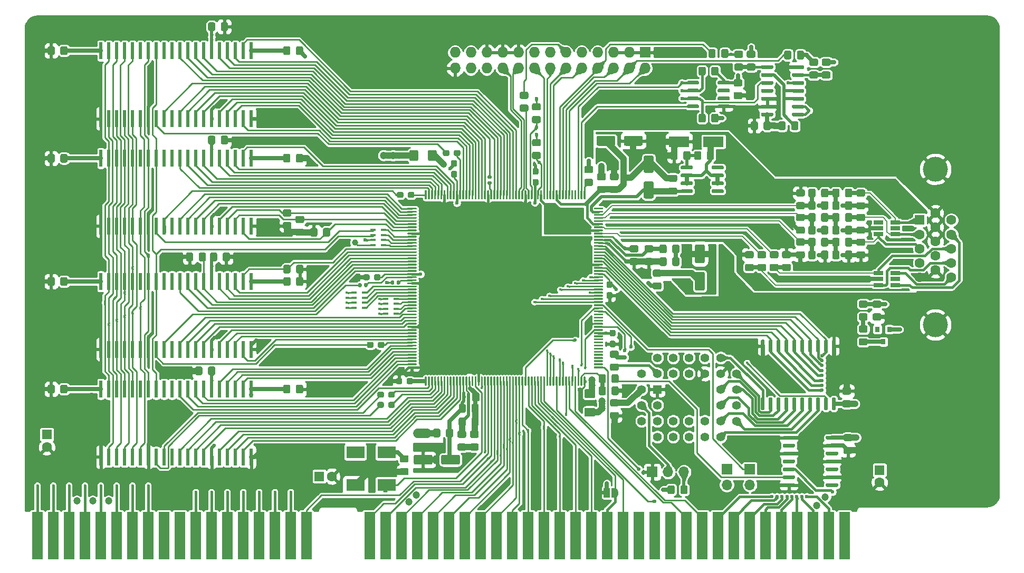
<source format=gbr>
G04 #@! TF.GenerationSoftware,KiCad,Pcbnew,(5.1.6)-1*
G04 #@! TF.CreationDate,2020-07-06T23:29:02+03:00*
G04 #@! TF.ProjectId,GD5434,47443534-3334-42e6-9b69-6361645f7063,rev?*
G04 #@! TF.SameCoordinates,Original*
G04 #@! TF.FileFunction,Copper,L1,Top*
G04 #@! TF.FilePolarity,Positive*
%FSLAX46Y46*%
G04 Gerber Fmt 4.6, Leading zero omitted, Abs format (unit mm)*
G04 Created by KiCad (PCBNEW (5.1.6)-1) date 2020-07-06 23:29:02*
%MOMM*%
%LPD*%
G01*
G04 APERTURE LIST*
G04 #@! TA.AperFunction,EtchedComponent*
%ADD10C,0.100000*%
G04 #@! TD*
G04 #@! TA.AperFunction,SMDPad,CuDef*
%ADD11R,1.560000X0.650000*%
G04 #@! TD*
G04 #@! TA.AperFunction,ConnectorPad*
%ADD12R,1.780000X7.620000*%
G04 #@! TD*
G04 #@! TA.AperFunction,SMDPad,CuDef*
%ADD13R,0.508000X2.778000*%
G04 #@! TD*
G04 #@! TA.AperFunction,SMDPad,CuDef*
%ADD14C,1.000000*%
G04 #@! TD*
G04 #@! TA.AperFunction,ComponentPad*
%ADD15C,1.422400*%
G04 #@! TD*
G04 #@! TA.AperFunction,ComponentPad*
%ADD16R,1.422400X1.422400*%
G04 #@! TD*
G04 #@! TA.AperFunction,ComponentPad*
%ADD17O,1.700000X1.700000*%
G04 #@! TD*
G04 #@! TA.AperFunction,ComponentPad*
%ADD18R,1.700000X1.700000*%
G04 #@! TD*
G04 #@! TA.AperFunction,ComponentPad*
%ADD19C,1.600000*%
G04 #@! TD*
G04 #@! TA.AperFunction,ComponentPad*
%ADD20R,1.600000X1.600000*%
G04 #@! TD*
G04 #@! TA.AperFunction,SMDPad,CuDef*
%ADD21R,3.000000X1.980000*%
G04 #@! TD*
G04 #@! TA.AperFunction,ComponentPad*
%ADD22C,4.000000*%
G04 #@! TD*
G04 #@! TA.AperFunction,ComponentPad*
%ADD23O,1.727200X1.727200*%
G04 #@! TD*
G04 #@! TA.AperFunction,ComponentPad*
%ADD24R,1.727200X1.727200*%
G04 #@! TD*
G04 #@! TA.AperFunction,SMDPad,CuDef*
%ADD25C,0.100000*%
G04 #@! TD*
G04 #@! TA.AperFunction,SMDPad,CuDef*
%ADD26R,1.000000X1.500000*%
G04 #@! TD*
G04 #@! TA.AperFunction,SMDPad,CuDef*
%ADD27R,0.800000X0.900000*%
G04 #@! TD*
G04 #@! TA.AperFunction,SMDPad,CuDef*
%ADD28R,3.300000X1.700000*%
G04 #@! TD*
G04 #@! TA.AperFunction,SMDPad,CuDef*
%ADD29R,0.900000X0.400000*%
G04 #@! TD*
G04 #@! TA.AperFunction,ViaPad*
%ADD30C,0.600000*%
G04 #@! TD*
G04 #@! TA.AperFunction,ViaPad*
%ADD31C,0.450000*%
G04 #@! TD*
G04 #@! TA.AperFunction,ViaPad*
%ADD32C,1.200000*%
G04 #@! TD*
G04 #@! TA.AperFunction,Conductor*
%ADD33C,0.250000*%
G04 #@! TD*
G04 #@! TA.AperFunction,Conductor*
%ADD34C,0.381000*%
G04 #@! TD*
G04 #@! TA.AperFunction,Conductor*
%ADD35C,0.635000*%
G04 #@! TD*
G04 #@! TA.AperFunction,Conductor*
%ADD36C,0.254000*%
G04 #@! TD*
G04 #@! TA.AperFunction,Conductor*
%ADD37C,1.016000*%
G04 #@! TD*
G04 #@! TA.AperFunction,Conductor*
%ADD38C,0.508000*%
G04 #@! TD*
G04 #@! TA.AperFunction,Conductor*
%ADD39C,0.200000*%
G04 #@! TD*
G04 #@! TA.AperFunction,Conductor*
%ADD40C,1.524000*%
G04 #@! TD*
G04 #@! TA.AperFunction,Conductor*
%ADD41C,0.180000*%
G04 #@! TD*
G04 #@! TA.AperFunction,Conductor*
%ADD42C,0.152400*%
G04 #@! TD*
G04 #@! TA.AperFunction,Conductor*
%ADD43C,0.025400*%
G04 #@! TD*
G04 APERTURE END LIST*
D10*
G36*
X166742540Y-102996720D02*
G01*
X167242540Y-102996720D01*
X167242540Y-103596720D01*
X166742540Y-103596720D01*
X166742540Y-102996720D01*
G37*
D11*
X213921340Y-68961000D03*
X213921340Y-68011000D03*
X213921340Y-69911000D03*
X211221340Y-69911000D03*
X211221340Y-68961000D03*
X211221340Y-68011000D03*
X211246740Y-59875340D03*
X211246740Y-60825340D03*
X211246740Y-61775340D03*
X213946740Y-61775340D03*
X213946740Y-59875340D03*
X213946740Y-60825340D03*
G04 #@! TA.AperFunction,SMDPad,CuDef*
G36*
G01*
X138653120Y-86098640D02*
X138503120Y-86098640D01*
G75*
G02*
X138428120Y-86023640I0J75000D01*
G01*
X138428120Y-84698640D01*
G75*
G02*
X138503120Y-84623640I75000J0D01*
G01*
X138653120Y-84623640D01*
G75*
G02*
X138728120Y-84698640I0J-75000D01*
G01*
X138728120Y-86023640D01*
G75*
G02*
X138653120Y-86098640I-75000J0D01*
G01*
G37*
G04 #@! TD.AperFunction*
G04 #@! TA.AperFunction,SMDPad,CuDef*
G36*
G01*
X139153120Y-86098640D02*
X139003120Y-86098640D01*
G75*
G02*
X138928120Y-86023640I0J75000D01*
G01*
X138928120Y-84698640D01*
G75*
G02*
X139003120Y-84623640I75000J0D01*
G01*
X139153120Y-84623640D01*
G75*
G02*
X139228120Y-84698640I0J-75000D01*
G01*
X139228120Y-86023640D01*
G75*
G02*
X139153120Y-86098640I-75000J0D01*
G01*
G37*
G04 #@! TD.AperFunction*
G04 #@! TA.AperFunction,SMDPad,CuDef*
G36*
G01*
X139653120Y-86098640D02*
X139503120Y-86098640D01*
G75*
G02*
X139428120Y-86023640I0J75000D01*
G01*
X139428120Y-84698640D01*
G75*
G02*
X139503120Y-84623640I75000J0D01*
G01*
X139653120Y-84623640D01*
G75*
G02*
X139728120Y-84698640I0J-75000D01*
G01*
X139728120Y-86023640D01*
G75*
G02*
X139653120Y-86098640I-75000J0D01*
G01*
G37*
G04 #@! TD.AperFunction*
G04 #@! TA.AperFunction,SMDPad,CuDef*
G36*
G01*
X140153120Y-86098640D02*
X140003120Y-86098640D01*
G75*
G02*
X139928120Y-86023640I0J75000D01*
G01*
X139928120Y-84698640D01*
G75*
G02*
X140003120Y-84623640I75000J0D01*
G01*
X140153120Y-84623640D01*
G75*
G02*
X140228120Y-84698640I0J-75000D01*
G01*
X140228120Y-86023640D01*
G75*
G02*
X140153120Y-86098640I-75000J0D01*
G01*
G37*
G04 #@! TD.AperFunction*
G04 #@! TA.AperFunction,SMDPad,CuDef*
G36*
G01*
X140653120Y-86098640D02*
X140503120Y-86098640D01*
G75*
G02*
X140428120Y-86023640I0J75000D01*
G01*
X140428120Y-84698640D01*
G75*
G02*
X140503120Y-84623640I75000J0D01*
G01*
X140653120Y-84623640D01*
G75*
G02*
X140728120Y-84698640I0J-75000D01*
G01*
X140728120Y-86023640D01*
G75*
G02*
X140653120Y-86098640I-75000J0D01*
G01*
G37*
G04 #@! TD.AperFunction*
G04 #@! TA.AperFunction,SMDPad,CuDef*
G36*
G01*
X141153120Y-86098640D02*
X141003120Y-86098640D01*
G75*
G02*
X140928120Y-86023640I0J75000D01*
G01*
X140928120Y-84698640D01*
G75*
G02*
X141003120Y-84623640I75000J0D01*
G01*
X141153120Y-84623640D01*
G75*
G02*
X141228120Y-84698640I0J-75000D01*
G01*
X141228120Y-86023640D01*
G75*
G02*
X141153120Y-86098640I-75000J0D01*
G01*
G37*
G04 #@! TD.AperFunction*
G04 #@! TA.AperFunction,SMDPad,CuDef*
G36*
G01*
X141653120Y-86098640D02*
X141503120Y-86098640D01*
G75*
G02*
X141428120Y-86023640I0J75000D01*
G01*
X141428120Y-84698640D01*
G75*
G02*
X141503120Y-84623640I75000J0D01*
G01*
X141653120Y-84623640D01*
G75*
G02*
X141728120Y-84698640I0J-75000D01*
G01*
X141728120Y-86023640D01*
G75*
G02*
X141653120Y-86098640I-75000J0D01*
G01*
G37*
G04 #@! TD.AperFunction*
G04 #@! TA.AperFunction,SMDPad,CuDef*
G36*
G01*
X142153120Y-86098640D02*
X142003120Y-86098640D01*
G75*
G02*
X141928120Y-86023640I0J75000D01*
G01*
X141928120Y-84698640D01*
G75*
G02*
X142003120Y-84623640I75000J0D01*
G01*
X142153120Y-84623640D01*
G75*
G02*
X142228120Y-84698640I0J-75000D01*
G01*
X142228120Y-86023640D01*
G75*
G02*
X142153120Y-86098640I-75000J0D01*
G01*
G37*
G04 #@! TD.AperFunction*
G04 #@! TA.AperFunction,SMDPad,CuDef*
G36*
G01*
X142653120Y-86098640D02*
X142503120Y-86098640D01*
G75*
G02*
X142428120Y-86023640I0J75000D01*
G01*
X142428120Y-84698640D01*
G75*
G02*
X142503120Y-84623640I75000J0D01*
G01*
X142653120Y-84623640D01*
G75*
G02*
X142728120Y-84698640I0J-75000D01*
G01*
X142728120Y-86023640D01*
G75*
G02*
X142653120Y-86098640I-75000J0D01*
G01*
G37*
G04 #@! TD.AperFunction*
G04 #@! TA.AperFunction,SMDPad,CuDef*
G36*
G01*
X143153120Y-86098640D02*
X143003120Y-86098640D01*
G75*
G02*
X142928120Y-86023640I0J75000D01*
G01*
X142928120Y-84698640D01*
G75*
G02*
X143003120Y-84623640I75000J0D01*
G01*
X143153120Y-84623640D01*
G75*
G02*
X143228120Y-84698640I0J-75000D01*
G01*
X143228120Y-86023640D01*
G75*
G02*
X143153120Y-86098640I-75000J0D01*
G01*
G37*
G04 #@! TD.AperFunction*
G04 #@! TA.AperFunction,SMDPad,CuDef*
G36*
G01*
X143653120Y-86098640D02*
X143503120Y-86098640D01*
G75*
G02*
X143428120Y-86023640I0J75000D01*
G01*
X143428120Y-84698640D01*
G75*
G02*
X143503120Y-84623640I75000J0D01*
G01*
X143653120Y-84623640D01*
G75*
G02*
X143728120Y-84698640I0J-75000D01*
G01*
X143728120Y-86023640D01*
G75*
G02*
X143653120Y-86098640I-75000J0D01*
G01*
G37*
G04 #@! TD.AperFunction*
G04 #@! TA.AperFunction,SMDPad,CuDef*
G36*
G01*
X144153120Y-86098640D02*
X144003120Y-86098640D01*
G75*
G02*
X143928120Y-86023640I0J75000D01*
G01*
X143928120Y-84698640D01*
G75*
G02*
X144003120Y-84623640I75000J0D01*
G01*
X144153120Y-84623640D01*
G75*
G02*
X144228120Y-84698640I0J-75000D01*
G01*
X144228120Y-86023640D01*
G75*
G02*
X144153120Y-86098640I-75000J0D01*
G01*
G37*
G04 #@! TD.AperFunction*
G04 #@! TA.AperFunction,SMDPad,CuDef*
G36*
G01*
X144653120Y-86098640D02*
X144503120Y-86098640D01*
G75*
G02*
X144428120Y-86023640I0J75000D01*
G01*
X144428120Y-84698640D01*
G75*
G02*
X144503120Y-84623640I75000J0D01*
G01*
X144653120Y-84623640D01*
G75*
G02*
X144728120Y-84698640I0J-75000D01*
G01*
X144728120Y-86023640D01*
G75*
G02*
X144653120Y-86098640I-75000J0D01*
G01*
G37*
G04 #@! TD.AperFunction*
G04 #@! TA.AperFunction,SMDPad,CuDef*
G36*
G01*
X145153120Y-86098640D02*
X145003120Y-86098640D01*
G75*
G02*
X144928120Y-86023640I0J75000D01*
G01*
X144928120Y-84698640D01*
G75*
G02*
X145003120Y-84623640I75000J0D01*
G01*
X145153120Y-84623640D01*
G75*
G02*
X145228120Y-84698640I0J-75000D01*
G01*
X145228120Y-86023640D01*
G75*
G02*
X145153120Y-86098640I-75000J0D01*
G01*
G37*
G04 #@! TD.AperFunction*
G04 #@! TA.AperFunction,SMDPad,CuDef*
G36*
G01*
X145653120Y-86098640D02*
X145503120Y-86098640D01*
G75*
G02*
X145428120Y-86023640I0J75000D01*
G01*
X145428120Y-84698640D01*
G75*
G02*
X145503120Y-84623640I75000J0D01*
G01*
X145653120Y-84623640D01*
G75*
G02*
X145728120Y-84698640I0J-75000D01*
G01*
X145728120Y-86023640D01*
G75*
G02*
X145653120Y-86098640I-75000J0D01*
G01*
G37*
G04 #@! TD.AperFunction*
G04 #@! TA.AperFunction,SMDPad,CuDef*
G36*
G01*
X146153120Y-86098640D02*
X146003120Y-86098640D01*
G75*
G02*
X145928120Y-86023640I0J75000D01*
G01*
X145928120Y-84698640D01*
G75*
G02*
X146003120Y-84623640I75000J0D01*
G01*
X146153120Y-84623640D01*
G75*
G02*
X146228120Y-84698640I0J-75000D01*
G01*
X146228120Y-86023640D01*
G75*
G02*
X146153120Y-86098640I-75000J0D01*
G01*
G37*
G04 #@! TD.AperFunction*
G04 #@! TA.AperFunction,SMDPad,CuDef*
G36*
G01*
X146653120Y-86098640D02*
X146503120Y-86098640D01*
G75*
G02*
X146428120Y-86023640I0J75000D01*
G01*
X146428120Y-84698640D01*
G75*
G02*
X146503120Y-84623640I75000J0D01*
G01*
X146653120Y-84623640D01*
G75*
G02*
X146728120Y-84698640I0J-75000D01*
G01*
X146728120Y-86023640D01*
G75*
G02*
X146653120Y-86098640I-75000J0D01*
G01*
G37*
G04 #@! TD.AperFunction*
G04 #@! TA.AperFunction,SMDPad,CuDef*
G36*
G01*
X147153120Y-86098640D02*
X147003120Y-86098640D01*
G75*
G02*
X146928120Y-86023640I0J75000D01*
G01*
X146928120Y-84698640D01*
G75*
G02*
X147003120Y-84623640I75000J0D01*
G01*
X147153120Y-84623640D01*
G75*
G02*
X147228120Y-84698640I0J-75000D01*
G01*
X147228120Y-86023640D01*
G75*
G02*
X147153120Y-86098640I-75000J0D01*
G01*
G37*
G04 #@! TD.AperFunction*
G04 #@! TA.AperFunction,SMDPad,CuDef*
G36*
G01*
X147653120Y-86098640D02*
X147503120Y-86098640D01*
G75*
G02*
X147428120Y-86023640I0J75000D01*
G01*
X147428120Y-84698640D01*
G75*
G02*
X147503120Y-84623640I75000J0D01*
G01*
X147653120Y-84623640D01*
G75*
G02*
X147728120Y-84698640I0J-75000D01*
G01*
X147728120Y-86023640D01*
G75*
G02*
X147653120Y-86098640I-75000J0D01*
G01*
G37*
G04 #@! TD.AperFunction*
G04 #@! TA.AperFunction,SMDPad,CuDef*
G36*
G01*
X148153120Y-86098640D02*
X148003120Y-86098640D01*
G75*
G02*
X147928120Y-86023640I0J75000D01*
G01*
X147928120Y-84698640D01*
G75*
G02*
X148003120Y-84623640I75000J0D01*
G01*
X148153120Y-84623640D01*
G75*
G02*
X148228120Y-84698640I0J-75000D01*
G01*
X148228120Y-86023640D01*
G75*
G02*
X148153120Y-86098640I-75000J0D01*
G01*
G37*
G04 #@! TD.AperFunction*
G04 #@! TA.AperFunction,SMDPad,CuDef*
G36*
G01*
X148653120Y-86098640D02*
X148503120Y-86098640D01*
G75*
G02*
X148428120Y-86023640I0J75000D01*
G01*
X148428120Y-84698640D01*
G75*
G02*
X148503120Y-84623640I75000J0D01*
G01*
X148653120Y-84623640D01*
G75*
G02*
X148728120Y-84698640I0J-75000D01*
G01*
X148728120Y-86023640D01*
G75*
G02*
X148653120Y-86098640I-75000J0D01*
G01*
G37*
G04 #@! TD.AperFunction*
G04 #@! TA.AperFunction,SMDPad,CuDef*
G36*
G01*
X149153120Y-86098640D02*
X149003120Y-86098640D01*
G75*
G02*
X148928120Y-86023640I0J75000D01*
G01*
X148928120Y-84698640D01*
G75*
G02*
X149003120Y-84623640I75000J0D01*
G01*
X149153120Y-84623640D01*
G75*
G02*
X149228120Y-84698640I0J-75000D01*
G01*
X149228120Y-86023640D01*
G75*
G02*
X149153120Y-86098640I-75000J0D01*
G01*
G37*
G04 #@! TD.AperFunction*
G04 #@! TA.AperFunction,SMDPad,CuDef*
G36*
G01*
X149653120Y-86098640D02*
X149503120Y-86098640D01*
G75*
G02*
X149428120Y-86023640I0J75000D01*
G01*
X149428120Y-84698640D01*
G75*
G02*
X149503120Y-84623640I75000J0D01*
G01*
X149653120Y-84623640D01*
G75*
G02*
X149728120Y-84698640I0J-75000D01*
G01*
X149728120Y-86023640D01*
G75*
G02*
X149653120Y-86098640I-75000J0D01*
G01*
G37*
G04 #@! TD.AperFunction*
G04 #@! TA.AperFunction,SMDPad,CuDef*
G36*
G01*
X150153120Y-86098640D02*
X150003120Y-86098640D01*
G75*
G02*
X149928120Y-86023640I0J75000D01*
G01*
X149928120Y-84698640D01*
G75*
G02*
X150003120Y-84623640I75000J0D01*
G01*
X150153120Y-84623640D01*
G75*
G02*
X150228120Y-84698640I0J-75000D01*
G01*
X150228120Y-86023640D01*
G75*
G02*
X150153120Y-86098640I-75000J0D01*
G01*
G37*
G04 #@! TD.AperFunction*
G04 #@! TA.AperFunction,SMDPad,CuDef*
G36*
G01*
X150653120Y-86098640D02*
X150503120Y-86098640D01*
G75*
G02*
X150428120Y-86023640I0J75000D01*
G01*
X150428120Y-84698640D01*
G75*
G02*
X150503120Y-84623640I75000J0D01*
G01*
X150653120Y-84623640D01*
G75*
G02*
X150728120Y-84698640I0J-75000D01*
G01*
X150728120Y-86023640D01*
G75*
G02*
X150653120Y-86098640I-75000J0D01*
G01*
G37*
G04 #@! TD.AperFunction*
G04 #@! TA.AperFunction,SMDPad,CuDef*
G36*
G01*
X151153120Y-86098640D02*
X151003120Y-86098640D01*
G75*
G02*
X150928120Y-86023640I0J75000D01*
G01*
X150928120Y-84698640D01*
G75*
G02*
X151003120Y-84623640I75000J0D01*
G01*
X151153120Y-84623640D01*
G75*
G02*
X151228120Y-84698640I0J-75000D01*
G01*
X151228120Y-86023640D01*
G75*
G02*
X151153120Y-86098640I-75000J0D01*
G01*
G37*
G04 #@! TD.AperFunction*
G04 #@! TA.AperFunction,SMDPad,CuDef*
G36*
G01*
X151653120Y-86098640D02*
X151503120Y-86098640D01*
G75*
G02*
X151428120Y-86023640I0J75000D01*
G01*
X151428120Y-84698640D01*
G75*
G02*
X151503120Y-84623640I75000J0D01*
G01*
X151653120Y-84623640D01*
G75*
G02*
X151728120Y-84698640I0J-75000D01*
G01*
X151728120Y-86023640D01*
G75*
G02*
X151653120Y-86098640I-75000J0D01*
G01*
G37*
G04 #@! TD.AperFunction*
G04 #@! TA.AperFunction,SMDPad,CuDef*
G36*
G01*
X152153120Y-86098640D02*
X152003120Y-86098640D01*
G75*
G02*
X151928120Y-86023640I0J75000D01*
G01*
X151928120Y-84698640D01*
G75*
G02*
X152003120Y-84623640I75000J0D01*
G01*
X152153120Y-84623640D01*
G75*
G02*
X152228120Y-84698640I0J-75000D01*
G01*
X152228120Y-86023640D01*
G75*
G02*
X152153120Y-86098640I-75000J0D01*
G01*
G37*
G04 #@! TD.AperFunction*
G04 #@! TA.AperFunction,SMDPad,CuDef*
G36*
G01*
X152653120Y-86098640D02*
X152503120Y-86098640D01*
G75*
G02*
X152428120Y-86023640I0J75000D01*
G01*
X152428120Y-84698640D01*
G75*
G02*
X152503120Y-84623640I75000J0D01*
G01*
X152653120Y-84623640D01*
G75*
G02*
X152728120Y-84698640I0J-75000D01*
G01*
X152728120Y-86023640D01*
G75*
G02*
X152653120Y-86098640I-75000J0D01*
G01*
G37*
G04 #@! TD.AperFunction*
G04 #@! TA.AperFunction,SMDPad,CuDef*
G36*
G01*
X153153120Y-86098640D02*
X153003120Y-86098640D01*
G75*
G02*
X152928120Y-86023640I0J75000D01*
G01*
X152928120Y-84698640D01*
G75*
G02*
X153003120Y-84623640I75000J0D01*
G01*
X153153120Y-84623640D01*
G75*
G02*
X153228120Y-84698640I0J-75000D01*
G01*
X153228120Y-86023640D01*
G75*
G02*
X153153120Y-86098640I-75000J0D01*
G01*
G37*
G04 #@! TD.AperFunction*
G04 #@! TA.AperFunction,SMDPad,CuDef*
G36*
G01*
X153653120Y-86098640D02*
X153503120Y-86098640D01*
G75*
G02*
X153428120Y-86023640I0J75000D01*
G01*
X153428120Y-84698640D01*
G75*
G02*
X153503120Y-84623640I75000J0D01*
G01*
X153653120Y-84623640D01*
G75*
G02*
X153728120Y-84698640I0J-75000D01*
G01*
X153728120Y-86023640D01*
G75*
G02*
X153653120Y-86098640I-75000J0D01*
G01*
G37*
G04 #@! TD.AperFunction*
G04 #@! TA.AperFunction,SMDPad,CuDef*
G36*
G01*
X154153120Y-86098640D02*
X154003120Y-86098640D01*
G75*
G02*
X153928120Y-86023640I0J75000D01*
G01*
X153928120Y-84698640D01*
G75*
G02*
X154003120Y-84623640I75000J0D01*
G01*
X154153120Y-84623640D01*
G75*
G02*
X154228120Y-84698640I0J-75000D01*
G01*
X154228120Y-86023640D01*
G75*
G02*
X154153120Y-86098640I-75000J0D01*
G01*
G37*
G04 #@! TD.AperFunction*
G04 #@! TA.AperFunction,SMDPad,CuDef*
G36*
G01*
X154653120Y-86098640D02*
X154503120Y-86098640D01*
G75*
G02*
X154428120Y-86023640I0J75000D01*
G01*
X154428120Y-84698640D01*
G75*
G02*
X154503120Y-84623640I75000J0D01*
G01*
X154653120Y-84623640D01*
G75*
G02*
X154728120Y-84698640I0J-75000D01*
G01*
X154728120Y-86023640D01*
G75*
G02*
X154653120Y-86098640I-75000J0D01*
G01*
G37*
G04 #@! TD.AperFunction*
G04 #@! TA.AperFunction,SMDPad,CuDef*
G36*
G01*
X155153120Y-86098640D02*
X155003120Y-86098640D01*
G75*
G02*
X154928120Y-86023640I0J75000D01*
G01*
X154928120Y-84698640D01*
G75*
G02*
X155003120Y-84623640I75000J0D01*
G01*
X155153120Y-84623640D01*
G75*
G02*
X155228120Y-84698640I0J-75000D01*
G01*
X155228120Y-86023640D01*
G75*
G02*
X155153120Y-86098640I-75000J0D01*
G01*
G37*
G04 #@! TD.AperFunction*
G04 #@! TA.AperFunction,SMDPad,CuDef*
G36*
G01*
X155653120Y-86098640D02*
X155503120Y-86098640D01*
G75*
G02*
X155428120Y-86023640I0J75000D01*
G01*
X155428120Y-84698640D01*
G75*
G02*
X155503120Y-84623640I75000J0D01*
G01*
X155653120Y-84623640D01*
G75*
G02*
X155728120Y-84698640I0J-75000D01*
G01*
X155728120Y-86023640D01*
G75*
G02*
X155653120Y-86098640I-75000J0D01*
G01*
G37*
G04 #@! TD.AperFunction*
G04 #@! TA.AperFunction,SMDPad,CuDef*
G36*
G01*
X156153120Y-86098640D02*
X156003120Y-86098640D01*
G75*
G02*
X155928120Y-86023640I0J75000D01*
G01*
X155928120Y-84698640D01*
G75*
G02*
X156003120Y-84623640I75000J0D01*
G01*
X156153120Y-84623640D01*
G75*
G02*
X156228120Y-84698640I0J-75000D01*
G01*
X156228120Y-86023640D01*
G75*
G02*
X156153120Y-86098640I-75000J0D01*
G01*
G37*
G04 #@! TD.AperFunction*
G04 #@! TA.AperFunction,SMDPad,CuDef*
G36*
G01*
X156653120Y-86098640D02*
X156503120Y-86098640D01*
G75*
G02*
X156428120Y-86023640I0J75000D01*
G01*
X156428120Y-84698640D01*
G75*
G02*
X156503120Y-84623640I75000J0D01*
G01*
X156653120Y-84623640D01*
G75*
G02*
X156728120Y-84698640I0J-75000D01*
G01*
X156728120Y-86023640D01*
G75*
G02*
X156653120Y-86098640I-75000J0D01*
G01*
G37*
G04 #@! TD.AperFunction*
G04 #@! TA.AperFunction,SMDPad,CuDef*
G36*
G01*
X157153120Y-86098640D02*
X157003120Y-86098640D01*
G75*
G02*
X156928120Y-86023640I0J75000D01*
G01*
X156928120Y-84698640D01*
G75*
G02*
X157003120Y-84623640I75000J0D01*
G01*
X157153120Y-84623640D01*
G75*
G02*
X157228120Y-84698640I0J-75000D01*
G01*
X157228120Y-86023640D01*
G75*
G02*
X157153120Y-86098640I-75000J0D01*
G01*
G37*
G04 #@! TD.AperFunction*
G04 #@! TA.AperFunction,SMDPad,CuDef*
G36*
G01*
X157653120Y-86098640D02*
X157503120Y-86098640D01*
G75*
G02*
X157428120Y-86023640I0J75000D01*
G01*
X157428120Y-84698640D01*
G75*
G02*
X157503120Y-84623640I75000J0D01*
G01*
X157653120Y-84623640D01*
G75*
G02*
X157728120Y-84698640I0J-75000D01*
G01*
X157728120Y-86023640D01*
G75*
G02*
X157653120Y-86098640I-75000J0D01*
G01*
G37*
G04 #@! TD.AperFunction*
G04 #@! TA.AperFunction,SMDPad,CuDef*
G36*
G01*
X158153120Y-86098640D02*
X158003120Y-86098640D01*
G75*
G02*
X157928120Y-86023640I0J75000D01*
G01*
X157928120Y-84698640D01*
G75*
G02*
X158003120Y-84623640I75000J0D01*
G01*
X158153120Y-84623640D01*
G75*
G02*
X158228120Y-84698640I0J-75000D01*
G01*
X158228120Y-86023640D01*
G75*
G02*
X158153120Y-86098640I-75000J0D01*
G01*
G37*
G04 #@! TD.AperFunction*
G04 #@! TA.AperFunction,SMDPad,CuDef*
G36*
G01*
X158653120Y-86098640D02*
X158503120Y-86098640D01*
G75*
G02*
X158428120Y-86023640I0J75000D01*
G01*
X158428120Y-84698640D01*
G75*
G02*
X158503120Y-84623640I75000J0D01*
G01*
X158653120Y-84623640D01*
G75*
G02*
X158728120Y-84698640I0J-75000D01*
G01*
X158728120Y-86023640D01*
G75*
G02*
X158653120Y-86098640I-75000J0D01*
G01*
G37*
G04 #@! TD.AperFunction*
G04 #@! TA.AperFunction,SMDPad,CuDef*
G36*
G01*
X159153120Y-86098640D02*
X159003120Y-86098640D01*
G75*
G02*
X158928120Y-86023640I0J75000D01*
G01*
X158928120Y-84698640D01*
G75*
G02*
X159003120Y-84623640I75000J0D01*
G01*
X159153120Y-84623640D01*
G75*
G02*
X159228120Y-84698640I0J-75000D01*
G01*
X159228120Y-86023640D01*
G75*
G02*
X159153120Y-86098640I-75000J0D01*
G01*
G37*
G04 #@! TD.AperFunction*
G04 #@! TA.AperFunction,SMDPad,CuDef*
G36*
G01*
X159653120Y-86098640D02*
X159503120Y-86098640D01*
G75*
G02*
X159428120Y-86023640I0J75000D01*
G01*
X159428120Y-84698640D01*
G75*
G02*
X159503120Y-84623640I75000J0D01*
G01*
X159653120Y-84623640D01*
G75*
G02*
X159728120Y-84698640I0J-75000D01*
G01*
X159728120Y-86023640D01*
G75*
G02*
X159653120Y-86098640I-75000J0D01*
G01*
G37*
G04 #@! TD.AperFunction*
G04 #@! TA.AperFunction,SMDPad,CuDef*
G36*
G01*
X160153120Y-86098640D02*
X160003120Y-86098640D01*
G75*
G02*
X159928120Y-86023640I0J75000D01*
G01*
X159928120Y-84698640D01*
G75*
G02*
X160003120Y-84623640I75000J0D01*
G01*
X160153120Y-84623640D01*
G75*
G02*
X160228120Y-84698640I0J-75000D01*
G01*
X160228120Y-86023640D01*
G75*
G02*
X160153120Y-86098640I-75000J0D01*
G01*
G37*
G04 #@! TD.AperFunction*
G04 #@! TA.AperFunction,SMDPad,CuDef*
G36*
G01*
X160653120Y-86098640D02*
X160503120Y-86098640D01*
G75*
G02*
X160428120Y-86023640I0J75000D01*
G01*
X160428120Y-84698640D01*
G75*
G02*
X160503120Y-84623640I75000J0D01*
G01*
X160653120Y-84623640D01*
G75*
G02*
X160728120Y-84698640I0J-75000D01*
G01*
X160728120Y-86023640D01*
G75*
G02*
X160653120Y-86098640I-75000J0D01*
G01*
G37*
G04 #@! TD.AperFunction*
G04 #@! TA.AperFunction,SMDPad,CuDef*
G36*
G01*
X161153120Y-86098640D02*
X161003120Y-86098640D01*
G75*
G02*
X160928120Y-86023640I0J75000D01*
G01*
X160928120Y-84698640D01*
G75*
G02*
X161003120Y-84623640I75000J0D01*
G01*
X161153120Y-84623640D01*
G75*
G02*
X161228120Y-84698640I0J-75000D01*
G01*
X161228120Y-86023640D01*
G75*
G02*
X161153120Y-86098640I-75000J0D01*
G01*
G37*
G04 #@! TD.AperFunction*
G04 #@! TA.AperFunction,SMDPad,CuDef*
G36*
G01*
X161653120Y-86098640D02*
X161503120Y-86098640D01*
G75*
G02*
X161428120Y-86023640I0J75000D01*
G01*
X161428120Y-84698640D01*
G75*
G02*
X161503120Y-84623640I75000J0D01*
G01*
X161653120Y-84623640D01*
G75*
G02*
X161728120Y-84698640I0J-75000D01*
G01*
X161728120Y-86023640D01*
G75*
G02*
X161653120Y-86098640I-75000J0D01*
G01*
G37*
G04 #@! TD.AperFunction*
G04 #@! TA.AperFunction,SMDPad,CuDef*
G36*
G01*
X162153120Y-86098640D02*
X162003120Y-86098640D01*
G75*
G02*
X161928120Y-86023640I0J75000D01*
G01*
X161928120Y-84698640D01*
G75*
G02*
X162003120Y-84623640I75000J0D01*
G01*
X162153120Y-84623640D01*
G75*
G02*
X162228120Y-84698640I0J-75000D01*
G01*
X162228120Y-86023640D01*
G75*
G02*
X162153120Y-86098640I-75000J0D01*
G01*
G37*
G04 #@! TD.AperFunction*
G04 #@! TA.AperFunction,SMDPad,CuDef*
G36*
G01*
X162653120Y-86098640D02*
X162503120Y-86098640D01*
G75*
G02*
X162428120Y-86023640I0J75000D01*
G01*
X162428120Y-84698640D01*
G75*
G02*
X162503120Y-84623640I75000J0D01*
G01*
X162653120Y-84623640D01*
G75*
G02*
X162728120Y-84698640I0J-75000D01*
G01*
X162728120Y-86023640D01*
G75*
G02*
X162653120Y-86098640I-75000J0D01*
G01*
G37*
G04 #@! TD.AperFunction*
G04 #@! TA.AperFunction,SMDPad,CuDef*
G36*
G01*
X163153120Y-86098640D02*
X163003120Y-86098640D01*
G75*
G02*
X162928120Y-86023640I0J75000D01*
G01*
X162928120Y-84698640D01*
G75*
G02*
X163003120Y-84623640I75000J0D01*
G01*
X163153120Y-84623640D01*
G75*
G02*
X163228120Y-84698640I0J-75000D01*
G01*
X163228120Y-86023640D01*
G75*
G02*
X163153120Y-86098640I-75000J0D01*
G01*
G37*
G04 #@! TD.AperFunction*
G04 #@! TA.AperFunction,SMDPad,CuDef*
G36*
G01*
X163653120Y-86098640D02*
X163503120Y-86098640D01*
G75*
G02*
X163428120Y-86023640I0J75000D01*
G01*
X163428120Y-84698640D01*
G75*
G02*
X163503120Y-84623640I75000J0D01*
G01*
X163653120Y-84623640D01*
G75*
G02*
X163728120Y-84698640I0J-75000D01*
G01*
X163728120Y-86023640D01*
G75*
G02*
X163653120Y-86098640I-75000J0D01*
G01*
G37*
G04 #@! TD.AperFunction*
G04 #@! TA.AperFunction,SMDPad,CuDef*
G36*
G01*
X164153120Y-86098640D02*
X164003120Y-86098640D01*
G75*
G02*
X163928120Y-86023640I0J75000D01*
G01*
X163928120Y-84698640D01*
G75*
G02*
X164003120Y-84623640I75000J0D01*
G01*
X164153120Y-84623640D01*
G75*
G02*
X164228120Y-84698640I0J-75000D01*
G01*
X164228120Y-86023640D01*
G75*
G02*
X164153120Y-86098640I-75000J0D01*
G01*
G37*
G04 #@! TD.AperFunction*
G04 #@! TA.AperFunction,SMDPad,CuDef*
G36*
G01*
X166953120Y-83298640D02*
X165628120Y-83298640D01*
G75*
G02*
X165553120Y-83223640I0J75000D01*
G01*
X165553120Y-83073640D01*
G75*
G02*
X165628120Y-82998640I75000J0D01*
G01*
X166953120Y-82998640D01*
G75*
G02*
X167028120Y-83073640I0J-75000D01*
G01*
X167028120Y-83223640D01*
G75*
G02*
X166953120Y-83298640I-75000J0D01*
G01*
G37*
G04 #@! TD.AperFunction*
G04 #@! TA.AperFunction,SMDPad,CuDef*
G36*
G01*
X166953120Y-82798640D02*
X165628120Y-82798640D01*
G75*
G02*
X165553120Y-82723640I0J75000D01*
G01*
X165553120Y-82573640D01*
G75*
G02*
X165628120Y-82498640I75000J0D01*
G01*
X166953120Y-82498640D01*
G75*
G02*
X167028120Y-82573640I0J-75000D01*
G01*
X167028120Y-82723640D01*
G75*
G02*
X166953120Y-82798640I-75000J0D01*
G01*
G37*
G04 #@! TD.AperFunction*
G04 #@! TA.AperFunction,SMDPad,CuDef*
G36*
G01*
X166953120Y-82298640D02*
X165628120Y-82298640D01*
G75*
G02*
X165553120Y-82223640I0J75000D01*
G01*
X165553120Y-82073640D01*
G75*
G02*
X165628120Y-81998640I75000J0D01*
G01*
X166953120Y-81998640D01*
G75*
G02*
X167028120Y-82073640I0J-75000D01*
G01*
X167028120Y-82223640D01*
G75*
G02*
X166953120Y-82298640I-75000J0D01*
G01*
G37*
G04 #@! TD.AperFunction*
G04 #@! TA.AperFunction,SMDPad,CuDef*
G36*
G01*
X166953120Y-81798640D02*
X165628120Y-81798640D01*
G75*
G02*
X165553120Y-81723640I0J75000D01*
G01*
X165553120Y-81573640D01*
G75*
G02*
X165628120Y-81498640I75000J0D01*
G01*
X166953120Y-81498640D01*
G75*
G02*
X167028120Y-81573640I0J-75000D01*
G01*
X167028120Y-81723640D01*
G75*
G02*
X166953120Y-81798640I-75000J0D01*
G01*
G37*
G04 #@! TD.AperFunction*
G04 #@! TA.AperFunction,SMDPad,CuDef*
G36*
G01*
X166953120Y-81298640D02*
X165628120Y-81298640D01*
G75*
G02*
X165553120Y-81223640I0J75000D01*
G01*
X165553120Y-81073640D01*
G75*
G02*
X165628120Y-80998640I75000J0D01*
G01*
X166953120Y-80998640D01*
G75*
G02*
X167028120Y-81073640I0J-75000D01*
G01*
X167028120Y-81223640D01*
G75*
G02*
X166953120Y-81298640I-75000J0D01*
G01*
G37*
G04 #@! TD.AperFunction*
G04 #@! TA.AperFunction,SMDPad,CuDef*
G36*
G01*
X166953120Y-80798640D02*
X165628120Y-80798640D01*
G75*
G02*
X165553120Y-80723640I0J75000D01*
G01*
X165553120Y-80573640D01*
G75*
G02*
X165628120Y-80498640I75000J0D01*
G01*
X166953120Y-80498640D01*
G75*
G02*
X167028120Y-80573640I0J-75000D01*
G01*
X167028120Y-80723640D01*
G75*
G02*
X166953120Y-80798640I-75000J0D01*
G01*
G37*
G04 #@! TD.AperFunction*
G04 #@! TA.AperFunction,SMDPad,CuDef*
G36*
G01*
X166953120Y-80298640D02*
X165628120Y-80298640D01*
G75*
G02*
X165553120Y-80223640I0J75000D01*
G01*
X165553120Y-80073640D01*
G75*
G02*
X165628120Y-79998640I75000J0D01*
G01*
X166953120Y-79998640D01*
G75*
G02*
X167028120Y-80073640I0J-75000D01*
G01*
X167028120Y-80223640D01*
G75*
G02*
X166953120Y-80298640I-75000J0D01*
G01*
G37*
G04 #@! TD.AperFunction*
G04 #@! TA.AperFunction,SMDPad,CuDef*
G36*
G01*
X166953120Y-79798640D02*
X165628120Y-79798640D01*
G75*
G02*
X165553120Y-79723640I0J75000D01*
G01*
X165553120Y-79573640D01*
G75*
G02*
X165628120Y-79498640I75000J0D01*
G01*
X166953120Y-79498640D01*
G75*
G02*
X167028120Y-79573640I0J-75000D01*
G01*
X167028120Y-79723640D01*
G75*
G02*
X166953120Y-79798640I-75000J0D01*
G01*
G37*
G04 #@! TD.AperFunction*
G04 #@! TA.AperFunction,SMDPad,CuDef*
G36*
G01*
X166953120Y-79298640D02*
X165628120Y-79298640D01*
G75*
G02*
X165553120Y-79223640I0J75000D01*
G01*
X165553120Y-79073640D01*
G75*
G02*
X165628120Y-78998640I75000J0D01*
G01*
X166953120Y-78998640D01*
G75*
G02*
X167028120Y-79073640I0J-75000D01*
G01*
X167028120Y-79223640D01*
G75*
G02*
X166953120Y-79298640I-75000J0D01*
G01*
G37*
G04 #@! TD.AperFunction*
G04 #@! TA.AperFunction,SMDPad,CuDef*
G36*
G01*
X166953120Y-78798640D02*
X165628120Y-78798640D01*
G75*
G02*
X165553120Y-78723640I0J75000D01*
G01*
X165553120Y-78573640D01*
G75*
G02*
X165628120Y-78498640I75000J0D01*
G01*
X166953120Y-78498640D01*
G75*
G02*
X167028120Y-78573640I0J-75000D01*
G01*
X167028120Y-78723640D01*
G75*
G02*
X166953120Y-78798640I-75000J0D01*
G01*
G37*
G04 #@! TD.AperFunction*
G04 #@! TA.AperFunction,SMDPad,CuDef*
G36*
G01*
X166953120Y-78298640D02*
X165628120Y-78298640D01*
G75*
G02*
X165553120Y-78223640I0J75000D01*
G01*
X165553120Y-78073640D01*
G75*
G02*
X165628120Y-77998640I75000J0D01*
G01*
X166953120Y-77998640D01*
G75*
G02*
X167028120Y-78073640I0J-75000D01*
G01*
X167028120Y-78223640D01*
G75*
G02*
X166953120Y-78298640I-75000J0D01*
G01*
G37*
G04 #@! TD.AperFunction*
G04 #@! TA.AperFunction,SMDPad,CuDef*
G36*
G01*
X166953120Y-77798640D02*
X165628120Y-77798640D01*
G75*
G02*
X165553120Y-77723640I0J75000D01*
G01*
X165553120Y-77573640D01*
G75*
G02*
X165628120Y-77498640I75000J0D01*
G01*
X166953120Y-77498640D01*
G75*
G02*
X167028120Y-77573640I0J-75000D01*
G01*
X167028120Y-77723640D01*
G75*
G02*
X166953120Y-77798640I-75000J0D01*
G01*
G37*
G04 #@! TD.AperFunction*
G04 #@! TA.AperFunction,SMDPad,CuDef*
G36*
G01*
X166953120Y-77298640D02*
X165628120Y-77298640D01*
G75*
G02*
X165553120Y-77223640I0J75000D01*
G01*
X165553120Y-77073640D01*
G75*
G02*
X165628120Y-76998640I75000J0D01*
G01*
X166953120Y-76998640D01*
G75*
G02*
X167028120Y-77073640I0J-75000D01*
G01*
X167028120Y-77223640D01*
G75*
G02*
X166953120Y-77298640I-75000J0D01*
G01*
G37*
G04 #@! TD.AperFunction*
G04 #@! TA.AperFunction,SMDPad,CuDef*
G36*
G01*
X166953120Y-76798640D02*
X165628120Y-76798640D01*
G75*
G02*
X165553120Y-76723640I0J75000D01*
G01*
X165553120Y-76573640D01*
G75*
G02*
X165628120Y-76498640I75000J0D01*
G01*
X166953120Y-76498640D01*
G75*
G02*
X167028120Y-76573640I0J-75000D01*
G01*
X167028120Y-76723640D01*
G75*
G02*
X166953120Y-76798640I-75000J0D01*
G01*
G37*
G04 #@! TD.AperFunction*
G04 #@! TA.AperFunction,SMDPad,CuDef*
G36*
G01*
X166953120Y-76298640D02*
X165628120Y-76298640D01*
G75*
G02*
X165553120Y-76223640I0J75000D01*
G01*
X165553120Y-76073640D01*
G75*
G02*
X165628120Y-75998640I75000J0D01*
G01*
X166953120Y-75998640D01*
G75*
G02*
X167028120Y-76073640I0J-75000D01*
G01*
X167028120Y-76223640D01*
G75*
G02*
X166953120Y-76298640I-75000J0D01*
G01*
G37*
G04 #@! TD.AperFunction*
G04 #@! TA.AperFunction,SMDPad,CuDef*
G36*
G01*
X166953120Y-75798640D02*
X165628120Y-75798640D01*
G75*
G02*
X165553120Y-75723640I0J75000D01*
G01*
X165553120Y-75573640D01*
G75*
G02*
X165628120Y-75498640I75000J0D01*
G01*
X166953120Y-75498640D01*
G75*
G02*
X167028120Y-75573640I0J-75000D01*
G01*
X167028120Y-75723640D01*
G75*
G02*
X166953120Y-75798640I-75000J0D01*
G01*
G37*
G04 #@! TD.AperFunction*
G04 #@! TA.AperFunction,SMDPad,CuDef*
G36*
G01*
X166953120Y-75298640D02*
X165628120Y-75298640D01*
G75*
G02*
X165553120Y-75223640I0J75000D01*
G01*
X165553120Y-75073640D01*
G75*
G02*
X165628120Y-74998640I75000J0D01*
G01*
X166953120Y-74998640D01*
G75*
G02*
X167028120Y-75073640I0J-75000D01*
G01*
X167028120Y-75223640D01*
G75*
G02*
X166953120Y-75298640I-75000J0D01*
G01*
G37*
G04 #@! TD.AperFunction*
G04 #@! TA.AperFunction,SMDPad,CuDef*
G36*
G01*
X166953120Y-74798640D02*
X165628120Y-74798640D01*
G75*
G02*
X165553120Y-74723640I0J75000D01*
G01*
X165553120Y-74573640D01*
G75*
G02*
X165628120Y-74498640I75000J0D01*
G01*
X166953120Y-74498640D01*
G75*
G02*
X167028120Y-74573640I0J-75000D01*
G01*
X167028120Y-74723640D01*
G75*
G02*
X166953120Y-74798640I-75000J0D01*
G01*
G37*
G04 #@! TD.AperFunction*
G04 #@! TA.AperFunction,SMDPad,CuDef*
G36*
G01*
X166953120Y-74298640D02*
X165628120Y-74298640D01*
G75*
G02*
X165553120Y-74223640I0J75000D01*
G01*
X165553120Y-74073640D01*
G75*
G02*
X165628120Y-73998640I75000J0D01*
G01*
X166953120Y-73998640D01*
G75*
G02*
X167028120Y-74073640I0J-75000D01*
G01*
X167028120Y-74223640D01*
G75*
G02*
X166953120Y-74298640I-75000J0D01*
G01*
G37*
G04 #@! TD.AperFunction*
G04 #@! TA.AperFunction,SMDPad,CuDef*
G36*
G01*
X166953120Y-73798640D02*
X165628120Y-73798640D01*
G75*
G02*
X165553120Y-73723640I0J75000D01*
G01*
X165553120Y-73573640D01*
G75*
G02*
X165628120Y-73498640I75000J0D01*
G01*
X166953120Y-73498640D01*
G75*
G02*
X167028120Y-73573640I0J-75000D01*
G01*
X167028120Y-73723640D01*
G75*
G02*
X166953120Y-73798640I-75000J0D01*
G01*
G37*
G04 #@! TD.AperFunction*
G04 #@! TA.AperFunction,SMDPad,CuDef*
G36*
G01*
X166953120Y-73298640D02*
X165628120Y-73298640D01*
G75*
G02*
X165553120Y-73223640I0J75000D01*
G01*
X165553120Y-73073640D01*
G75*
G02*
X165628120Y-72998640I75000J0D01*
G01*
X166953120Y-72998640D01*
G75*
G02*
X167028120Y-73073640I0J-75000D01*
G01*
X167028120Y-73223640D01*
G75*
G02*
X166953120Y-73298640I-75000J0D01*
G01*
G37*
G04 #@! TD.AperFunction*
G04 #@! TA.AperFunction,SMDPad,CuDef*
G36*
G01*
X166953120Y-72798640D02*
X165628120Y-72798640D01*
G75*
G02*
X165553120Y-72723640I0J75000D01*
G01*
X165553120Y-72573640D01*
G75*
G02*
X165628120Y-72498640I75000J0D01*
G01*
X166953120Y-72498640D01*
G75*
G02*
X167028120Y-72573640I0J-75000D01*
G01*
X167028120Y-72723640D01*
G75*
G02*
X166953120Y-72798640I-75000J0D01*
G01*
G37*
G04 #@! TD.AperFunction*
G04 #@! TA.AperFunction,SMDPad,CuDef*
G36*
G01*
X166953120Y-72298640D02*
X165628120Y-72298640D01*
G75*
G02*
X165553120Y-72223640I0J75000D01*
G01*
X165553120Y-72073640D01*
G75*
G02*
X165628120Y-71998640I75000J0D01*
G01*
X166953120Y-71998640D01*
G75*
G02*
X167028120Y-72073640I0J-75000D01*
G01*
X167028120Y-72223640D01*
G75*
G02*
X166953120Y-72298640I-75000J0D01*
G01*
G37*
G04 #@! TD.AperFunction*
G04 #@! TA.AperFunction,SMDPad,CuDef*
G36*
G01*
X166953120Y-71798640D02*
X165628120Y-71798640D01*
G75*
G02*
X165553120Y-71723640I0J75000D01*
G01*
X165553120Y-71573640D01*
G75*
G02*
X165628120Y-71498640I75000J0D01*
G01*
X166953120Y-71498640D01*
G75*
G02*
X167028120Y-71573640I0J-75000D01*
G01*
X167028120Y-71723640D01*
G75*
G02*
X166953120Y-71798640I-75000J0D01*
G01*
G37*
G04 #@! TD.AperFunction*
G04 #@! TA.AperFunction,SMDPad,CuDef*
G36*
G01*
X166953120Y-71298640D02*
X165628120Y-71298640D01*
G75*
G02*
X165553120Y-71223640I0J75000D01*
G01*
X165553120Y-71073640D01*
G75*
G02*
X165628120Y-70998640I75000J0D01*
G01*
X166953120Y-70998640D01*
G75*
G02*
X167028120Y-71073640I0J-75000D01*
G01*
X167028120Y-71223640D01*
G75*
G02*
X166953120Y-71298640I-75000J0D01*
G01*
G37*
G04 #@! TD.AperFunction*
G04 #@! TA.AperFunction,SMDPad,CuDef*
G36*
G01*
X166953120Y-70798640D02*
X165628120Y-70798640D01*
G75*
G02*
X165553120Y-70723640I0J75000D01*
G01*
X165553120Y-70573640D01*
G75*
G02*
X165628120Y-70498640I75000J0D01*
G01*
X166953120Y-70498640D01*
G75*
G02*
X167028120Y-70573640I0J-75000D01*
G01*
X167028120Y-70723640D01*
G75*
G02*
X166953120Y-70798640I-75000J0D01*
G01*
G37*
G04 #@! TD.AperFunction*
G04 #@! TA.AperFunction,SMDPad,CuDef*
G36*
G01*
X166953120Y-70298640D02*
X165628120Y-70298640D01*
G75*
G02*
X165553120Y-70223640I0J75000D01*
G01*
X165553120Y-70073640D01*
G75*
G02*
X165628120Y-69998640I75000J0D01*
G01*
X166953120Y-69998640D01*
G75*
G02*
X167028120Y-70073640I0J-75000D01*
G01*
X167028120Y-70223640D01*
G75*
G02*
X166953120Y-70298640I-75000J0D01*
G01*
G37*
G04 #@! TD.AperFunction*
G04 #@! TA.AperFunction,SMDPad,CuDef*
G36*
G01*
X166953120Y-69798640D02*
X165628120Y-69798640D01*
G75*
G02*
X165553120Y-69723640I0J75000D01*
G01*
X165553120Y-69573640D01*
G75*
G02*
X165628120Y-69498640I75000J0D01*
G01*
X166953120Y-69498640D01*
G75*
G02*
X167028120Y-69573640I0J-75000D01*
G01*
X167028120Y-69723640D01*
G75*
G02*
X166953120Y-69798640I-75000J0D01*
G01*
G37*
G04 #@! TD.AperFunction*
G04 #@! TA.AperFunction,SMDPad,CuDef*
G36*
G01*
X166953120Y-69298640D02*
X165628120Y-69298640D01*
G75*
G02*
X165553120Y-69223640I0J75000D01*
G01*
X165553120Y-69073640D01*
G75*
G02*
X165628120Y-68998640I75000J0D01*
G01*
X166953120Y-68998640D01*
G75*
G02*
X167028120Y-69073640I0J-75000D01*
G01*
X167028120Y-69223640D01*
G75*
G02*
X166953120Y-69298640I-75000J0D01*
G01*
G37*
G04 #@! TD.AperFunction*
G04 #@! TA.AperFunction,SMDPad,CuDef*
G36*
G01*
X166953120Y-68798640D02*
X165628120Y-68798640D01*
G75*
G02*
X165553120Y-68723640I0J75000D01*
G01*
X165553120Y-68573640D01*
G75*
G02*
X165628120Y-68498640I75000J0D01*
G01*
X166953120Y-68498640D01*
G75*
G02*
X167028120Y-68573640I0J-75000D01*
G01*
X167028120Y-68723640D01*
G75*
G02*
X166953120Y-68798640I-75000J0D01*
G01*
G37*
G04 #@! TD.AperFunction*
G04 #@! TA.AperFunction,SMDPad,CuDef*
G36*
G01*
X166953120Y-68298640D02*
X165628120Y-68298640D01*
G75*
G02*
X165553120Y-68223640I0J75000D01*
G01*
X165553120Y-68073640D01*
G75*
G02*
X165628120Y-67998640I75000J0D01*
G01*
X166953120Y-67998640D01*
G75*
G02*
X167028120Y-68073640I0J-75000D01*
G01*
X167028120Y-68223640D01*
G75*
G02*
X166953120Y-68298640I-75000J0D01*
G01*
G37*
G04 #@! TD.AperFunction*
G04 #@! TA.AperFunction,SMDPad,CuDef*
G36*
G01*
X166953120Y-67798640D02*
X165628120Y-67798640D01*
G75*
G02*
X165553120Y-67723640I0J75000D01*
G01*
X165553120Y-67573640D01*
G75*
G02*
X165628120Y-67498640I75000J0D01*
G01*
X166953120Y-67498640D01*
G75*
G02*
X167028120Y-67573640I0J-75000D01*
G01*
X167028120Y-67723640D01*
G75*
G02*
X166953120Y-67798640I-75000J0D01*
G01*
G37*
G04 #@! TD.AperFunction*
G04 #@! TA.AperFunction,SMDPad,CuDef*
G36*
G01*
X166953120Y-67298640D02*
X165628120Y-67298640D01*
G75*
G02*
X165553120Y-67223640I0J75000D01*
G01*
X165553120Y-67073640D01*
G75*
G02*
X165628120Y-66998640I75000J0D01*
G01*
X166953120Y-66998640D01*
G75*
G02*
X167028120Y-67073640I0J-75000D01*
G01*
X167028120Y-67223640D01*
G75*
G02*
X166953120Y-67298640I-75000J0D01*
G01*
G37*
G04 #@! TD.AperFunction*
G04 #@! TA.AperFunction,SMDPad,CuDef*
G36*
G01*
X166953120Y-66798640D02*
X165628120Y-66798640D01*
G75*
G02*
X165553120Y-66723640I0J75000D01*
G01*
X165553120Y-66573640D01*
G75*
G02*
X165628120Y-66498640I75000J0D01*
G01*
X166953120Y-66498640D01*
G75*
G02*
X167028120Y-66573640I0J-75000D01*
G01*
X167028120Y-66723640D01*
G75*
G02*
X166953120Y-66798640I-75000J0D01*
G01*
G37*
G04 #@! TD.AperFunction*
G04 #@! TA.AperFunction,SMDPad,CuDef*
G36*
G01*
X166953120Y-66298640D02*
X165628120Y-66298640D01*
G75*
G02*
X165553120Y-66223640I0J75000D01*
G01*
X165553120Y-66073640D01*
G75*
G02*
X165628120Y-65998640I75000J0D01*
G01*
X166953120Y-65998640D01*
G75*
G02*
X167028120Y-66073640I0J-75000D01*
G01*
X167028120Y-66223640D01*
G75*
G02*
X166953120Y-66298640I-75000J0D01*
G01*
G37*
G04 #@! TD.AperFunction*
G04 #@! TA.AperFunction,SMDPad,CuDef*
G36*
G01*
X166953120Y-65798640D02*
X165628120Y-65798640D01*
G75*
G02*
X165553120Y-65723640I0J75000D01*
G01*
X165553120Y-65573640D01*
G75*
G02*
X165628120Y-65498640I75000J0D01*
G01*
X166953120Y-65498640D01*
G75*
G02*
X167028120Y-65573640I0J-75000D01*
G01*
X167028120Y-65723640D01*
G75*
G02*
X166953120Y-65798640I-75000J0D01*
G01*
G37*
G04 #@! TD.AperFunction*
G04 #@! TA.AperFunction,SMDPad,CuDef*
G36*
G01*
X166953120Y-65298640D02*
X165628120Y-65298640D01*
G75*
G02*
X165553120Y-65223640I0J75000D01*
G01*
X165553120Y-65073640D01*
G75*
G02*
X165628120Y-64998640I75000J0D01*
G01*
X166953120Y-64998640D01*
G75*
G02*
X167028120Y-65073640I0J-75000D01*
G01*
X167028120Y-65223640D01*
G75*
G02*
X166953120Y-65298640I-75000J0D01*
G01*
G37*
G04 #@! TD.AperFunction*
G04 #@! TA.AperFunction,SMDPad,CuDef*
G36*
G01*
X166953120Y-64798640D02*
X165628120Y-64798640D01*
G75*
G02*
X165553120Y-64723640I0J75000D01*
G01*
X165553120Y-64573640D01*
G75*
G02*
X165628120Y-64498640I75000J0D01*
G01*
X166953120Y-64498640D01*
G75*
G02*
X167028120Y-64573640I0J-75000D01*
G01*
X167028120Y-64723640D01*
G75*
G02*
X166953120Y-64798640I-75000J0D01*
G01*
G37*
G04 #@! TD.AperFunction*
G04 #@! TA.AperFunction,SMDPad,CuDef*
G36*
G01*
X166953120Y-64298640D02*
X165628120Y-64298640D01*
G75*
G02*
X165553120Y-64223640I0J75000D01*
G01*
X165553120Y-64073640D01*
G75*
G02*
X165628120Y-63998640I75000J0D01*
G01*
X166953120Y-63998640D01*
G75*
G02*
X167028120Y-64073640I0J-75000D01*
G01*
X167028120Y-64223640D01*
G75*
G02*
X166953120Y-64298640I-75000J0D01*
G01*
G37*
G04 #@! TD.AperFunction*
G04 #@! TA.AperFunction,SMDPad,CuDef*
G36*
G01*
X166953120Y-63798640D02*
X165628120Y-63798640D01*
G75*
G02*
X165553120Y-63723640I0J75000D01*
G01*
X165553120Y-63573640D01*
G75*
G02*
X165628120Y-63498640I75000J0D01*
G01*
X166953120Y-63498640D01*
G75*
G02*
X167028120Y-63573640I0J-75000D01*
G01*
X167028120Y-63723640D01*
G75*
G02*
X166953120Y-63798640I-75000J0D01*
G01*
G37*
G04 #@! TD.AperFunction*
G04 #@! TA.AperFunction,SMDPad,CuDef*
G36*
G01*
X166953120Y-63298640D02*
X165628120Y-63298640D01*
G75*
G02*
X165553120Y-63223640I0J75000D01*
G01*
X165553120Y-63073640D01*
G75*
G02*
X165628120Y-62998640I75000J0D01*
G01*
X166953120Y-62998640D01*
G75*
G02*
X167028120Y-63073640I0J-75000D01*
G01*
X167028120Y-63223640D01*
G75*
G02*
X166953120Y-63298640I-75000J0D01*
G01*
G37*
G04 #@! TD.AperFunction*
G04 #@! TA.AperFunction,SMDPad,CuDef*
G36*
G01*
X166953120Y-62798640D02*
X165628120Y-62798640D01*
G75*
G02*
X165553120Y-62723640I0J75000D01*
G01*
X165553120Y-62573640D01*
G75*
G02*
X165628120Y-62498640I75000J0D01*
G01*
X166953120Y-62498640D01*
G75*
G02*
X167028120Y-62573640I0J-75000D01*
G01*
X167028120Y-62723640D01*
G75*
G02*
X166953120Y-62798640I-75000J0D01*
G01*
G37*
G04 #@! TD.AperFunction*
G04 #@! TA.AperFunction,SMDPad,CuDef*
G36*
G01*
X166953120Y-62298640D02*
X165628120Y-62298640D01*
G75*
G02*
X165553120Y-62223640I0J75000D01*
G01*
X165553120Y-62073640D01*
G75*
G02*
X165628120Y-61998640I75000J0D01*
G01*
X166953120Y-61998640D01*
G75*
G02*
X167028120Y-62073640I0J-75000D01*
G01*
X167028120Y-62223640D01*
G75*
G02*
X166953120Y-62298640I-75000J0D01*
G01*
G37*
G04 #@! TD.AperFunction*
G04 #@! TA.AperFunction,SMDPad,CuDef*
G36*
G01*
X166953120Y-61798640D02*
X165628120Y-61798640D01*
G75*
G02*
X165553120Y-61723640I0J75000D01*
G01*
X165553120Y-61573640D01*
G75*
G02*
X165628120Y-61498640I75000J0D01*
G01*
X166953120Y-61498640D01*
G75*
G02*
X167028120Y-61573640I0J-75000D01*
G01*
X167028120Y-61723640D01*
G75*
G02*
X166953120Y-61798640I-75000J0D01*
G01*
G37*
G04 #@! TD.AperFunction*
G04 #@! TA.AperFunction,SMDPad,CuDef*
G36*
G01*
X166953120Y-61298640D02*
X165628120Y-61298640D01*
G75*
G02*
X165553120Y-61223640I0J75000D01*
G01*
X165553120Y-61073640D01*
G75*
G02*
X165628120Y-60998640I75000J0D01*
G01*
X166953120Y-60998640D01*
G75*
G02*
X167028120Y-61073640I0J-75000D01*
G01*
X167028120Y-61223640D01*
G75*
G02*
X166953120Y-61298640I-75000J0D01*
G01*
G37*
G04 #@! TD.AperFunction*
G04 #@! TA.AperFunction,SMDPad,CuDef*
G36*
G01*
X166953120Y-60798640D02*
X165628120Y-60798640D01*
G75*
G02*
X165553120Y-60723640I0J75000D01*
G01*
X165553120Y-60573640D01*
G75*
G02*
X165628120Y-60498640I75000J0D01*
G01*
X166953120Y-60498640D01*
G75*
G02*
X167028120Y-60573640I0J-75000D01*
G01*
X167028120Y-60723640D01*
G75*
G02*
X166953120Y-60798640I-75000J0D01*
G01*
G37*
G04 #@! TD.AperFunction*
G04 #@! TA.AperFunction,SMDPad,CuDef*
G36*
G01*
X166953120Y-60298640D02*
X165628120Y-60298640D01*
G75*
G02*
X165553120Y-60223640I0J75000D01*
G01*
X165553120Y-60073640D01*
G75*
G02*
X165628120Y-59998640I75000J0D01*
G01*
X166953120Y-59998640D01*
G75*
G02*
X167028120Y-60073640I0J-75000D01*
G01*
X167028120Y-60223640D01*
G75*
G02*
X166953120Y-60298640I-75000J0D01*
G01*
G37*
G04 #@! TD.AperFunction*
G04 #@! TA.AperFunction,SMDPad,CuDef*
G36*
G01*
X166953120Y-59798640D02*
X165628120Y-59798640D01*
G75*
G02*
X165553120Y-59723640I0J75000D01*
G01*
X165553120Y-59573640D01*
G75*
G02*
X165628120Y-59498640I75000J0D01*
G01*
X166953120Y-59498640D01*
G75*
G02*
X167028120Y-59573640I0J-75000D01*
G01*
X167028120Y-59723640D01*
G75*
G02*
X166953120Y-59798640I-75000J0D01*
G01*
G37*
G04 #@! TD.AperFunction*
G04 #@! TA.AperFunction,SMDPad,CuDef*
G36*
G01*
X166953120Y-59298640D02*
X165628120Y-59298640D01*
G75*
G02*
X165553120Y-59223640I0J75000D01*
G01*
X165553120Y-59073640D01*
G75*
G02*
X165628120Y-58998640I75000J0D01*
G01*
X166953120Y-58998640D01*
G75*
G02*
X167028120Y-59073640I0J-75000D01*
G01*
X167028120Y-59223640D01*
G75*
G02*
X166953120Y-59298640I-75000J0D01*
G01*
G37*
G04 #@! TD.AperFunction*
G04 #@! TA.AperFunction,SMDPad,CuDef*
G36*
G01*
X166953120Y-58798640D02*
X165628120Y-58798640D01*
G75*
G02*
X165553120Y-58723640I0J75000D01*
G01*
X165553120Y-58573640D01*
G75*
G02*
X165628120Y-58498640I75000J0D01*
G01*
X166953120Y-58498640D01*
G75*
G02*
X167028120Y-58573640I0J-75000D01*
G01*
X167028120Y-58723640D01*
G75*
G02*
X166953120Y-58798640I-75000J0D01*
G01*
G37*
G04 #@! TD.AperFunction*
G04 #@! TA.AperFunction,SMDPad,CuDef*
G36*
G01*
X166953120Y-58298640D02*
X165628120Y-58298640D01*
G75*
G02*
X165553120Y-58223640I0J75000D01*
G01*
X165553120Y-58073640D01*
G75*
G02*
X165628120Y-57998640I75000J0D01*
G01*
X166953120Y-57998640D01*
G75*
G02*
X167028120Y-58073640I0J-75000D01*
G01*
X167028120Y-58223640D01*
G75*
G02*
X166953120Y-58298640I-75000J0D01*
G01*
G37*
G04 #@! TD.AperFunction*
G04 #@! TA.AperFunction,SMDPad,CuDef*
G36*
G01*
X166953120Y-57798640D02*
X165628120Y-57798640D01*
G75*
G02*
X165553120Y-57723640I0J75000D01*
G01*
X165553120Y-57573640D01*
G75*
G02*
X165628120Y-57498640I75000J0D01*
G01*
X166953120Y-57498640D01*
G75*
G02*
X167028120Y-57573640I0J-75000D01*
G01*
X167028120Y-57723640D01*
G75*
G02*
X166953120Y-57798640I-75000J0D01*
G01*
G37*
G04 #@! TD.AperFunction*
G04 #@! TA.AperFunction,SMDPad,CuDef*
G36*
G01*
X164153120Y-56173640D02*
X164003120Y-56173640D01*
G75*
G02*
X163928120Y-56098640I0J75000D01*
G01*
X163928120Y-54773640D01*
G75*
G02*
X164003120Y-54698640I75000J0D01*
G01*
X164153120Y-54698640D01*
G75*
G02*
X164228120Y-54773640I0J-75000D01*
G01*
X164228120Y-56098640D01*
G75*
G02*
X164153120Y-56173640I-75000J0D01*
G01*
G37*
G04 #@! TD.AperFunction*
G04 #@! TA.AperFunction,SMDPad,CuDef*
G36*
G01*
X163653120Y-56173640D02*
X163503120Y-56173640D01*
G75*
G02*
X163428120Y-56098640I0J75000D01*
G01*
X163428120Y-54773640D01*
G75*
G02*
X163503120Y-54698640I75000J0D01*
G01*
X163653120Y-54698640D01*
G75*
G02*
X163728120Y-54773640I0J-75000D01*
G01*
X163728120Y-56098640D01*
G75*
G02*
X163653120Y-56173640I-75000J0D01*
G01*
G37*
G04 #@! TD.AperFunction*
G04 #@! TA.AperFunction,SMDPad,CuDef*
G36*
G01*
X163153120Y-56173640D02*
X163003120Y-56173640D01*
G75*
G02*
X162928120Y-56098640I0J75000D01*
G01*
X162928120Y-54773640D01*
G75*
G02*
X163003120Y-54698640I75000J0D01*
G01*
X163153120Y-54698640D01*
G75*
G02*
X163228120Y-54773640I0J-75000D01*
G01*
X163228120Y-56098640D01*
G75*
G02*
X163153120Y-56173640I-75000J0D01*
G01*
G37*
G04 #@! TD.AperFunction*
G04 #@! TA.AperFunction,SMDPad,CuDef*
G36*
G01*
X162653120Y-56173640D02*
X162503120Y-56173640D01*
G75*
G02*
X162428120Y-56098640I0J75000D01*
G01*
X162428120Y-54773640D01*
G75*
G02*
X162503120Y-54698640I75000J0D01*
G01*
X162653120Y-54698640D01*
G75*
G02*
X162728120Y-54773640I0J-75000D01*
G01*
X162728120Y-56098640D01*
G75*
G02*
X162653120Y-56173640I-75000J0D01*
G01*
G37*
G04 #@! TD.AperFunction*
G04 #@! TA.AperFunction,SMDPad,CuDef*
G36*
G01*
X162153120Y-56173640D02*
X162003120Y-56173640D01*
G75*
G02*
X161928120Y-56098640I0J75000D01*
G01*
X161928120Y-54773640D01*
G75*
G02*
X162003120Y-54698640I75000J0D01*
G01*
X162153120Y-54698640D01*
G75*
G02*
X162228120Y-54773640I0J-75000D01*
G01*
X162228120Y-56098640D01*
G75*
G02*
X162153120Y-56173640I-75000J0D01*
G01*
G37*
G04 #@! TD.AperFunction*
G04 #@! TA.AperFunction,SMDPad,CuDef*
G36*
G01*
X161653120Y-56173640D02*
X161503120Y-56173640D01*
G75*
G02*
X161428120Y-56098640I0J75000D01*
G01*
X161428120Y-54773640D01*
G75*
G02*
X161503120Y-54698640I75000J0D01*
G01*
X161653120Y-54698640D01*
G75*
G02*
X161728120Y-54773640I0J-75000D01*
G01*
X161728120Y-56098640D01*
G75*
G02*
X161653120Y-56173640I-75000J0D01*
G01*
G37*
G04 #@! TD.AperFunction*
G04 #@! TA.AperFunction,SMDPad,CuDef*
G36*
G01*
X161153120Y-56173640D02*
X161003120Y-56173640D01*
G75*
G02*
X160928120Y-56098640I0J75000D01*
G01*
X160928120Y-54773640D01*
G75*
G02*
X161003120Y-54698640I75000J0D01*
G01*
X161153120Y-54698640D01*
G75*
G02*
X161228120Y-54773640I0J-75000D01*
G01*
X161228120Y-56098640D01*
G75*
G02*
X161153120Y-56173640I-75000J0D01*
G01*
G37*
G04 #@! TD.AperFunction*
G04 #@! TA.AperFunction,SMDPad,CuDef*
G36*
G01*
X160653120Y-56173640D02*
X160503120Y-56173640D01*
G75*
G02*
X160428120Y-56098640I0J75000D01*
G01*
X160428120Y-54773640D01*
G75*
G02*
X160503120Y-54698640I75000J0D01*
G01*
X160653120Y-54698640D01*
G75*
G02*
X160728120Y-54773640I0J-75000D01*
G01*
X160728120Y-56098640D01*
G75*
G02*
X160653120Y-56173640I-75000J0D01*
G01*
G37*
G04 #@! TD.AperFunction*
G04 #@! TA.AperFunction,SMDPad,CuDef*
G36*
G01*
X160153120Y-56173640D02*
X160003120Y-56173640D01*
G75*
G02*
X159928120Y-56098640I0J75000D01*
G01*
X159928120Y-54773640D01*
G75*
G02*
X160003120Y-54698640I75000J0D01*
G01*
X160153120Y-54698640D01*
G75*
G02*
X160228120Y-54773640I0J-75000D01*
G01*
X160228120Y-56098640D01*
G75*
G02*
X160153120Y-56173640I-75000J0D01*
G01*
G37*
G04 #@! TD.AperFunction*
G04 #@! TA.AperFunction,SMDPad,CuDef*
G36*
G01*
X159653120Y-56173640D02*
X159503120Y-56173640D01*
G75*
G02*
X159428120Y-56098640I0J75000D01*
G01*
X159428120Y-54773640D01*
G75*
G02*
X159503120Y-54698640I75000J0D01*
G01*
X159653120Y-54698640D01*
G75*
G02*
X159728120Y-54773640I0J-75000D01*
G01*
X159728120Y-56098640D01*
G75*
G02*
X159653120Y-56173640I-75000J0D01*
G01*
G37*
G04 #@! TD.AperFunction*
G04 #@! TA.AperFunction,SMDPad,CuDef*
G36*
G01*
X159153120Y-56173640D02*
X159003120Y-56173640D01*
G75*
G02*
X158928120Y-56098640I0J75000D01*
G01*
X158928120Y-54773640D01*
G75*
G02*
X159003120Y-54698640I75000J0D01*
G01*
X159153120Y-54698640D01*
G75*
G02*
X159228120Y-54773640I0J-75000D01*
G01*
X159228120Y-56098640D01*
G75*
G02*
X159153120Y-56173640I-75000J0D01*
G01*
G37*
G04 #@! TD.AperFunction*
G04 #@! TA.AperFunction,SMDPad,CuDef*
G36*
G01*
X158653120Y-56173640D02*
X158503120Y-56173640D01*
G75*
G02*
X158428120Y-56098640I0J75000D01*
G01*
X158428120Y-54773640D01*
G75*
G02*
X158503120Y-54698640I75000J0D01*
G01*
X158653120Y-54698640D01*
G75*
G02*
X158728120Y-54773640I0J-75000D01*
G01*
X158728120Y-56098640D01*
G75*
G02*
X158653120Y-56173640I-75000J0D01*
G01*
G37*
G04 #@! TD.AperFunction*
G04 #@! TA.AperFunction,SMDPad,CuDef*
G36*
G01*
X158153120Y-56173640D02*
X158003120Y-56173640D01*
G75*
G02*
X157928120Y-56098640I0J75000D01*
G01*
X157928120Y-54773640D01*
G75*
G02*
X158003120Y-54698640I75000J0D01*
G01*
X158153120Y-54698640D01*
G75*
G02*
X158228120Y-54773640I0J-75000D01*
G01*
X158228120Y-56098640D01*
G75*
G02*
X158153120Y-56173640I-75000J0D01*
G01*
G37*
G04 #@! TD.AperFunction*
G04 #@! TA.AperFunction,SMDPad,CuDef*
G36*
G01*
X157653120Y-56173640D02*
X157503120Y-56173640D01*
G75*
G02*
X157428120Y-56098640I0J75000D01*
G01*
X157428120Y-54773640D01*
G75*
G02*
X157503120Y-54698640I75000J0D01*
G01*
X157653120Y-54698640D01*
G75*
G02*
X157728120Y-54773640I0J-75000D01*
G01*
X157728120Y-56098640D01*
G75*
G02*
X157653120Y-56173640I-75000J0D01*
G01*
G37*
G04 #@! TD.AperFunction*
G04 #@! TA.AperFunction,SMDPad,CuDef*
G36*
G01*
X157153120Y-56173640D02*
X157003120Y-56173640D01*
G75*
G02*
X156928120Y-56098640I0J75000D01*
G01*
X156928120Y-54773640D01*
G75*
G02*
X157003120Y-54698640I75000J0D01*
G01*
X157153120Y-54698640D01*
G75*
G02*
X157228120Y-54773640I0J-75000D01*
G01*
X157228120Y-56098640D01*
G75*
G02*
X157153120Y-56173640I-75000J0D01*
G01*
G37*
G04 #@! TD.AperFunction*
G04 #@! TA.AperFunction,SMDPad,CuDef*
G36*
G01*
X156653120Y-56173640D02*
X156503120Y-56173640D01*
G75*
G02*
X156428120Y-56098640I0J75000D01*
G01*
X156428120Y-54773640D01*
G75*
G02*
X156503120Y-54698640I75000J0D01*
G01*
X156653120Y-54698640D01*
G75*
G02*
X156728120Y-54773640I0J-75000D01*
G01*
X156728120Y-56098640D01*
G75*
G02*
X156653120Y-56173640I-75000J0D01*
G01*
G37*
G04 #@! TD.AperFunction*
G04 #@! TA.AperFunction,SMDPad,CuDef*
G36*
G01*
X156153120Y-56173640D02*
X156003120Y-56173640D01*
G75*
G02*
X155928120Y-56098640I0J75000D01*
G01*
X155928120Y-54773640D01*
G75*
G02*
X156003120Y-54698640I75000J0D01*
G01*
X156153120Y-54698640D01*
G75*
G02*
X156228120Y-54773640I0J-75000D01*
G01*
X156228120Y-56098640D01*
G75*
G02*
X156153120Y-56173640I-75000J0D01*
G01*
G37*
G04 #@! TD.AperFunction*
G04 #@! TA.AperFunction,SMDPad,CuDef*
G36*
G01*
X155653120Y-56173640D02*
X155503120Y-56173640D01*
G75*
G02*
X155428120Y-56098640I0J75000D01*
G01*
X155428120Y-54773640D01*
G75*
G02*
X155503120Y-54698640I75000J0D01*
G01*
X155653120Y-54698640D01*
G75*
G02*
X155728120Y-54773640I0J-75000D01*
G01*
X155728120Y-56098640D01*
G75*
G02*
X155653120Y-56173640I-75000J0D01*
G01*
G37*
G04 #@! TD.AperFunction*
G04 #@! TA.AperFunction,SMDPad,CuDef*
G36*
G01*
X155153120Y-56173640D02*
X155003120Y-56173640D01*
G75*
G02*
X154928120Y-56098640I0J75000D01*
G01*
X154928120Y-54773640D01*
G75*
G02*
X155003120Y-54698640I75000J0D01*
G01*
X155153120Y-54698640D01*
G75*
G02*
X155228120Y-54773640I0J-75000D01*
G01*
X155228120Y-56098640D01*
G75*
G02*
X155153120Y-56173640I-75000J0D01*
G01*
G37*
G04 #@! TD.AperFunction*
G04 #@! TA.AperFunction,SMDPad,CuDef*
G36*
G01*
X154653120Y-56173640D02*
X154503120Y-56173640D01*
G75*
G02*
X154428120Y-56098640I0J75000D01*
G01*
X154428120Y-54773640D01*
G75*
G02*
X154503120Y-54698640I75000J0D01*
G01*
X154653120Y-54698640D01*
G75*
G02*
X154728120Y-54773640I0J-75000D01*
G01*
X154728120Y-56098640D01*
G75*
G02*
X154653120Y-56173640I-75000J0D01*
G01*
G37*
G04 #@! TD.AperFunction*
G04 #@! TA.AperFunction,SMDPad,CuDef*
G36*
G01*
X154153120Y-56173640D02*
X154003120Y-56173640D01*
G75*
G02*
X153928120Y-56098640I0J75000D01*
G01*
X153928120Y-54773640D01*
G75*
G02*
X154003120Y-54698640I75000J0D01*
G01*
X154153120Y-54698640D01*
G75*
G02*
X154228120Y-54773640I0J-75000D01*
G01*
X154228120Y-56098640D01*
G75*
G02*
X154153120Y-56173640I-75000J0D01*
G01*
G37*
G04 #@! TD.AperFunction*
G04 #@! TA.AperFunction,SMDPad,CuDef*
G36*
G01*
X153653120Y-56173640D02*
X153503120Y-56173640D01*
G75*
G02*
X153428120Y-56098640I0J75000D01*
G01*
X153428120Y-54773640D01*
G75*
G02*
X153503120Y-54698640I75000J0D01*
G01*
X153653120Y-54698640D01*
G75*
G02*
X153728120Y-54773640I0J-75000D01*
G01*
X153728120Y-56098640D01*
G75*
G02*
X153653120Y-56173640I-75000J0D01*
G01*
G37*
G04 #@! TD.AperFunction*
G04 #@! TA.AperFunction,SMDPad,CuDef*
G36*
G01*
X153153120Y-56173640D02*
X153003120Y-56173640D01*
G75*
G02*
X152928120Y-56098640I0J75000D01*
G01*
X152928120Y-54773640D01*
G75*
G02*
X153003120Y-54698640I75000J0D01*
G01*
X153153120Y-54698640D01*
G75*
G02*
X153228120Y-54773640I0J-75000D01*
G01*
X153228120Y-56098640D01*
G75*
G02*
X153153120Y-56173640I-75000J0D01*
G01*
G37*
G04 #@! TD.AperFunction*
G04 #@! TA.AperFunction,SMDPad,CuDef*
G36*
G01*
X152653120Y-56173640D02*
X152503120Y-56173640D01*
G75*
G02*
X152428120Y-56098640I0J75000D01*
G01*
X152428120Y-54773640D01*
G75*
G02*
X152503120Y-54698640I75000J0D01*
G01*
X152653120Y-54698640D01*
G75*
G02*
X152728120Y-54773640I0J-75000D01*
G01*
X152728120Y-56098640D01*
G75*
G02*
X152653120Y-56173640I-75000J0D01*
G01*
G37*
G04 #@! TD.AperFunction*
G04 #@! TA.AperFunction,SMDPad,CuDef*
G36*
G01*
X152153120Y-56173640D02*
X152003120Y-56173640D01*
G75*
G02*
X151928120Y-56098640I0J75000D01*
G01*
X151928120Y-54773640D01*
G75*
G02*
X152003120Y-54698640I75000J0D01*
G01*
X152153120Y-54698640D01*
G75*
G02*
X152228120Y-54773640I0J-75000D01*
G01*
X152228120Y-56098640D01*
G75*
G02*
X152153120Y-56173640I-75000J0D01*
G01*
G37*
G04 #@! TD.AperFunction*
G04 #@! TA.AperFunction,SMDPad,CuDef*
G36*
G01*
X151653120Y-56173640D02*
X151503120Y-56173640D01*
G75*
G02*
X151428120Y-56098640I0J75000D01*
G01*
X151428120Y-54773640D01*
G75*
G02*
X151503120Y-54698640I75000J0D01*
G01*
X151653120Y-54698640D01*
G75*
G02*
X151728120Y-54773640I0J-75000D01*
G01*
X151728120Y-56098640D01*
G75*
G02*
X151653120Y-56173640I-75000J0D01*
G01*
G37*
G04 #@! TD.AperFunction*
G04 #@! TA.AperFunction,SMDPad,CuDef*
G36*
G01*
X151153120Y-56173640D02*
X151003120Y-56173640D01*
G75*
G02*
X150928120Y-56098640I0J75000D01*
G01*
X150928120Y-54773640D01*
G75*
G02*
X151003120Y-54698640I75000J0D01*
G01*
X151153120Y-54698640D01*
G75*
G02*
X151228120Y-54773640I0J-75000D01*
G01*
X151228120Y-56098640D01*
G75*
G02*
X151153120Y-56173640I-75000J0D01*
G01*
G37*
G04 #@! TD.AperFunction*
G04 #@! TA.AperFunction,SMDPad,CuDef*
G36*
G01*
X150653120Y-56173640D02*
X150503120Y-56173640D01*
G75*
G02*
X150428120Y-56098640I0J75000D01*
G01*
X150428120Y-54773640D01*
G75*
G02*
X150503120Y-54698640I75000J0D01*
G01*
X150653120Y-54698640D01*
G75*
G02*
X150728120Y-54773640I0J-75000D01*
G01*
X150728120Y-56098640D01*
G75*
G02*
X150653120Y-56173640I-75000J0D01*
G01*
G37*
G04 #@! TD.AperFunction*
G04 #@! TA.AperFunction,SMDPad,CuDef*
G36*
G01*
X150153120Y-56173640D02*
X150003120Y-56173640D01*
G75*
G02*
X149928120Y-56098640I0J75000D01*
G01*
X149928120Y-54773640D01*
G75*
G02*
X150003120Y-54698640I75000J0D01*
G01*
X150153120Y-54698640D01*
G75*
G02*
X150228120Y-54773640I0J-75000D01*
G01*
X150228120Y-56098640D01*
G75*
G02*
X150153120Y-56173640I-75000J0D01*
G01*
G37*
G04 #@! TD.AperFunction*
G04 #@! TA.AperFunction,SMDPad,CuDef*
G36*
G01*
X149653120Y-56173640D02*
X149503120Y-56173640D01*
G75*
G02*
X149428120Y-56098640I0J75000D01*
G01*
X149428120Y-54773640D01*
G75*
G02*
X149503120Y-54698640I75000J0D01*
G01*
X149653120Y-54698640D01*
G75*
G02*
X149728120Y-54773640I0J-75000D01*
G01*
X149728120Y-56098640D01*
G75*
G02*
X149653120Y-56173640I-75000J0D01*
G01*
G37*
G04 #@! TD.AperFunction*
G04 #@! TA.AperFunction,SMDPad,CuDef*
G36*
G01*
X149153120Y-56173640D02*
X149003120Y-56173640D01*
G75*
G02*
X148928120Y-56098640I0J75000D01*
G01*
X148928120Y-54773640D01*
G75*
G02*
X149003120Y-54698640I75000J0D01*
G01*
X149153120Y-54698640D01*
G75*
G02*
X149228120Y-54773640I0J-75000D01*
G01*
X149228120Y-56098640D01*
G75*
G02*
X149153120Y-56173640I-75000J0D01*
G01*
G37*
G04 #@! TD.AperFunction*
G04 #@! TA.AperFunction,SMDPad,CuDef*
G36*
G01*
X148653120Y-56173640D02*
X148503120Y-56173640D01*
G75*
G02*
X148428120Y-56098640I0J75000D01*
G01*
X148428120Y-54773640D01*
G75*
G02*
X148503120Y-54698640I75000J0D01*
G01*
X148653120Y-54698640D01*
G75*
G02*
X148728120Y-54773640I0J-75000D01*
G01*
X148728120Y-56098640D01*
G75*
G02*
X148653120Y-56173640I-75000J0D01*
G01*
G37*
G04 #@! TD.AperFunction*
G04 #@! TA.AperFunction,SMDPad,CuDef*
G36*
G01*
X148153120Y-56173640D02*
X148003120Y-56173640D01*
G75*
G02*
X147928120Y-56098640I0J75000D01*
G01*
X147928120Y-54773640D01*
G75*
G02*
X148003120Y-54698640I75000J0D01*
G01*
X148153120Y-54698640D01*
G75*
G02*
X148228120Y-54773640I0J-75000D01*
G01*
X148228120Y-56098640D01*
G75*
G02*
X148153120Y-56173640I-75000J0D01*
G01*
G37*
G04 #@! TD.AperFunction*
G04 #@! TA.AperFunction,SMDPad,CuDef*
G36*
G01*
X147653120Y-56173640D02*
X147503120Y-56173640D01*
G75*
G02*
X147428120Y-56098640I0J75000D01*
G01*
X147428120Y-54773640D01*
G75*
G02*
X147503120Y-54698640I75000J0D01*
G01*
X147653120Y-54698640D01*
G75*
G02*
X147728120Y-54773640I0J-75000D01*
G01*
X147728120Y-56098640D01*
G75*
G02*
X147653120Y-56173640I-75000J0D01*
G01*
G37*
G04 #@! TD.AperFunction*
G04 #@! TA.AperFunction,SMDPad,CuDef*
G36*
G01*
X147153120Y-56173640D02*
X147003120Y-56173640D01*
G75*
G02*
X146928120Y-56098640I0J75000D01*
G01*
X146928120Y-54773640D01*
G75*
G02*
X147003120Y-54698640I75000J0D01*
G01*
X147153120Y-54698640D01*
G75*
G02*
X147228120Y-54773640I0J-75000D01*
G01*
X147228120Y-56098640D01*
G75*
G02*
X147153120Y-56173640I-75000J0D01*
G01*
G37*
G04 #@! TD.AperFunction*
G04 #@! TA.AperFunction,SMDPad,CuDef*
G36*
G01*
X146653120Y-56173640D02*
X146503120Y-56173640D01*
G75*
G02*
X146428120Y-56098640I0J75000D01*
G01*
X146428120Y-54773640D01*
G75*
G02*
X146503120Y-54698640I75000J0D01*
G01*
X146653120Y-54698640D01*
G75*
G02*
X146728120Y-54773640I0J-75000D01*
G01*
X146728120Y-56098640D01*
G75*
G02*
X146653120Y-56173640I-75000J0D01*
G01*
G37*
G04 #@! TD.AperFunction*
G04 #@! TA.AperFunction,SMDPad,CuDef*
G36*
G01*
X146153120Y-56173640D02*
X146003120Y-56173640D01*
G75*
G02*
X145928120Y-56098640I0J75000D01*
G01*
X145928120Y-54773640D01*
G75*
G02*
X146003120Y-54698640I75000J0D01*
G01*
X146153120Y-54698640D01*
G75*
G02*
X146228120Y-54773640I0J-75000D01*
G01*
X146228120Y-56098640D01*
G75*
G02*
X146153120Y-56173640I-75000J0D01*
G01*
G37*
G04 #@! TD.AperFunction*
G04 #@! TA.AperFunction,SMDPad,CuDef*
G36*
G01*
X145653120Y-56173640D02*
X145503120Y-56173640D01*
G75*
G02*
X145428120Y-56098640I0J75000D01*
G01*
X145428120Y-54773640D01*
G75*
G02*
X145503120Y-54698640I75000J0D01*
G01*
X145653120Y-54698640D01*
G75*
G02*
X145728120Y-54773640I0J-75000D01*
G01*
X145728120Y-56098640D01*
G75*
G02*
X145653120Y-56173640I-75000J0D01*
G01*
G37*
G04 #@! TD.AperFunction*
G04 #@! TA.AperFunction,SMDPad,CuDef*
G36*
G01*
X145153120Y-56173640D02*
X145003120Y-56173640D01*
G75*
G02*
X144928120Y-56098640I0J75000D01*
G01*
X144928120Y-54773640D01*
G75*
G02*
X145003120Y-54698640I75000J0D01*
G01*
X145153120Y-54698640D01*
G75*
G02*
X145228120Y-54773640I0J-75000D01*
G01*
X145228120Y-56098640D01*
G75*
G02*
X145153120Y-56173640I-75000J0D01*
G01*
G37*
G04 #@! TD.AperFunction*
G04 #@! TA.AperFunction,SMDPad,CuDef*
G36*
G01*
X144653120Y-56173640D02*
X144503120Y-56173640D01*
G75*
G02*
X144428120Y-56098640I0J75000D01*
G01*
X144428120Y-54773640D01*
G75*
G02*
X144503120Y-54698640I75000J0D01*
G01*
X144653120Y-54698640D01*
G75*
G02*
X144728120Y-54773640I0J-75000D01*
G01*
X144728120Y-56098640D01*
G75*
G02*
X144653120Y-56173640I-75000J0D01*
G01*
G37*
G04 #@! TD.AperFunction*
G04 #@! TA.AperFunction,SMDPad,CuDef*
G36*
G01*
X144153120Y-56173640D02*
X144003120Y-56173640D01*
G75*
G02*
X143928120Y-56098640I0J75000D01*
G01*
X143928120Y-54773640D01*
G75*
G02*
X144003120Y-54698640I75000J0D01*
G01*
X144153120Y-54698640D01*
G75*
G02*
X144228120Y-54773640I0J-75000D01*
G01*
X144228120Y-56098640D01*
G75*
G02*
X144153120Y-56173640I-75000J0D01*
G01*
G37*
G04 #@! TD.AperFunction*
G04 #@! TA.AperFunction,SMDPad,CuDef*
G36*
G01*
X143653120Y-56173640D02*
X143503120Y-56173640D01*
G75*
G02*
X143428120Y-56098640I0J75000D01*
G01*
X143428120Y-54773640D01*
G75*
G02*
X143503120Y-54698640I75000J0D01*
G01*
X143653120Y-54698640D01*
G75*
G02*
X143728120Y-54773640I0J-75000D01*
G01*
X143728120Y-56098640D01*
G75*
G02*
X143653120Y-56173640I-75000J0D01*
G01*
G37*
G04 #@! TD.AperFunction*
G04 #@! TA.AperFunction,SMDPad,CuDef*
G36*
G01*
X143153120Y-56173640D02*
X143003120Y-56173640D01*
G75*
G02*
X142928120Y-56098640I0J75000D01*
G01*
X142928120Y-54773640D01*
G75*
G02*
X143003120Y-54698640I75000J0D01*
G01*
X143153120Y-54698640D01*
G75*
G02*
X143228120Y-54773640I0J-75000D01*
G01*
X143228120Y-56098640D01*
G75*
G02*
X143153120Y-56173640I-75000J0D01*
G01*
G37*
G04 #@! TD.AperFunction*
G04 #@! TA.AperFunction,SMDPad,CuDef*
G36*
G01*
X142653120Y-56173640D02*
X142503120Y-56173640D01*
G75*
G02*
X142428120Y-56098640I0J75000D01*
G01*
X142428120Y-54773640D01*
G75*
G02*
X142503120Y-54698640I75000J0D01*
G01*
X142653120Y-54698640D01*
G75*
G02*
X142728120Y-54773640I0J-75000D01*
G01*
X142728120Y-56098640D01*
G75*
G02*
X142653120Y-56173640I-75000J0D01*
G01*
G37*
G04 #@! TD.AperFunction*
G04 #@! TA.AperFunction,SMDPad,CuDef*
G36*
G01*
X142153120Y-56173640D02*
X142003120Y-56173640D01*
G75*
G02*
X141928120Y-56098640I0J75000D01*
G01*
X141928120Y-54773640D01*
G75*
G02*
X142003120Y-54698640I75000J0D01*
G01*
X142153120Y-54698640D01*
G75*
G02*
X142228120Y-54773640I0J-75000D01*
G01*
X142228120Y-56098640D01*
G75*
G02*
X142153120Y-56173640I-75000J0D01*
G01*
G37*
G04 #@! TD.AperFunction*
G04 #@! TA.AperFunction,SMDPad,CuDef*
G36*
G01*
X141653120Y-56173640D02*
X141503120Y-56173640D01*
G75*
G02*
X141428120Y-56098640I0J75000D01*
G01*
X141428120Y-54773640D01*
G75*
G02*
X141503120Y-54698640I75000J0D01*
G01*
X141653120Y-54698640D01*
G75*
G02*
X141728120Y-54773640I0J-75000D01*
G01*
X141728120Y-56098640D01*
G75*
G02*
X141653120Y-56173640I-75000J0D01*
G01*
G37*
G04 #@! TD.AperFunction*
G04 #@! TA.AperFunction,SMDPad,CuDef*
G36*
G01*
X141153120Y-56173640D02*
X141003120Y-56173640D01*
G75*
G02*
X140928120Y-56098640I0J75000D01*
G01*
X140928120Y-54773640D01*
G75*
G02*
X141003120Y-54698640I75000J0D01*
G01*
X141153120Y-54698640D01*
G75*
G02*
X141228120Y-54773640I0J-75000D01*
G01*
X141228120Y-56098640D01*
G75*
G02*
X141153120Y-56173640I-75000J0D01*
G01*
G37*
G04 #@! TD.AperFunction*
G04 #@! TA.AperFunction,SMDPad,CuDef*
G36*
G01*
X140653120Y-56173640D02*
X140503120Y-56173640D01*
G75*
G02*
X140428120Y-56098640I0J75000D01*
G01*
X140428120Y-54773640D01*
G75*
G02*
X140503120Y-54698640I75000J0D01*
G01*
X140653120Y-54698640D01*
G75*
G02*
X140728120Y-54773640I0J-75000D01*
G01*
X140728120Y-56098640D01*
G75*
G02*
X140653120Y-56173640I-75000J0D01*
G01*
G37*
G04 #@! TD.AperFunction*
G04 #@! TA.AperFunction,SMDPad,CuDef*
G36*
G01*
X140153120Y-56173640D02*
X140003120Y-56173640D01*
G75*
G02*
X139928120Y-56098640I0J75000D01*
G01*
X139928120Y-54773640D01*
G75*
G02*
X140003120Y-54698640I75000J0D01*
G01*
X140153120Y-54698640D01*
G75*
G02*
X140228120Y-54773640I0J-75000D01*
G01*
X140228120Y-56098640D01*
G75*
G02*
X140153120Y-56173640I-75000J0D01*
G01*
G37*
G04 #@! TD.AperFunction*
G04 #@! TA.AperFunction,SMDPad,CuDef*
G36*
G01*
X139653120Y-56173640D02*
X139503120Y-56173640D01*
G75*
G02*
X139428120Y-56098640I0J75000D01*
G01*
X139428120Y-54773640D01*
G75*
G02*
X139503120Y-54698640I75000J0D01*
G01*
X139653120Y-54698640D01*
G75*
G02*
X139728120Y-54773640I0J-75000D01*
G01*
X139728120Y-56098640D01*
G75*
G02*
X139653120Y-56173640I-75000J0D01*
G01*
G37*
G04 #@! TD.AperFunction*
G04 #@! TA.AperFunction,SMDPad,CuDef*
G36*
G01*
X139153120Y-56173640D02*
X139003120Y-56173640D01*
G75*
G02*
X138928120Y-56098640I0J75000D01*
G01*
X138928120Y-54773640D01*
G75*
G02*
X139003120Y-54698640I75000J0D01*
G01*
X139153120Y-54698640D01*
G75*
G02*
X139228120Y-54773640I0J-75000D01*
G01*
X139228120Y-56098640D01*
G75*
G02*
X139153120Y-56173640I-75000J0D01*
G01*
G37*
G04 #@! TD.AperFunction*
G04 #@! TA.AperFunction,SMDPad,CuDef*
G36*
G01*
X138653120Y-56173640D02*
X138503120Y-56173640D01*
G75*
G02*
X138428120Y-56098640I0J75000D01*
G01*
X138428120Y-54773640D01*
G75*
G02*
X138503120Y-54698640I75000J0D01*
G01*
X138653120Y-54698640D01*
G75*
G02*
X138728120Y-54773640I0J-75000D01*
G01*
X138728120Y-56098640D01*
G75*
G02*
X138653120Y-56173640I-75000J0D01*
G01*
G37*
G04 #@! TD.AperFunction*
G04 #@! TA.AperFunction,SMDPad,CuDef*
G36*
G01*
X137028120Y-57798640D02*
X135703120Y-57798640D01*
G75*
G02*
X135628120Y-57723640I0J75000D01*
G01*
X135628120Y-57573640D01*
G75*
G02*
X135703120Y-57498640I75000J0D01*
G01*
X137028120Y-57498640D01*
G75*
G02*
X137103120Y-57573640I0J-75000D01*
G01*
X137103120Y-57723640D01*
G75*
G02*
X137028120Y-57798640I-75000J0D01*
G01*
G37*
G04 #@! TD.AperFunction*
G04 #@! TA.AperFunction,SMDPad,CuDef*
G36*
G01*
X137028120Y-58298640D02*
X135703120Y-58298640D01*
G75*
G02*
X135628120Y-58223640I0J75000D01*
G01*
X135628120Y-58073640D01*
G75*
G02*
X135703120Y-57998640I75000J0D01*
G01*
X137028120Y-57998640D01*
G75*
G02*
X137103120Y-58073640I0J-75000D01*
G01*
X137103120Y-58223640D01*
G75*
G02*
X137028120Y-58298640I-75000J0D01*
G01*
G37*
G04 #@! TD.AperFunction*
G04 #@! TA.AperFunction,SMDPad,CuDef*
G36*
G01*
X137028120Y-58798640D02*
X135703120Y-58798640D01*
G75*
G02*
X135628120Y-58723640I0J75000D01*
G01*
X135628120Y-58573640D01*
G75*
G02*
X135703120Y-58498640I75000J0D01*
G01*
X137028120Y-58498640D01*
G75*
G02*
X137103120Y-58573640I0J-75000D01*
G01*
X137103120Y-58723640D01*
G75*
G02*
X137028120Y-58798640I-75000J0D01*
G01*
G37*
G04 #@! TD.AperFunction*
G04 #@! TA.AperFunction,SMDPad,CuDef*
G36*
G01*
X137028120Y-59298640D02*
X135703120Y-59298640D01*
G75*
G02*
X135628120Y-59223640I0J75000D01*
G01*
X135628120Y-59073640D01*
G75*
G02*
X135703120Y-58998640I75000J0D01*
G01*
X137028120Y-58998640D01*
G75*
G02*
X137103120Y-59073640I0J-75000D01*
G01*
X137103120Y-59223640D01*
G75*
G02*
X137028120Y-59298640I-75000J0D01*
G01*
G37*
G04 #@! TD.AperFunction*
G04 #@! TA.AperFunction,SMDPad,CuDef*
G36*
G01*
X137028120Y-59798640D02*
X135703120Y-59798640D01*
G75*
G02*
X135628120Y-59723640I0J75000D01*
G01*
X135628120Y-59573640D01*
G75*
G02*
X135703120Y-59498640I75000J0D01*
G01*
X137028120Y-59498640D01*
G75*
G02*
X137103120Y-59573640I0J-75000D01*
G01*
X137103120Y-59723640D01*
G75*
G02*
X137028120Y-59798640I-75000J0D01*
G01*
G37*
G04 #@! TD.AperFunction*
G04 #@! TA.AperFunction,SMDPad,CuDef*
G36*
G01*
X137028120Y-60298640D02*
X135703120Y-60298640D01*
G75*
G02*
X135628120Y-60223640I0J75000D01*
G01*
X135628120Y-60073640D01*
G75*
G02*
X135703120Y-59998640I75000J0D01*
G01*
X137028120Y-59998640D01*
G75*
G02*
X137103120Y-60073640I0J-75000D01*
G01*
X137103120Y-60223640D01*
G75*
G02*
X137028120Y-60298640I-75000J0D01*
G01*
G37*
G04 #@! TD.AperFunction*
G04 #@! TA.AperFunction,SMDPad,CuDef*
G36*
G01*
X137028120Y-60798640D02*
X135703120Y-60798640D01*
G75*
G02*
X135628120Y-60723640I0J75000D01*
G01*
X135628120Y-60573640D01*
G75*
G02*
X135703120Y-60498640I75000J0D01*
G01*
X137028120Y-60498640D01*
G75*
G02*
X137103120Y-60573640I0J-75000D01*
G01*
X137103120Y-60723640D01*
G75*
G02*
X137028120Y-60798640I-75000J0D01*
G01*
G37*
G04 #@! TD.AperFunction*
G04 #@! TA.AperFunction,SMDPad,CuDef*
G36*
G01*
X137028120Y-61298640D02*
X135703120Y-61298640D01*
G75*
G02*
X135628120Y-61223640I0J75000D01*
G01*
X135628120Y-61073640D01*
G75*
G02*
X135703120Y-60998640I75000J0D01*
G01*
X137028120Y-60998640D01*
G75*
G02*
X137103120Y-61073640I0J-75000D01*
G01*
X137103120Y-61223640D01*
G75*
G02*
X137028120Y-61298640I-75000J0D01*
G01*
G37*
G04 #@! TD.AperFunction*
G04 #@! TA.AperFunction,SMDPad,CuDef*
G36*
G01*
X137028120Y-61798640D02*
X135703120Y-61798640D01*
G75*
G02*
X135628120Y-61723640I0J75000D01*
G01*
X135628120Y-61573640D01*
G75*
G02*
X135703120Y-61498640I75000J0D01*
G01*
X137028120Y-61498640D01*
G75*
G02*
X137103120Y-61573640I0J-75000D01*
G01*
X137103120Y-61723640D01*
G75*
G02*
X137028120Y-61798640I-75000J0D01*
G01*
G37*
G04 #@! TD.AperFunction*
G04 #@! TA.AperFunction,SMDPad,CuDef*
G36*
G01*
X137028120Y-62298640D02*
X135703120Y-62298640D01*
G75*
G02*
X135628120Y-62223640I0J75000D01*
G01*
X135628120Y-62073640D01*
G75*
G02*
X135703120Y-61998640I75000J0D01*
G01*
X137028120Y-61998640D01*
G75*
G02*
X137103120Y-62073640I0J-75000D01*
G01*
X137103120Y-62223640D01*
G75*
G02*
X137028120Y-62298640I-75000J0D01*
G01*
G37*
G04 #@! TD.AperFunction*
G04 #@! TA.AperFunction,SMDPad,CuDef*
G36*
G01*
X137028120Y-62798640D02*
X135703120Y-62798640D01*
G75*
G02*
X135628120Y-62723640I0J75000D01*
G01*
X135628120Y-62573640D01*
G75*
G02*
X135703120Y-62498640I75000J0D01*
G01*
X137028120Y-62498640D01*
G75*
G02*
X137103120Y-62573640I0J-75000D01*
G01*
X137103120Y-62723640D01*
G75*
G02*
X137028120Y-62798640I-75000J0D01*
G01*
G37*
G04 #@! TD.AperFunction*
G04 #@! TA.AperFunction,SMDPad,CuDef*
G36*
G01*
X137028120Y-63298640D02*
X135703120Y-63298640D01*
G75*
G02*
X135628120Y-63223640I0J75000D01*
G01*
X135628120Y-63073640D01*
G75*
G02*
X135703120Y-62998640I75000J0D01*
G01*
X137028120Y-62998640D01*
G75*
G02*
X137103120Y-63073640I0J-75000D01*
G01*
X137103120Y-63223640D01*
G75*
G02*
X137028120Y-63298640I-75000J0D01*
G01*
G37*
G04 #@! TD.AperFunction*
G04 #@! TA.AperFunction,SMDPad,CuDef*
G36*
G01*
X137028120Y-63798640D02*
X135703120Y-63798640D01*
G75*
G02*
X135628120Y-63723640I0J75000D01*
G01*
X135628120Y-63573640D01*
G75*
G02*
X135703120Y-63498640I75000J0D01*
G01*
X137028120Y-63498640D01*
G75*
G02*
X137103120Y-63573640I0J-75000D01*
G01*
X137103120Y-63723640D01*
G75*
G02*
X137028120Y-63798640I-75000J0D01*
G01*
G37*
G04 #@! TD.AperFunction*
G04 #@! TA.AperFunction,SMDPad,CuDef*
G36*
G01*
X137028120Y-64298640D02*
X135703120Y-64298640D01*
G75*
G02*
X135628120Y-64223640I0J75000D01*
G01*
X135628120Y-64073640D01*
G75*
G02*
X135703120Y-63998640I75000J0D01*
G01*
X137028120Y-63998640D01*
G75*
G02*
X137103120Y-64073640I0J-75000D01*
G01*
X137103120Y-64223640D01*
G75*
G02*
X137028120Y-64298640I-75000J0D01*
G01*
G37*
G04 #@! TD.AperFunction*
G04 #@! TA.AperFunction,SMDPad,CuDef*
G36*
G01*
X137028120Y-64798640D02*
X135703120Y-64798640D01*
G75*
G02*
X135628120Y-64723640I0J75000D01*
G01*
X135628120Y-64573640D01*
G75*
G02*
X135703120Y-64498640I75000J0D01*
G01*
X137028120Y-64498640D01*
G75*
G02*
X137103120Y-64573640I0J-75000D01*
G01*
X137103120Y-64723640D01*
G75*
G02*
X137028120Y-64798640I-75000J0D01*
G01*
G37*
G04 #@! TD.AperFunction*
G04 #@! TA.AperFunction,SMDPad,CuDef*
G36*
G01*
X137028120Y-65298640D02*
X135703120Y-65298640D01*
G75*
G02*
X135628120Y-65223640I0J75000D01*
G01*
X135628120Y-65073640D01*
G75*
G02*
X135703120Y-64998640I75000J0D01*
G01*
X137028120Y-64998640D01*
G75*
G02*
X137103120Y-65073640I0J-75000D01*
G01*
X137103120Y-65223640D01*
G75*
G02*
X137028120Y-65298640I-75000J0D01*
G01*
G37*
G04 #@! TD.AperFunction*
G04 #@! TA.AperFunction,SMDPad,CuDef*
G36*
G01*
X137028120Y-65798640D02*
X135703120Y-65798640D01*
G75*
G02*
X135628120Y-65723640I0J75000D01*
G01*
X135628120Y-65573640D01*
G75*
G02*
X135703120Y-65498640I75000J0D01*
G01*
X137028120Y-65498640D01*
G75*
G02*
X137103120Y-65573640I0J-75000D01*
G01*
X137103120Y-65723640D01*
G75*
G02*
X137028120Y-65798640I-75000J0D01*
G01*
G37*
G04 #@! TD.AperFunction*
G04 #@! TA.AperFunction,SMDPad,CuDef*
G36*
G01*
X137028120Y-66298640D02*
X135703120Y-66298640D01*
G75*
G02*
X135628120Y-66223640I0J75000D01*
G01*
X135628120Y-66073640D01*
G75*
G02*
X135703120Y-65998640I75000J0D01*
G01*
X137028120Y-65998640D01*
G75*
G02*
X137103120Y-66073640I0J-75000D01*
G01*
X137103120Y-66223640D01*
G75*
G02*
X137028120Y-66298640I-75000J0D01*
G01*
G37*
G04 #@! TD.AperFunction*
G04 #@! TA.AperFunction,SMDPad,CuDef*
G36*
G01*
X137028120Y-66798640D02*
X135703120Y-66798640D01*
G75*
G02*
X135628120Y-66723640I0J75000D01*
G01*
X135628120Y-66573640D01*
G75*
G02*
X135703120Y-66498640I75000J0D01*
G01*
X137028120Y-66498640D01*
G75*
G02*
X137103120Y-66573640I0J-75000D01*
G01*
X137103120Y-66723640D01*
G75*
G02*
X137028120Y-66798640I-75000J0D01*
G01*
G37*
G04 #@! TD.AperFunction*
G04 #@! TA.AperFunction,SMDPad,CuDef*
G36*
G01*
X137028120Y-67298640D02*
X135703120Y-67298640D01*
G75*
G02*
X135628120Y-67223640I0J75000D01*
G01*
X135628120Y-67073640D01*
G75*
G02*
X135703120Y-66998640I75000J0D01*
G01*
X137028120Y-66998640D01*
G75*
G02*
X137103120Y-67073640I0J-75000D01*
G01*
X137103120Y-67223640D01*
G75*
G02*
X137028120Y-67298640I-75000J0D01*
G01*
G37*
G04 #@! TD.AperFunction*
G04 #@! TA.AperFunction,SMDPad,CuDef*
G36*
G01*
X137028120Y-67798640D02*
X135703120Y-67798640D01*
G75*
G02*
X135628120Y-67723640I0J75000D01*
G01*
X135628120Y-67573640D01*
G75*
G02*
X135703120Y-67498640I75000J0D01*
G01*
X137028120Y-67498640D01*
G75*
G02*
X137103120Y-67573640I0J-75000D01*
G01*
X137103120Y-67723640D01*
G75*
G02*
X137028120Y-67798640I-75000J0D01*
G01*
G37*
G04 #@! TD.AperFunction*
G04 #@! TA.AperFunction,SMDPad,CuDef*
G36*
G01*
X137028120Y-68298640D02*
X135703120Y-68298640D01*
G75*
G02*
X135628120Y-68223640I0J75000D01*
G01*
X135628120Y-68073640D01*
G75*
G02*
X135703120Y-67998640I75000J0D01*
G01*
X137028120Y-67998640D01*
G75*
G02*
X137103120Y-68073640I0J-75000D01*
G01*
X137103120Y-68223640D01*
G75*
G02*
X137028120Y-68298640I-75000J0D01*
G01*
G37*
G04 #@! TD.AperFunction*
G04 #@! TA.AperFunction,SMDPad,CuDef*
G36*
G01*
X137028120Y-68798640D02*
X135703120Y-68798640D01*
G75*
G02*
X135628120Y-68723640I0J75000D01*
G01*
X135628120Y-68573640D01*
G75*
G02*
X135703120Y-68498640I75000J0D01*
G01*
X137028120Y-68498640D01*
G75*
G02*
X137103120Y-68573640I0J-75000D01*
G01*
X137103120Y-68723640D01*
G75*
G02*
X137028120Y-68798640I-75000J0D01*
G01*
G37*
G04 #@! TD.AperFunction*
G04 #@! TA.AperFunction,SMDPad,CuDef*
G36*
G01*
X137028120Y-69298640D02*
X135703120Y-69298640D01*
G75*
G02*
X135628120Y-69223640I0J75000D01*
G01*
X135628120Y-69073640D01*
G75*
G02*
X135703120Y-68998640I75000J0D01*
G01*
X137028120Y-68998640D01*
G75*
G02*
X137103120Y-69073640I0J-75000D01*
G01*
X137103120Y-69223640D01*
G75*
G02*
X137028120Y-69298640I-75000J0D01*
G01*
G37*
G04 #@! TD.AperFunction*
G04 #@! TA.AperFunction,SMDPad,CuDef*
G36*
G01*
X137028120Y-69798640D02*
X135703120Y-69798640D01*
G75*
G02*
X135628120Y-69723640I0J75000D01*
G01*
X135628120Y-69573640D01*
G75*
G02*
X135703120Y-69498640I75000J0D01*
G01*
X137028120Y-69498640D01*
G75*
G02*
X137103120Y-69573640I0J-75000D01*
G01*
X137103120Y-69723640D01*
G75*
G02*
X137028120Y-69798640I-75000J0D01*
G01*
G37*
G04 #@! TD.AperFunction*
G04 #@! TA.AperFunction,SMDPad,CuDef*
G36*
G01*
X137028120Y-70298640D02*
X135703120Y-70298640D01*
G75*
G02*
X135628120Y-70223640I0J75000D01*
G01*
X135628120Y-70073640D01*
G75*
G02*
X135703120Y-69998640I75000J0D01*
G01*
X137028120Y-69998640D01*
G75*
G02*
X137103120Y-70073640I0J-75000D01*
G01*
X137103120Y-70223640D01*
G75*
G02*
X137028120Y-70298640I-75000J0D01*
G01*
G37*
G04 #@! TD.AperFunction*
G04 #@! TA.AperFunction,SMDPad,CuDef*
G36*
G01*
X137028120Y-70798640D02*
X135703120Y-70798640D01*
G75*
G02*
X135628120Y-70723640I0J75000D01*
G01*
X135628120Y-70573640D01*
G75*
G02*
X135703120Y-70498640I75000J0D01*
G01*
X137028120Y-70498640D01*
G75*
G02*
X137103120Y-70573640I0J-75000D01*
G01*
X137103120Y-70723640D01*
G75*
G02*
X137028120Y-70798640I-75000J0D01*
G01*
G37*
G04 #@! TD.AperFunction*
G04 #@! TA.AperFunction,SMDPad,CuDef*
G36*
G01*
X137028120Y-71298640D02*
X135703120Y-71298640D01*
G75*
G02*
X135628120Y-71223640I0J75000D01*
G01*
X135628120Y-71073640D01*
G75*
G02*
X135703120Y-70998640I75000J0D01*
G01*
X137028120Y-70998640D01*
G75*
G02*
X137103120Y-71073640I0J-75000D01*
G01*
X137103120Y-71223640D01*
G75*
G02*
X137028120Y-71298640I-75000J0D01*
G01*
G37*
G04 #@! TD.AperFunction*
G04 #@! TA.AperFunction,SMDPad,CuDef*
G36*
G01*
X137028120Y-71798640D02*
X135703120Y-71798640D01*
G75*
G02*
X135628120Y-71723640I0J75000D01*
G01*
X135628120Y-71573640D01*
G75*
G02*
X135703120Y-71498640I75000J0D01*
G01*
X137028120Y-71498640D01*
G75*
G02*
X137103120Y-71573640I0J-75000D01*
G01*
X137103120Y-71723640D01*
G75*
G02*
X137028120Y-71798640I-75000J0D01*
G01*
G37*
G04 #@! TD.AperFunction*
G04 #@! TA.AperFunction,SMDPad,CuDef*
G36*
G01*
X137028120Y-72298640D02*
X135703120Y-72298640D01*
G75*
G02*
X135628120Y-72223640I0J75000D01*
G01*
X135628120Y-72073640D01*
G75*
G02*
X135703120Y-71998640I75000J0D01*
G01*
X137028120Y-71998640D01*
G75*
G02*
X137103120Y-72073640I0J-75000D01*
G01*
X137103120Y-72223640D01*
G75*
G02*
X137028120Y-72298640I-75000J0D01*
G01*
G37*
G04 #@! TD.AperFunction*
G04 #@! TA.AperFunction,SMDPad,CuDef*
G36*
G01*
X137028120Y-72798640D02*
X135703120Y-72798640D01*
G75*
G02*
X135628120Y-72723640I0J75000D01*
G01*
X135628120Y-72573640D01*
G75*
G02*
X135703120Y-72498640I75000J0D01*
G01*
X137028120Y-72498640D01*
G75*
G02*
X137103120Y-72573640I0J-75000D01*
G01*
X137103120Y-72723640D01*
G75*
G02*
X137028120Y-72798640I-75000J0D01*
G01*
G37*
G04 #@! TD.AperFunction*
G04 #@! TA.AperFunction,SMDPad,CuDef*
G36*
G01*
X137028120Y-73298640D02*
X135703120Y-73298640D01*
G75*
G02*
X135628120Y-73223640I0J75000D01*
G01*
X135628120Y-73073640D01*
G75*
G02*
X135703120Y-72998640I75000J0D01*
G01*
X137028120Y-72998640D01*
G75*
G02*
X137103120Y-73073640I0J-75000D01*
G01*
X137103120Y-73223640D01*
G75*
G02*
X137028120Y-73298640I-75000J0D01*
G01*
G37*
G04 #@! TD.AperFunction*
G04 #@! TA.AperFunction,SMDPad,CuDef*
G36*
G01*
X137028120Y-73798640D02*
X135703120Y-73798640D01*
G75*
G02*
X135628120Y-73723640I0J75000D01*
G01*
X135628120Y-73573640D01*
G75*
G02*
X135703120Y-73498640I75000J0D01*
G01*
X137028120Y-73498640D01*
G75*
G02*
X137103120Y-73573640I0J-75000D01*
G01*
X137103120Y-73723640D01*
G75*
G02*
X137028120Y-73798640I-75000J0D01*
G01*
G37*
G04 #@! TD.AperFunction*
G04 #@! TA.AperFunction,SMDPad,CuDef*
G36*
G01*
X137028120Y-74298640D02*
X135703120Y-74298640D01*
G75*
G02*
X135628120Y-74223640I0J75000D01*
G01*
X135628120Y-74073640D01*
G75*
G02*
X135703120Y-73998640I75000J0D01*
G01*
X137028120Y-73998640D01*
G75*
G02*
X137103120Y-74073640I0J-75000D01*
G01*
X137103120Y-74223640D01*
G75*
G02*
X137028120Y-74298640I-75000J0D01*
G01*
G37*
G04 #@! TD.AperFunction*
G04 #@! TA.AperFunction,SMDPad,CuDef*
G36*
G01*
X137028120Y-74798640D02*
X135703120Y-74798640D01*
G75*
G02*
X135628120Y-74723640I0J75000D01*
G01*
X135628120Y-74573640D01*
G75*
G02*
X135703120Y-74498640I75000J0D01*
G01*
X137028120Y-74498640D01*
G75*
G02*
X137103120Y-74573640I0J-75000D01*
G01*
X137103120Y-74723640D01*
G75*
G02*
X137028120Y-74798640I-75000J0D01*
G01*
G37*
G04 #@! TD.AperFunction*
G04 #@! TA.AperFunction,SMDPad,CuDef*
G36*
G01*
X137028120Y-75298640D02*
X135703120Y-75298640D01*
G75*
G02*
X135628120Y-75223640I0J75000D01*
G01*
X135628120Y-75073640D01*
G75*
G02*
X135703120Y-74998640I75000J0D01*
G01*
X137028120Y-74998640D01*
G75*
G02*
X137103120Y-75073640I0J-75000D01*
G01*
X137103120Y-75223640D01*
G75*
G02*
X137028120Y-75298640I-75000J0D01*
G01*
G37*
G04 #@! TD.AperFunction*
G04 #@! TA.AperFunction,SMDPad,CuDef*
G36*
G01*
X137028120Y-75798640D02*
X135703120Y-75798640D01*
G75*
G02*
X135628120Y-75723640I0J75000D01*
G01*
X135628120Y-75573640D01*
G75*
G02*
X135703120Y-75498640I75000J0D01*
G01*
X137028120Y-75498640D01*
G75*
G02*
X137103120Y-75573640I0J-75000D01*
G01*
X137103120Y-75723640D01*
G75*
G02*
X137028120Y-75798640I-75000J0D01*
G01*
G37*
G04 #@! TD.AperFunction*
G04 #@! TA.AperFunction,SMDPad,CuDef*
G36*
G01*
X137028120Y-76298640D02*
X135703120Y-76298640D01*
G75*
G02*
X135628120Y-76223640I0J75000D01*
G01*
X135628120Y-76073640D01*
G75*
G02*
X135703120Y-75998640I75000J0D01*
G01*
X137028120Y-75998640D01*
G75*
G02*
X137103120Y-76073640I0J-75000D01*
G01*
X137103120Y-76223640D01*
G75*
G02*
X137028120Y-76298640I-75000J0D01*
G01*
G37*
G04 #@! TD.AperFunction*
G04 #@! TA.AperFunction,SMDPad,CuDef*
G36*
G01*
X137028120Y-76798640D02*
X135703120Y-76798640D01*
G75*
G02*
X135628120Y-76723640I0J75000D01*
G01*
X135628120Y-76573640D01*
G75*
G02*
X135703120Y-76498640I75000J0D01*
G01*
X137028120Y-76498640D01*
G75*
G02*
X137103120Y-76573640I0J-75000D01*
G01*
X137103120Y-76723640D01*
G75*
G02*
X137028120Y-76798640I-75000J0D01*
G01*
G37*
G04 #@! TD.AperFunction*
G04 #@! TA.AperFunction,SMDPad,CuDef*
G36*
G01*
X137028120Y-77298640D02*
X135703120Y-77298640D01*
G75*
G02*
X135628120Y-77223640I0J75000D01*
G01*
X135628120Y-77073640D01*
G75*
G02*
X135703120Y-76998640I75000J0D01*
G01*
X137028120Y-76998640D01*
G75*
G02*
X137103120Y-77073640I0J-75000D01*
G01*
X137103120Y-77223640D01*
G75*
G02*
X137028120Y-77298640I-75000J0D01*
G01*
G37*
G04 #@! TD.AperFunction*
G04 #@! TA.AperFunction,SMDPad,CuDef*
G36*
G01*
X137028120Y-77798640D02*
X135703120Y-77798640D01*
G75*
G02*
X135628120Y-77723640I0J75000D01*
G01*
X135628120Y-77573640D01*
G75*
G02*
X135703120Y-77498640I75000J0D01*
G01*
X137028120Y-77498640D01*
G75*
G02*
X137103120Y-77573640I0J-75000D01*
G01*
X137103120Y-77723640D01*
G75*
G02*
X137028120Y-77798640I-75000J0D01*
G01*
G37*
G04 #@! TD.AperFunction*
G04 #@! TA.AperFunction,SMDPad,CuDef*
G36*
G01*
X137028120Y-78298640D02*
X135703120Y-78298640D01*
G75*
G02*
X135628120Y-78223640I0J75000D01*
G01*
X135628120Y-78073640D01*
G75*
G02*
X135703120Y-77998640I75000J0D01*
G01*
X137028120Y-77998640D01*
G75*
G02*
X137103120Y-78073640I0J-75000D01*
G01*
X137103120Y-78223640D01*
G75*
G02*
X137028120Y-78298640I-75000J0D01*
G01*
G37*
G04 #@! TD.AperFunction*
G04 #@! TA.AperFunction,SMDPad,CuDef*
G36*
G01*
X137028120Y-78798640D02*
X135703120Y-78798640D01*
G75*
G02*
X135628120Y-78723640I0J75000D01*
G01*
X135628120Y-78573640D01*
G75*
G02*
X135703120Y-78498640I75000J0D01*
G01*
X137028120Y-78498640D01*
G75*
G02*
X137103120Y-78573640I0J-75000D01*
G01*
X137103120Y-78723640D01*
G75*
G02*
X137028120Y-78798640I-75000J0D01*
G01*
G37*
G04 #@! TD.AperFunction*
G04 #@! TA.AperFunction,SMDPad,CuDef*
G36*
G01*
X137028120Y-79298640D02*
X135703120Y-79298640D01*
G75*
G02*
X135628120Y-79223640I0J75000D01*
G01*
X135628120Y-79073640D01*
G75*
G02*
X135703120Y-78998640I75000J0D01*
G01*
X137028120Y-78998640D01*
G75*
G02*
X137103120Y-79073640I0J-75000D01*
G01*
X137103120Y-79223640D01*
G75*
G02*
X137028120Y-79298640I-75000J0D01*
G01*
G37*
G04 #@! TD.AperFunction*
G04 #@! TA.AperFunction,SMDPad,CuDef*
G36*
G01*
X137028120Y-79798640D02*
X135703120Y-79798640D01*
G75*
G02*
X135628120Y-79723640I0J75000D01*
G01*
X135628120Y-79573640D01*
G75*
G02*
X135703120Y-79498640I75000J0D01*
G01*
X137028120Y-79498640D01*
G75*
G02*
X137103120Y-79573640I0J-75000D01*
G01*
X137103120Y-79723640D01*
G75*
G02*
X137028120Y-79798640I-75000J0D01*
G01*
G37*
G04 #@! TD.AperFunction*
G04 #@! TA.AperFunction,SMDPad,CuDef*
G36*
G01*
X137028120Y-80298640D02*
X135703120Y-80298640D01*
G75*
G02*
X135628120Y-80223640I0J75000D01*
G01*
X135628120Y-80073640D01*
G75*
G02*
X135703120Y-79998640I75000J0D01*
G01*
X137028120Y-79998640D01*
G75*
G02*
X137103120Y-80073640I0J-75000D01*
G01*
X137103120Y-80223640D01*
G75*
G02*
X137028120Y-80298640I-75000J0D01*
G01*
G37*
G04 #@! TD.AperFunction*
G04 #@! TA.AperFunction,SMDPad,CuDef*
G36*
G01*
X137028120Y-80798640D02*
X135703120Y-80798640D01*
G75*
G02*
X135628120Y-80723640I0J75000D01*
G01*
X135628120Y-80573640D01*
G75*
G02*
X135703120Y-80498640I75000J0D01*
G01*
X137028120Y-80498640D01*
G75*
G02*
X137103120Y-80573640I0J-75000D01*
G01*
X137103120Y-80723640D01*
G75*
G02*
X137028120Y-80798640I-75000J0D01*
G01*
G37*
G04 #@! TD.AperFunction*
G04 #@! TA.AperFunction,SMDPad,CuDef*
G36*
G01*
X137028120Y-81298640D02*
X135703120Y-81298640D01*
G75*
G02*
X135628120Y-81223640I0J75000D01*
G01*
X135628120Y-81073640D01*
G75*
G02*
X135703120Y-80998640I75000J0D01*
G01*
X137028120Y-80998640D01*
G75*
G02*
X137103120Y-81073640I0J-75000D01*
G01*
X137103120Y-81223640D01*
G75*
G02*
X137028120Y-81298640I-75000J0D01*
G01*
G37*
G04 #@! TD.AperFunction*
G04 #@! TA.AperFunction,SMDPad,CuDef*
G36*
G01*
X137028120Y-81798640D02*
X135703120Y-81798640D01*
G75*
G02*
X135628120Y-81723640I0J75000D01*
G01*
X135628120Y-81573640D01*
G75*
G02*
X135703120Y-81498640I75000J0D01*
G01*
X137028120Y-81498640D01*
G75*
G02*
X137103120Y-81573640I0J-75000D01*
G01*
X137103120Y-81723640D01*
G75*
G02*
X137028120Y-81798640I-75000J0D01*
G01*
G37*
G04 #@! TD.AperFunction*
G04 #@! TA.AperFunction,SMDPad,CuDef*
G36*
G01*
X137028120Y-82298640D02*
X135703120Y-82298640D01*
G75*
G02*
X135628120Y-82223640I0J75000D01*
G01*
X135628120Y-82073640D01*
G75*
G02*
X135703120Y-81998640I75000J0D01*
G01*
X137028120Y-81998640D01*
G75*
G02*
X137103120Y-82073640I0J-75000D01*
G01*
X137103120Y-82223640D01*
G75*
G02*
X137028120Y-82298640I-75000J0D01*
G01*
G37*
G04 #@! TD.AperFunction*
G04 #@! TA.AperFunction,SMDPad,CuDef*
G36*
G01*
X137028120Y-82798640D02*
X135703120Y-82798640D01*
G75*
G02*
X135628120Y-82723640I0J75000D01*
G01*
X135628120Y-82573640D01*
G75*
G02*
X135703120Y-82498640I75000J0D01*
G01*
X137028120Y-82498640D01*
G75*
G02*
X137103120Y-82573640I0J-75000D01*
G01*
X137103120Y-82723640D01*
G75*
G02*
X137028120Y-82798640I-75000J0D01*
G01*
G37*
G04 #@! TD.AperFunction*
G04 #@! TA.AperFunction,SMDPad,CuDef*
G36*
G01*
X137028120Y-83298640D02*
X135703120Y-83298640D01*
G75*
G02*
X135628120Y-83223640I0J75000D01*
G01*
X135628120Y-83073640D01*
G75*
G02*
X135703120Y-82998640I75000J0D01*
G01*
X137028120Y-82998640D01*
G75*
G02*
X137103120Y-83073640I0J-75000D01*
G01*
X137103120Y-83223640D01*
G75*
G02*
X137028120Y-83298640I-75000J0D01*
G01*
G37*
G04 #@! TD.AperFunction*
G04 #@! TA.AperFunction,SMDPad,CuDef*
G36*
G01*
X203936460Y-78680940D02*
X204236460Y-78680940D01*
G75*
G02*
X204386460Y-78830940I0J-150000D01*
G01*
X204386460Y-80580940D01*
G75*
G02*
X204236460Y-80730940I-150000J0D01*
G01*
X203936460Y-80730940D01*
G75*
G02*
X203786460Y-80580940I0J150000D01*
G01*
X203786460Y-78830940D01*
G75*
G02*
X203936460Y-78680940I150000J0D01*
G01*
G37*
G04 #@! TD.AperFunction*
G04 #@! TA.AperFunction,SMDPad,CuDef*
G36*
G01*
X202666460Y-78680940D02*
X202966460Y-78680940D01*
G75*
G02*
X203116460Y-78830940I0J-150000D01*
G01*
X203116460Y-80580940D01*
G75*
G02*
X202966460Y-80730940I-150000J0D01*
G01*
X202666460Y-80730940D01*
G75*
G02*
X202516460Y-80580940I0J150000D01*
G01*
X202516460Y-78830940D01*
G75*
G02*
X202666460Y-78680940I150000J0D01*
G01*
G37*
G04 #@! TD.AperFunction*
G04 #@! TA.AperFunction,SMDPad,CuDef*
G36*
G01*
X201396460Y-78680940D02*
X201696460Y-78680940D01*
G75*
G02*
X201846460Y-78830940I0J-150000D01*
G01*
X201846460Y-80580940D01*
G75*
G02*
X201696460Y-80730940I-150000J0D01*
G01*
X201396460Y-80730940D01*
G75*
G02*
X201246460Y-80580940I0J150000D01*
G01*
X201246460Y-78830940D01*
G75*
G02*
X201396460Y-78680940I150000J0D01*
G01*
G37*
G04 #@! TD.AperFunction*
G04 #@! TA.AperFunction,SMDPad,CuDef*
G36*
G01*
X200126460Y-78680940D02*
X200426460Y-78680940D01*
G75*
G02*
X200576460Y-78830940I0J-150000D01*
G01*
X200576460Y-80580940D01*
G75*
G02*
X200426460Y-80730940I-150000J0D01*
G01*
X200126460Y-80730940D01*
G75*
G02*
X199976460Y-80580940I0J150000D01*
G01*
X199976460Y-78830940D01*
G75*
G02*
X200126460Y-78680940I150000J0D01*
G01*
G37*
G04 #@! TD.AperFunction*
G04 #@! TA.AperFunction,SMDPad,CuDef*
G36*
G01*
X198856460Y-78680940D02*
X199156460Y-78680940D01*
G75*
G02*
X199306460Y-78830940I0J-150000D01*
G01*
X199306460Y-80580940D01*
G75*
G02*
X199156460Y-80730940I-150000J0D01*
G01*
X198856460Y-80730940D01*
G75*
G02*
X198706460Y-80580940I0J150000D01*
G01*
X198706460Y-78830940D01*
G75*
G02*
X198856460Y-78680940I150000J0D01*
G01*
G37*
G04 #@! TD.AperFunction*
G04 #@! TA.AperFunction,SMDPad,CuDef*
G36*
G01*
X197586460Y-78680940D02*
X197886460Y-78680940D01*
G75*
G02*
X198036460Y-78830940I0J-150000D01*
G01*
X198036460Y-80580940D01*
G75*
G02*
X197886460Y-80730940I-150000J0D01*
G01*
X197586460Y-80730940D01*
G75*
G02*
X197436460Y-80580940I0J150000D01*
G01*
X197436460Y-78830940D01*
G75*
G02*
X197586460Y-78680940I150000J0D01*
G01*
G37*
G04 #@! TD.AperFunction*
G04 #@! TA.AperFunction,SMDPad,CuDef*
G36*
G01*
X196316460Y-78680940D02*
X196616460Y-78680940D01*
G75*
G02*
X196766460Y-78830940I0J-150000D01*
G01*
X196766460Y-80580940D01*
G75*
G02*
X196616460Y-80730940I-150000J0D01*
G01*
X196316460Y-80730940D01*
G75*
G02*
X196166460Y-80580940I0J150000D01*
G01*
X196166460Y-78830940D01*
G75*
G02*
X196316460Y-78680940I150000J0D01*
G01*
G37*
G04 #@! TD.AperFunction*
G04 #@! TA.AperFunction,SMDPad,CuDef*
G36*
G01*
X195046460Y-78680940D02*
X195346460Y-78680940D01*
G75*
G02*
X195496460Y-78830940I0J-150000D01*
G01*
X195496460Y-80580940D01*
G75*
G02*
X195346460Y-80730940I-150000J0D01*
G01*
X195046460Y-80730940D01*
G75*
G02*
X194896460Y-80580940I0J150000D01*
G01*
X194896460Y-78830940D01*
G75*
G02*
X195046460Y-78680940I150000J0D01*
G01*
G37*
G04 #@! TD.AperFunction*
G04 #@! TA.AperFunction,SMDPad,CuDef*
G36*
G01*
X193776460Y-78680940D02*
X194076460Y-78680940D01*
G75*
G02*
X194226460Y-78830940I0J-150000D01*
G01*
X194226460Y-80580940D01*
G75*
G02*
X194076460Y-80730940I-150000J0D01*
G01*
X193776460Y-80730940D01*
G75*
G02*
X193626460Y-80580940I0J150000D01*
G01*
X193626460Y-78830940D01*
G75*
G02*
X193776460Y-78680940I150000J0D01*
G01*
G37*
G04 #@! TD.AperFunction*
G04 #@! TA.AperFunction,SMDPad,CuDef*
G36*
G01*
X192506460Y-78680940D02*
X192806460Y-78680940D01*
G75*
G02*
X192956460Y-78830940I0J-150000D01*
G01*
X192956460Y-80580940D01*
G75*
G02*
X192806460Y-80730940I-150000J0D01*
G01*
X192506460Y-80730940D01*
G75*
G02*
X192356460Y-80580940I0J150000D01*
G01*
X192356460Y-78830940D01*
G75*
G02*
X192506460Y-78680940I150000J0D01*
G01*
G37*
G04 #@! TD.AperFunction*
G04 #@! TA.AperFunction,SMDPad,CuDef*
G36*
G01*
X192506460Y-87980940D02*
X192806460Y-87980940D01*
G75*
G02*
X192956460Y-88130940I0J-150000D01*
G01*
X192956460Y-89880940D01*
G75*
G02*
X192806460Y-90030940I-150000J0D01*
G01*
X192506460Y-90030940D01*
G75*
G02*
X192356460Y-89880940I0J150000D01*
G01*
X192356460Y-88130940D01*
G75*
G02*
X192506460Y-87980940I150000J0D01*
G01*
G37*
G04 #@! TD.AperFunction*
G04 #@! TA.AperFunction,SMDPad,CuDef*
G36*
G01*
X193776460Y-87980940D02*
X194076460Y-87980940D01*
G75*
G02*
X194226460Y-88130940I0J-150000D01*
G01*
X194226460Y-89880940D01*
G75*
G02*
X194076460Y-90030940I-150000J0D01*
G01*
X193776460Y-90030940D01*
G75*
G02*
X193626460Y-89880940I0J150000D01*
G01*
X193626460Y-88130940D01*
G75*
G02*
X193776460Y-87980940I150000J0D01*
G01*
G37*
G04 #@! TD.AperFunction*
G04 #@! TA.AperFunction,SMDPad,CuDef*
G36*
G01*
X195046460Y-87980940D02*
X195346460Y-87980940D01*
G75*
G02*
X195496460Y-88130940I0J-150000D01*
G01*
X195496460Y-89880940D01*
G75*
G02*
X195346460Y-90030940I-150000J0D01*
G01*
X195046460Y-90030940D01*
G75*
G02*
X194896460Y-89880940I0J150000D01*
G01*
X194896460Y-88130940D01*
G75*
G02*
X195046460Y-87980940I150000J0D01*
G01*
G37*
G04 #@! TD.AperFunction*
G04 #@! TA.AperFunction,SMDPad,CuDef*
G36*
G01*
X196316460Y-87980940D02*
X196616460Y-87980940D01*
G75*
G02*
X196766460Y-88130940I0J-150000D01*
G01*
X196766460Y-89880940D01*
G75*
G02*
X196616460Y-90030940I-150000J0D01*
G01*
X196316460Y-90030940D01*
G75*
G02*
X196166460Y-89880940I0J150000D01*
G01*
X196166460Y-88130940D01*
G75*
G02*
X196316460Y-87980940I150000J0D01*
G01*
G37*
G04 #@! TD.AperFunction*
G04 #@! TA.AperFunction,SMDPad,CuDef*
G36*
G01*
X197586460Y-87980940D02*
X197886460Y-87980940D01*
G75*
G02*
X198036460Y-88130940I0J-150000D01*
G01*
X198036460Y-89880940D01*
G75*
G02*
X197886460Y-90030940I-150000J0D01*
G01*
X197586460Y-90030940D01*
G75*
G02*
X197436460Y-89880940I0J150000D01*
G01*
X197436460Y-88130940D01*
G75*
G02*
X197586460Y-87980940I150000J0D01*
G01*
G37*
G04 #@! TD.AperFunction*
G04 #@! TA.AperFunction,SMDPad,CuDef*
G36*
G01*
X198856460Y-87980940D02*
X199156460Y-87980940D01*
G75*
G02*
X199306460Y-88130940I0J-150000D01*
G01*
X199306460Y-89880940D01*
G75*
G02*
X199156460Y-90030940I-150000J0D01*
G01*
X198856460Y-90030940D01*
G75*
G02*
X198706460Y-89880940I0J150000D01*
G01*
X198706460Y-88130940D01*
G75*
G02*
X198856460Y-87980940I150000J0D01*
G01*
G37*
G04 #@! TD.AperFunction*
G04 #@! TA.AperFunction,SMDPad,CuDef*
G36*
G01*
X200126460Y-87980940D02*
X200426460Y-87980940D01*
G75*
G02*
X200576460Y-88130940I0J-150000D01*
G01*
X200576460Y-89880940D01*
G75*
G02*
X200426460Y-90030940I-150000J0D01*
G01*
X200126460Y-90030940D01*
G75*
G02*
X199976460Y-89880940I0J150000D01*
G01*
X199976460Y-88130940D01*
G75*
G02*
X200126460Y-87980940I150000J0D01*
G01*
G37*
G04 #@! TD.AperFunction*
G04 #@! TA.AperFunction,SMDPad,CuDef*
G36*
G01*
X201396460Y-87980940D02*
X201696460Y-87980940D01*
G75*
G02*
X201846460Y-88130940I0J-150000D01*
G01*
X201846460Y-89880940D01*
G75*
G02*
X201696460Y-90030940I-150000J0D01*
G01*
X201396460Y-90030940D01*
G75*
G02*
X201246460Y-89880940I0J150000D01*
G01*
X201246460Y-88130940D01*
G75*
G02*
X201396460Y-87980940I150000J0D01*
G01*
G37*
G04 #@! TD.AperFunction*
G04 #@! TA.AperFunction,SMDPad,CuDef*
G36*
G01*
X202666460Y-87980940D02*
X202966460Y-87980940D01*
G75*
G02*
X203116460Y-88130940I0J-150000D01*
G01*
X203116460Y-89880940D01*
G75*
G02*
X202966460Y-90030940I-150000J0D01*
G01*
X202666460Y-90030940D01*
G75*
G02*
X202516460Y-89880940I0J150000D01*
G01*
X202516460Y-88130940D01*
G75*
G02*
X202666460Y-87980940I150000J0D01*
G01*
G37*
G04 #@! TD.AperFunction*
G04 #@! TA.AperFunction,SMDPad,CuDef*
G36*
G01*
X203936460Y-87980940D02*
X204236460Y-87980940D01*
G75*
G02*
X204386460Y-88130940I0J-150000D01*
G01*
X204386460Y-89880940D01*
G75*
G02*
X204236460Y-90030940I-150000J0D01*
G01*
X203936460Y-90030940D01*
G75*
G02*
X203786460Y-89880940I0J150000D01*
G01*
X203786460Y-88130940D01*
G75*
G02*
X203936460Y-87980940I150000J0D01*
G01*
G37*
G04 #@! TD.AperFunction*
D12*
X205765900Y-110177580D03*
X203225900Y-110177580D03*
X200685900Y-110177580D03*
X198145900Y-110177580D03*
X195605900Y-110177580D03*
X193065900Y-110177580D03*
X190525900Y-110177580D03*
X187985900Y-110177580D03*
X185445900Y-110177580D03*
X182905900Y-110177580D03*
X180365900Y-110177580D03*
X177825900Y-110177580D03*
X175285900Y-110177580D03*
X172745900Y-110177580D03*
X170205900Y-110177580D03*
X167665900Y-110177580D03*
X165125900Y-110177580D03*
X162585900Y-110177580D03*
X160045900Y-110177580D03*
X157505900Y-110177580D03*
X154965900Y-110177580D03*
X152425900Y-110177580D03*
X149885900Y-110177580D03*
X147345900Y-110177580D03*
X144805900Y-110177580D03*
X142265900Y-110177580D03*
X139725900Y-110177580D03*
X137185900Y-110177580D03*
X134645900Y-110177580D03*
X132105900Y-110177580D03*
X129565900Y-110177580D03*
X119405900Y-110177580D03*
X116865900Y-110177580D03*
X114325900Y-110177580D03*
X111785900Y-110177580D03*
X109245900Y-110177580D03*
X106705900Y-110177580D03*
X104165900Y-110177580D03*
X101625900Y-110177580D03*
X99085900Y-110177580D03*
X96545900Y-110177580D03*
X94005900Y-110177580D03*
X91465900Y-110177580D03*
X88925900Y-110177580D03*
X86385900Y-110177580D03*
X83845900Y-110177580D03*
X81305900Y-110177580D03*
X78765900Y-110177580D03*
X76225900Y-110177580D03*
D13*
X110561120Y-86639420D03*
X109291120Y-86639420D03*
X108021120Y-86639420D03*
X106751120Y-86639420D03*
X105481120Y-86639420D03*
X104211120Y-86639420D03*
X102941120Y-86639420D03*
X101671120Y-86639420D03*
X100401120Y-86639420D03*
X99131120Y-86639420D03*
X97861120Y-86639420D03*
X96591120Y-86639420D03*
X95321120Y-86639420D03*
X94051120Y-86639420D03*
X92781120Y-86639420D03*
X91511120Y-86639420D03*
X90241120Y-86639420D03*
X88971120Y-86639420D03*
X87701120Y-86639420D03*
X86431120Y-86639420D03*
X86431120Y-97545420D03*
X87701120Y-97545420D03*
X88971120Y-97545420D03*
X90241120Y-97545420D03*
X91511120Y-97545420D03*
X92781120Y-97545420D03*
X94051120Y-97545420D03*
X95321120Y-97545420D03*
X96591120Y-97545420D03*
X97861120Y-97545420D03*
X99131120Y-97545420D03*
X100401120Y-97545420D03*
X101671120Y-97545420D03*
X102941120Y-97545420D03*
X104211120Y-97545420D03*
X105481120Y-97545420D03*
X106751120Y-97545420D03*
X108021120Y-97545420D03*
X109291120Y-97545420D03*
X110561120Y-97545420D03*
G04 #@! TA.AperFunction,SMDPad,CuDef*
G36*
G01*
X199164841Y-57765640D02*
X198264839Y-57765640D01*
G75*
G02*
X198014840Y-57515641I0J249999D01*
G01*
X198014840Y-56865639D01*
G75*
G02*
X198264839Y-56615640I249999J0D01*
G01*
X199164841Y-56615640D01*
G75*
G02*
X199414840Y-56865639I0J-249999D01*
G01*
X199414840Y-57515641D01*
G75*
G02*
X199164841Y-57765640I-249999J0D01*
G01*
G37*
G04 #@! TD.AperFunction*
G04 #@! TA.AperFunction,SMDPad,CuDef*
G36*
G01*
X199164841Y-55715640D02*
X198264839Y-55715640D01*
G75*
G02*
X198014840Y-55465641I0J249999D01*
G01*
X198014840Y-54815639D01*
G75*
G02*
X198264839Y-54565640I249999J0D01*
G01*
X199164841Y-54565640D01*
G75*
G02*
X199414840Y-54815639I0J-249999D01*
G01*
X199414840Y-55465641D01*
G75*
G02*
X199164841Y-55715640I-249999J0D01*
G01*
G37*
G04 #@! TD.AperFunction*
D14*
X127193040Y-63108840D03*
G04 #@! TA.AperFunction,SMDPad,CuDef*
G36*
G01*
X133523360Y-69347300D02*
X133523360Y-69692300D01*
G75*
G02*
X133375860Y-69839800I-147500J0D01*
G01*
X133080860Y-69839800D01*
G75*
G02*
X132933360Y-69692300I0J147500D01*
G01*
X132933360Y-69347300D01*
G75*
G02*
X133080860Y-69199800I147500J0D01*
G01*
X133375860Y-69199800D01*
G75*
G02*
X133523360Y-69347300I0J-147500D01*
G01*
G37*
G04 #@! TD.AperFunction*
G04 #@! TA.AperFunction,SMDPad,CuDef*
G36*
G01*
X134493360Y-69347300D02*
X134493360Y-69692300D01*
G75*
G02*
X134345860Y-69839800I-147500J0D01*
G01*
X134050860Y-69839800D01*
G75*
G02*
X133903360Y-69692300I0J147500D01*
G01*
X133903360Y-69347300D01*
G75*
G02*
X134050860Y-69199800I147500J0D01*
G01*
X134345860Y-69199800D01*
G75*
G02*
X134493360Y-69347300I0J-147500D01*
G01*
G37*
G04 #@! TD.AperFunction*
G04 #@! TA.AperFunction,SMDPad,CuDef*
G36*
G01*
X128301120Y-69763860D02*
X128301120Y-70108860D01*
G75*
G02*
X128153620Y-70256360I-147500J0D01*
G01*
X127858620Y-70256360D01*
G75*
G02*
X127711120Y-70108860I0J147500D01*
G01*
X127711120Y-69763860D01*
G75*
G02*
X127858620Y-69616360I147500J0D01*
G01*
X128153620Y-69616360D01*
G75*
G02*
X128301120Y-69763860I0J-147500D01*
G01*
G37*
G04 #@! TD.AperFunction*
G04 #@! TA.AperFunction,SMDPad,CuDef*
G36*
G01*
X129271120Y-69763860D02*
X129271120Y-70108860D01*
G75*
G02*
X129123620Y-70256360I-147500J0D01*
G01*
X128828620Y-70256360D01*
G75*
G02*
X128681120Y-70108860I0J147500D01*
G01*
X128681120Y-69763860D01*
G75*
G02*
X128828620Y-69616360I147500J0D01*
G01*
X129123620Y-69616360D01*
G75*
G02*
X129271120Y-69763860I0J-147500D01*
G01*
G37*
G04 #@! TD.AperFunction*
G04 #@! TA.AperFunction,SMDPad,CuDef*
G36*
G01*
X148996180Y-52875680D02*
X148651180Y-52875680D01*
G75*
G02*
X148503680Y-52728180I0J147500D01*
G01*
X148503680Y-52433180D01*
G75*
G02*
X148651180Y-52285680I147500J0D01*
G01*
X148996180Y-52285680D01*
G75*
G02*
X149143680Y-52433180I0J-147500D01*
G01*
X149143680Y-52728180D01*
G75*
G02*
X148996180Y-52875680I-147500J0D01*
G01*
G37*
G04 #@! TD.AperFunction*
G04 #@! TA.AperFunction,SMDPad,CuDef*
G36*
G01*
X148996180Y-53845680D02*
X148651180Y-53845680D01*
G75*
G02*
X148503680Y-53698180I0J147500D01*
G01*
X148503680Y-53403180D01*
G75*
G02*
X148651180Y-53255680I147500J0D01*
G01*
X148996180Y-53255680D01*
G75*
G02*
X149143680Y-53403180I0J-147500D01*
G01*
X149143680Y-53698180D01*
G75*
G02*
X148996180Y-53845680I-147500J0D01*
G01*
G37*
G04 #@! TD.AperFunction*
D15*
X175745140Y-81605120D03*
X178285140Y-81605120D03*
X180825140Y-81605120D03*
X183365140Y-81605120D03*
X178285140Y-84145120D03*
X180825140Y-84145120D03*
X183365140Y-84145120D03*
X185905140Y-84145120D03*
X188445140Y-84145120D03*
X188445140Y-86685120D03*
X188445140Y-89225120D03*
X188445140Y-91765120D03*
X185905140Y-81605120D03*
X185905140Y-86685120D03*
X185905140Y-89225120D03*
X185905140Y-91765120D03*
X185905140Y-94305120D03*
X183365140Y-94305120D03*
X180825140Y-94305120D03*
X178285140Y-94305120D03*
X175745140Y-94305120D03*
X183365140Y-91765120D03*
X180825140Y-91765120D03*
X178285140Y-91765120D03*
X175745140Y-91765120D03*
X173205140Y-84145120D03*
X173205140Y-86685120D03*
X173205140Y-91765120D03*
X173205140Y-89225120D03*
X175745140Y-84145120D03*
X175745140Y-89225120D03*
D16*
X175745140Y-86685120D03*
D17*
X180009800Y-99943920D03*
X177469800Y-99943920D03*
D18*
X174929800Y-99943920D03*
G04 #@! TA.AperFunction,SMDPad,CuDef*
G36*
G01*
X168327060Y-78872800D02*
X168802060Y-78872800D01*
G75*
G02*
X169039560Y-79110300I0J-237500D01*
G01*
X169039560Y-79685300D01*
G75*
G02*
X168802060Y-79922800I-237500J0D01*
G01*
X168327060Y-79922800D01*
G75*
G02*
X168089560Y-79685300I0J237500D01*
G01*
X168089560Y-79110300D01*
G75*
G02*
X168327060Y-78872800I237500J0D01*
G01*
G37*
G04 #@! TD.AperFunction*
G04 #@! TA.AperFunction,SMDPad,CuDef*
G36*
G01*
X168327060Y-77122800D02*
X168802060Y-77122800D01*
G75*
G02*
X169039560Y-77360300I0J-237500D01*
G01*
X169039560Y-77935300D01*
G75*
G02*
X168802060Y-78172800I-237500J0D01*
G01*
X168327060Y-78172800D01*
G75*
G02*
X168089560Y-77935300I0J237500D01*
G01*
X168089560Y-77360300D01*
G75*
G02*
X168327060Y-77122800I237500J0D01*
G01*
G37*
G04 #@! TD.AperFunction*
G04 #@! TA.AperFunction,SMDPad,CuDef*
G36*
G01*
X134809640Y-85121740D02*
X134809640Y-85596740D01*
G75*
G02*
X134572140Y-85834240I-237500J0D01*
G01*
X133997140Y-85834240D01*
G75*
G02*
X133759640Y-85596740I0J237500D01*
G01*
X133759640Y-85121740D01*
G75*
G02*
X133997140Y-84884240I237500J0D01*
G01*
X134572140Y-84884240D01*
G75*
G02*
X134809640Y-85121740I0J-237500D01*
G01*
G37*
G04 #@! TD.AperFunction*
G04 #@! TA.AperFunction,SMDPad,CuDef*
G36*
G01*
X136559640Y-85121740D02*
X136559640Y-85596740D01*
G75*
G02*
X136322140Y-85834240I-237500J0D01*
G01*
X135747140Y-85834240D01*
G75*
G02*
X135509640Y-85596740I0J237500D01*
G01*
X135509640Y-85121740D01*
G75*
G02*
X135747140Y-84884240I237500J0D01*
G01*
X136322140Y-84884240D01*
G75*
G02*
X136559640Y-85121740I0J-237500D01*
G01*
G37*
G04 #@! TD.AperFunction*
G04 #@! TA.AperFunction,SMDPad,CuDef*
G36*
G01*
X167834300Y-71077600D02*
X168309300Y-71077600D01*
G75*
G02*
X168546800Y-71315100I0J-237500D01*
G01*
X168546800Y-71890100D01*
G75*
G02*
X168309300Y-72127600I-237500J0D01*
G01*
X167834300Y-72127600D01*
G75*
G02*
X167596800Y-71890100I0J237500D01*
G01*
X167596800Y-71315100D01*
G75*
G02*
X167834300Y-71077600I237500J0D01*
G01*
G37*
G04 #@! TD.AperFunction*
G04 #@! TA.AperFunction,SMDPad,CuDef*
G36*
G01*
X167834300Y-69327600D02*
X168309300Y-69327600D01*
G75*
G02*
X168546800Y-69565100I0J-237500D01*
G01*
X168546800Y-70140100D01*
G75*
G02*
X168309300Y-70377600I-237500J0D01*
G01*
X167834300Y-70377600D01*
G75*
G02*
X167596800Y-70140100I0J237500D01*
G01*
X167596800Y-69565100D01*
G75*
G02*
X167834300Y-69327600I237500J0D01*
G01*
G37*
G04 #@! TD.AperFunction*
G04 #@! TA.AperFunction,SMDPad,CuDef*
G36*
G01*
X129576080Y-68444100D02*
X129576080Y-68919100D01*
G75*
G02*
X129338580Y-69156600I-237500J0D01*
G01*
X128763580Y-69156600D01*
G75*
G02*
X128526080Y-68919100I0J237500D01*
G01*
X128526080Y-68444100D01*
G75*
G02*
X128763580Y-68206600I237500J0D01*
G01*
X129338580Y-68206600D01*
G75*
G02*
X129576080Y-68444100I0J-237500D01*
G01*
G37*
G04 #@! TD.AperFunction*
G04 #@! TA.AperFunction,SMDPad,CuDef*
G36*
G01*
X131326080Y-68444100D02*
X131326080Y-68919100D01*
G75*
G02*
X131088580Y-69156600I-237500J0D01*
G01*
X130513580Y-69156600D01*
G75*
G02*
X130276080Y-68919100I0J237500D01*
G01*
X130276080Y-68444100D01*
G75*
G02*
X130513580Y-68206600I237500J0D01*
G01*
X131088580Y-68206600D01*
G75*
G02*
X131326080Y-68444100I0J-237500D01*
G01*
G37*
G04 #@! TD.AperFunction*
G04 #@! TA.AperFunction,SMDPad,CuDef*
G36*
G01*
X156447500Y-52203900D02*
X155972500Y-52203900D01*
G75*
G02*
X155735000Y-51966400I0J237500D01*
G01*
X155735000Y-51391400D01*
G75*
G02*
X155972500Y-51153900I237500J0D01*
G01*
X156447500Y-51153900D01*
G75*
G02*
X156685000Y-51391400I0J-237500D01*
G01*
X156685000Y-51966400D01*
G75*
G02*
X156447500Y-52203900I-237500J0D01*
G01*
G37*
G04 #@! TD.AperFunction*
G04 #@! TA.AperFunction,SMDPad,CuDef*
G36*
G01*
X156447500Y-53953900D02*
X155972500Y-53953900D01*
G75*
G02*
X155735000Y-53716400I0J237500D01*
G01*
X155735000Y-53141400D01*
G75*
G02*
X155972500Y-52903900I237500J0D01*
G01*
X156447500Y-52903900D01*
G75*
G02*
X156685000Y-53141400I0J-237500D01*
G01*
X156685000Y-53716400D01*
G75*
G02*
X156447500Y-53953900I-237500J0D01*
G01*
G37*
G04 #@! TD.AperFunction*
G04 #@! TA.AperFunction,SMDPad,CuDef*
G36*
G01*
X143361420Y-50905960D02*
X142886420Y-50905960D01*
G75*
G02*
X142648920Y-50668460I0J237500D01*
G01*
X142648920Y-50093460D01*
G75*
G02*
X142886420Y-49855960I237500J0D01*
G01*
X143361420Y-49855960D01*
G75*
G02*
X143598920Y-50093460I0J-237500D01*
G01*
X143598920Y-50668460D01*
G75*
G02*
X143361420Y-50905960I-237500J0D01*
G01*
G37*
G04 #@! TD.AperFunction*
G04 #@! TA.AperFunction,SMDPad,CuDef*
G36*
G01*
X143361420Y-52655960D02*
X142886420Y-52655960D01*
G75*
G02*
X142648920Y-52418460I0J237500D01*
G01*
X142648920Y-51843460D01*
G75*
G02*
X142886420Y-51605960I237500J0D01*
G01*
X143361420Y-51605960D01*
G75*
G02*
X143598920Y-51843460I0J-237500D01*
G01*
X143598920Y-52418460D01*
G75*
G02*
X143361420Y-52655960I-237500J0D01*
G01*
G37*
G04 #@! TD.AperFunction*
G04 #@! TA.AperFunction,SMDPad,CuDef*
G36*
G01*
X178537560Y-102353959D02*
X178537560Y-103253961D01*
G75*
G02*
X178287561Y-103503960I-249999J0D01*
G01*
X177637559Y-103503960D01*
G75*
G02*
X177387560Y-103253961I0J249999D01*
G01*
X177387560Y-102353959D01*
G75*
G02*
X177637559Y-102103960I249999J0D01*
G01*
X178287561Y-102103960D01*
G75*
G02*
X178537560Y-102353959I0J-249999D01*
G01*
G37*
G04 #@! TD.AperFunction*
G04 #@! TA.AperFunction,SMDPad,CuDef*
G36*
G01*
X180587560Y-102353959D02*
X180587560Y-103253961D01*
G75*
G02*
X180337561Y-103503960I-249999J0D01*
G01*
X179687559Y-103503960D01*
G75*
G02*
X179437560Y-103253961I0J249999D01*
G01*
X179437560Y-102353959D01*
G75*
G02*
X179687559Y-102103960I249999J0D01*
G01*
X180337561Y-102103960D01*
G75*
G02*
X180587560Y-102353959I0J-249999D01*
G01*
G37*
G04 #@! TD.AperFunction*
G04 #@! TA.AperFunction,SMDPad,CuDef*
G36*
G01*
X168386339Y-80484020D02*
X169286341Y-80484020D01*
G75*
G02*
X169536340Y-80734019I0J-249999D01*
G01*
X169536340Y-81384021D01*
G75*
G02*
X169286341Y-81634020I-249999J0D01*
G01*
X168386339Y-81634020D01*
G75*
G02*
X168136340Y-81384021I0J249999D01*
G01*
X168136340Y-80734019D01*
G75*
G02*
X168386339Y-80484020I249999J0D01*
G01*
G37*
G04 #@! TD.AperFunction*
G04 #@! TA.AperFunction,SMDPad,CuDef*
G36*
G01*
X168386339Y-82534020D02*
X169286341Y-82534020D01*
G75*
G02*
X169536340Y-82784019I0J-249999D01*
G01*
X169536340Y-83434021D01*
G75*
G02*
X169286341Y-83684020I-249999J0D01*
G01*
X168386339Y-83684020D01*
G75*
G02*
X168136340Y-83434021I0J249999D01*
G01*
X168136340Y-82784019D01*
G75*
G02*
X168386339Y-82534020I249999J0D01*
G01*
G37*
G04 #@! TD.AperFunction*
D19*
X211399120Y-101631500D03*
D20*
X211399120Y-99631500D03*
D19*
X123503440Y-100644960D03*
D20*
X121503440Y-100644960D03*
D19*
X77769720Y-95940880D03*
D20*
X77769720Y-93940880D03*
G04 #@! TA.AperFunction,SMDPad,CuDef*
G36*
G01*
X139650240Y-97430500D02*
X139650240Y-98530500D01*
G75*
G02*
X139400240Y-98780500I-250000J0D01*
G01*
X136900240Y-98780500D01*
G75*
G02*
X136650240Y-98530500I0J250000D01*
G01*
X136650240Y-97430500D01*
G75*
G02*
X136900240Y-97180500I250000J0D01*
G01*
X139400240Y-97180500D01*
G75*
G02*
X139650240Y-97430500I0J-250000D01*
G01*
G37*
G04 #@! TD.AperFunction*
G04 #@! TA.AperFunction,SMDPad,CuDef*
G36*
G01*
X144050240Y-97430500D02*
X144050240Y-98530500D01*
G75*
G02*
X143800240Y-98780500I-250000J0D01*
G01*
X141300240Y-98780500D01*
G75*
G02*
X141050240Y-98530500I0J250000D01*
G01*
X141050240Y-97430500D01*
G75*
G02*
X141300240Y-97180500I250000J0D01*
G01*
X143800240Y-97180500D01*
G75*
G02*
X144050240Y-97430500I0J-250000D01*
G01*
G37*
G04 #@! TD.AperFunction*
G04 #@! TA.AperFunction,SMDPad,CuDef*
G36*
G01*
X170387160Y-47309420D02*
X170387160Y-46209420D01*
G75*
G02*
X170637160Y-45959420I250000J0D01*
G01*
X173137160Y-45959420D01*
G75*
G02*
X173387160Y-46209420I0J-250000D01*
G01*
X173387160Y-47309420D01*
G75*
G02*
X173137160Y-47559420I-250000J0D01*
G01*
X170637160Y-47559420D01*
G75*
G02*
X170387160Y-47309420I0J250000D01*
G01*
G37*
G04 #@! TD.AperFunction*
G04 #@! TA.AperFunction,SMDPad,CuDef*
G36*
G01*
X165987160Y-47309420D02*
X165987160Y-46209420D01*
G75*
G02*
X166237160Y-45959420I250000J0D01*
G01*
X168737160Y-45959420D01*
G75*
G02*
X168987160Y-46209420I0J-250000D01*
G01*
X168987160Y-47309420D01*
G75*
G02*
X168737160Y-47559420I-250000J0D01*
G01*
X166237160Y-47559420D01*
G75*
G02*
X165987160Y-47309420I0J250000D01*
G01*
G37*
G04 #@! TD.AperFunction*
G04 #@! TA.AperFunction,SMDPad,CuDef*
G36*
G01*
X183115040Y-70817320D02*
X182015040Y-70817320D01*
G75*
G02*
X181765040Y-70567320I0J250000D01*
G01*
X181765040Y-68067320D01*
G75*
G02*
X182015040Y-67817320I250000J0D01*
G01*
X183115040Y-67817320D01*
G75*
G02*
X183365040Y-68067320I0J-250000D01*
G01*
X183365040Y-70567320D01*
G75*
G02*
X183115040Y-70817320I-250000J0D01*
G01*
G37*
G04 #@! TD.AperFunction*
G04 #@! TA.AperFunction,SMDPad,CuDef*
G36*
G01*
X183115440Y-66417320D02*
X182014640Y-66417320D01*
G75*
G02*
X181765040Y-66167720I0J249600D01*
G01*
X181765040Y-63666920D01*
G75*
G02*
X182014640Y-63417320I249600J0D01*
G01*
X183115440Y-63417320D01*
G75*
G02*
X183365040Y-63666920I0J-249600D01*
G01*
X183365040Y-66167720D01*
G75*
G02*
X183115440Y-66417320I-249600J0D01*
G01*
G37*
G04 #@! TD.AperFunction*
G04 #@! TA.AperFunction,SMDPad,CuDef*
G36*
G01*
X173800000Y-53262500D02*
X174900000Y-53262500D01*
G75*
G02*
X175150000Y-53512500I0J-250000D01*
G01*
X175150000Y-55787500D01*
G75*
G02*
X174900000Y-56037500I-250000J0D01*
G01*
X173800000Y-56037500D01*
G75*
G02*
X173550000Y-55787500I0J250000D01*
G01*
X173550000Y-53512500D01*
G75*
G02*
X173800000Y-53262500I250000J0D01*
G01*
G37*
G04 #@! TD.AperFunction*
G04 #@! TA.AperFunction,SMDPad,CuDef*
G36*
G01*
X173800000Y-49137500D02*
X174900000Y-49137500D01*
G75*
G02*
X175150000Y-49387500I0J-250000D01*
G01*
X175150000Y-51662500D01*
G75*
G02*
X174900000Y-51912500I-250000J0D01*
G01*
X173800000Y-51912500D01*
G75*
G02*
X173550000Y-51662500I0J250000D01*
G01*
X173550000Y-49387500D01*
G75*
G02*
X173800000Y-49137500I250000J0D01*
G01*
G37*
G04 #@! TD.AperFunction*
G04 #@! TA.AperFunction,SMDPad,CuDef*
G36*
G01*
X177234320Y-65714459D02*
X177234320Y-66614461D01*
G75*
G02*
X176984321Y-66864460I-249999J0D01*
G01*
X176334319Y-66864460D01*
G75*
G02*
X176084320Y-66614461I0J249999D01*
G01*
X176084320Y-65714459D01*
G75*
G02*
X176334319Y-65464460I249999J0D01*
G01*
X176984321Y-65464460D01*
G75*
G02*
X177234320Y-65714459I0J-249999D01*
G01*
G37*
G04 #@! TD.AperFunction*
G04 #@! TA.AperFunction,SMDPad,CuDef*
G36*
G01*
X179284320Y-65714459D02*
X179284320Y-66614461D01*
G75*
G02*
X179034321Y-66864460I-249999J0D01*
G01*
X178384319Y-66864460D01*
G75*
G02*
X178134320Y-66614461I0J249999D01*
G01*
X178134320Y-65714459D01*
G75*
G02*
X178384319Y-65464460I249999J0D01*
G01*
X179034321Y-65464460D01*
G75*
G02*
X179284320Y-65714459I0J-249999D01*
G01*
G37*
G04 #@! TD.AperFunction*
G04 #@! TA.AperFunction,SMDPad,CuDef*
G36*
G01*
X146827661Y-94479960D02*
X145927659Y-94479960D01*
G75*
G02*
X145677660Y-94229961I0J249999D01*
G01*
X145677660Y-93579959D01*
G75*
G02*
X145927659Y-93329960I249999J0D01*
G01*
X146827661Y-93329960D01*
G75*
G02*
X147077660Y-93579959I0J-249999D01*
G01*
X147077660Y-94229961D01*
G75*
G02*
X146827661Y-94479960I-249999J0D01*
G01*
G37*
G04 #@! TD.AperFunction*
G04 #@! TA.AperFunction,SMDPad,CuDef*
G36*
G01*
X146827661Y-96529960D02*
X145927659Y-96529960D01*
G75*
G02*
X145677660Y-96279961I0J249999D01*
G01*
X145677660Y-95629959D01*
G75*
G02*
X145927659Y-95379960I249999J0D01*
G01*
X146827661Y-95379960D01*
G75*
G02*
X147077660Y-95629959I0J-249999D01*
G01*
X147077660Y-96279961D01*
G75*
G02*
X146827661Y-96529960I-249999J0D01*
G01*
G37*
G04 #@! TD.AperFunction*
G04 #@! TA.AperFunction,SMDPad,CuDef*
G36*
G01*
X131863320Y-88939360D02*
X131863320Y-89414360D01*
G75*
G02*
X131625820Y-89651860I-237500J0D01*
G01*
X131050820Y-89651860D01*
G75*
G02*
X130813320Y-89414360I0J237500D01*
G01*
X130813320Y-88939360D01*
G75*
G02*
X131050820Y-88701860I237500J0D01*
G01*
X131625820Y-88701860D01*
G75*
G02*
X131863320Y-88939360I0J-237500D01*
G01*
G37*
G04 #@! TD.AperFunction*
G04 #@! TA.AperFunction,SMDPad,CuDef*
G36*
G01*
X133613320Y-88939360D02*
X133613320Y-89414360D01*
G75*
G02*
X133375820Y-89651860I-237500J0D01*
G01*
X132800820Y-89651860D01*
G75*
G02*
X132563320Y-89414360I0J237500D01*
G01*
X132563320Y-88939360D01*
G75*
G02*
X132800820Y-88701860I237500J0D01*
G01*
X133375820Y-88701860D01*
G75*
G02*
X133613320Y-88939360I0J-237500D01*
G01*
G37*
G04 #@! TD.AperFunction*
G04 #@! TA.AperFunction,SMDPad,CuDef*
G36*
G01*
X131863240Y-87295980D02*
X131863240Y-87770980D01*
G75*
G02*
X131625740Y-88008480I-237500J0D01*
G01*
X131050740Y-88008480D01*
G75*
G02*
X130813240Y-87770980I0J237500D01*
G01*
X130813240Y-87295980D01*
G75*
G02*
X131050740Y-87058480I237500J0D01*
G01*
X131625740Y-87058480D01*
G75*
G02*
X131863240Y-87295980I0J-237500D01*
G01*
G37*
G04 #@! TD.AperFunction*
G04 #@! TA.AperFunction,SMDPad,CuDef*
G36*
G01*
X133613240Y-87295980D02*
X133613240Y-87770980D01*
G75*
G02*
X133375740Y-88008480I-237500J0D01*
G01*
X132800740Y-88008480D01*
G75*
G02*
X132563240Y-87770980I0J237500D01*
G01*
X132563240Y-87295980D01*
G75*
G02*
X132800740Y-87058480I237500J0D01*
G01*
X133375740Y-87058480D01*
G75*
G02*
X133613240Y-87295980I0J-237500D01*
G01*
G37*
G04 #@! TD.AperFunction*
G04 #@! TA.AperFunction,SMDPad,CuDef*
G36*
G01*
X130189520Y-79302600D02*
X130189520Y-79777600D01*
G75*
G02*
X129952020Y-80015100I-237500J0D01*
G01*
X129377020Y-80015100D01*
G75*
G02*
X129139520Y-79777600I0J237500D01*
G01*
X129139520Y-79302600D01*
G75*
G02*
X129377020Y-79065100I237500J0D01*
G01*
X129952020Y-79065100D01*
G75*
G02*
X130189520Y-79302600I0J-237500D01*
G01*
G37*
G04 #@! TD.AperFunction*
G04 #@! TA.AperFunction,SMDPad,CuDef*
G36*
G01*
X131939520Y-79302600D02*
X131939520Y-79777600D01*
G75*
G02*
X131702020Y-80015100I-237500J0D01*
G01*
X131127020Y-80015100D01*
G75*
G02*
X130889520Y-79777600I0J237500D01*
G01*
X130889520Y-79302600D01*
G75*
G02*
X131127020Y-79065100I237500J0D01*
G01*
X131702020Y-79065100D01*
G75*
G02*
X131939520Y-79302600I0J-237500D01*
G01*
G37*
G04 #@! TD.AperFunction*
G04 #@! TA.AperFunction,SMDPad,CuDef*
G36*
G01*
X135000280Y-55208160D02*
X135000280Y-55683160D01*
G75*
G02*
X134762780Y-55920660I-237500J0D01*
G01*
X134187780Y-55920660D01*
G75*
G02*
X133950280Y-55683160I0J237500D01*
G01*
X133950280Y-55208160D01*
G75*
G02*
X134187780Y-54970660I237500J0D01*
G01*
X134762780Y-54970660D01*
G75*
G02*
X135000280Y-55208160I0J-237500D01*
G01*
G37*
G04 #@! TD.AperFunction*
G04 #@! TA.AperFunction,SMDPad,CuDef*
G36*
G01*
X136750280Y-55208160D02*
X136750280Y-55683160D01*
G75*
G02*
X136512780Y-55920660I-237500J0D01*
G01*
X135937780Y-55920660D01*
G75*
G02*
X135700280Y-55683160I0J237500D01*
G01*
X135700280Y-55208160D01*
G75*
G02*
X135937780Y-54970660I237500J0D01*
G01*
X136512780Y-54970660D01*
G75*
G02*
X136750280Y-55208160I0J-237500D01*
G01*
G37*
G04 #@! TD.AperFunction*
G04 #@! TA.AperFunction,SMDPad,CuDef*
G36*
G01*
X142377680Y-48492400D02*
X142377680Y-48967400D01*
G75*
G02*
X142140180Y-49204900I-237500J0D01*
G01*
X141565180Y-49204900D01*
G75*
G02*
X141327680Y-48967400I0J237500D01*
G01*
X141327680Y-48492400D01*
G75*
G02*
X141565180Y-48254900I237500J0D01*
G01*
X142140180Y-48254900D01*
G75*
G02*
X142377680Y-48492400I0J-237500D01*
G01*
G37*
G04 #@! TD.AperFunction*
G04 #@! TA.AperFunction,SMDPad,CuDef*
G36*
G01*
X144127680Y-48492400D02*
X144127680Y-48967400D01*
G75*
G02*
X143890180Y-49204900I-237500J0D01*
G01*
X143315180Y-49204900D01*
G75*
G02*
X143077680Y-48967400I0J237500D01*
G01*
X143077680Y-48492400D01*
G75*
G02*
X143315180Y-48254900I237500J0D01*
G01*
X143890180Y-48254900D01*
G75*
G02*
X144127680Y-48492400I0J-237500D01*
G01*
G37*
G04 #@! TD.AperFunction*
D21*
X127286380Y-96790680D03*
X127286380Y-102050680D03*
X132286380Y-102050680D03*
X132286380Y-96790680D03*
G04 #@! TA.AperFunction,SMDPad,CuDef*
G36*
G01*
X207944779Y-64515260D02*
X208844781Y-64515260D01*
G75*
G02*
X209094780Y-64765259I0J-249999D01*
G01*
X209094780Y-65415261D01*
G75*
G02*
X208844781Y-65665260I-249999J0D01*
G01*
X207944779Y-65665260D01*
G75*
G02*
X207694780Y-65415261I0J249999D01*
G01*
X207694780Y-64765259D01*
G75*
G02*
X207944779Y-64515260I249999J0D01*
G01*
G37*
G04 #@! TD.AperFunction*
G04 #@! TA.AperFunction,SMDPad,CuDef*
G36*
G01*
X207944779Y-62465260D02*
X208844781Y-62465260D01*
G75*
G02*
X209094780Y-62715259I0J-249999D01*
G01*
X209094780Y-63365261D01*
G75*
G02*
X208844781Y-63615260I-249999J0D01*
G01*
X207944779Y-63615260D01*
G75*
G02*
X207694780Y-63365261I0J249999D01*
G01*
X207694780Y-62715259D01*
G75*
G02*
X207944779Y-62465260I249999J0D01*
G01*
G37*
G04 #@! TD.AperFunction*
G04 #@! TA.AperFunction,SMDPad,CuDef*
G36*
G01*
X207944779Y-60546400D02*
X208844781Y-60546400D01*
G75*
G02*
X209094780Y-60796399I0J-249999D01*
G01*
X209094780Y-61446401D01*
G75*
G02*
X208844781Y-61696400I-249999J0D01*
G01*
X207944779Y-61696400D01*
G75*
G02*
X207694780Y-61446401I0J249999D01*
G01*
X207694780Y-60796399D01*
G75*
G02*
X207944779Y-60546400I249999J0D01*
G01*
G37*
G04 #@! TD.AperFunction*
G04 #@! TA.AperFunction,SMDPad,CuDef*
G36*
G01*
X207944779Y-58496400D02*
X208844781Y-58496400D01*
G75*
G02*
X209094780Y-58746399I0J-249999D01*
G01*
X209094780Y-59396401D01*
G75*
G02*
X208844781Y-59646400I-249999J0D01*
G01*
X207944779Y-59646400D01*
G75*
G02*
X207694780Y-59396401I0J249999D01*
G01*
X207694780Y-58746399D01*
G75*
G02*
X207944779Y-58496400I249999J0D01*
G01*
G37*
G04 #@! TD.AperFunction*
G04 #@! TA.AperFunction,SMDPad,CuDef*
G36*
G01*
X207942239Y-56618400D02*
X208842241Y-56618400D01*
G75*
G02*
X209092240Y-56868399I0J-249999D01*
G01*
X209092240Y-57518401D01*
G75*
G02*
X208842241Y-57768400I-249999J0D01*
G01*
X207942239Y-57768400D01*
G75*
G02*
X207692240Y-57518401I0J249999D01*
G01*
X207692240Y-56868399D01*
G75*
G02*
X207942239Y-56618400I249999J0D01*
G01*
G37*
G04 #@! TD.AperFunction*
G04 #@! TA.AperFunction,SMDPad,CuDef*
G36*
G01*
X207942239Y-54568400D02*
X208842241Y-54568400D01*
G75*
G02*
X209092240Y-54818399I0J-249999D01*
G01*
X209092240Y-55468401D01*
G75*
G02*
X208842241Y-55718400I-249999J0D01*
G01*
X207942239Y-55718400D01*
G75*
G02*
X207692240Y-55468401I0J249999D01*
G01*
X207692240Y-54818399D01*
G75*
G02*
X207942239Y-54568400I249999J0D01*
G01*
G37*
G04 #@! TD.AperFunction*
G04 #@! TA.AperFunction,SMDPad,CuDef*
G36*
G01*
X184444360Y-51211140D02*
X184444360Y-50911140D01*
G75*
G02*
X184594360Y-50761140I150000J0D01*
G01*
X186244360Y-50761140D01*
G75*
G02*
X186394360Y-50911140I0J-150000D01*
G01*
X186394360Y-51211140D01*
G75*
G02*
X186244360Y-51361140I-150000J0D01*
G01*
X184594360Y-51361140D01*
G75*
G02*
X184444360Y-51211140I0J150000D01*
G01*
G37*
G04 #@! TD.AperFunction*
G04 #@! TA.AperFunction,SMDPad,CuDef*
G36*
G01*
X184444360Y-52481140D02*
X184444360Y-52181140D01*
G75*
G02*
X184594360Y-52031140I150000J0D01*
G01*
X186244360Y-52031140D01*
G75*
G02*
X186394360Y-52181140I0J-150000D01*
G01*
X186394360Y-52481140D01*
G75*
G02*
X186244360Y-52631140I-150000J0D01*
G01*
X184594360Y-52631140D01*
G75*
G02*
X184444360Y-52481140I0J150000D01*
G01*
G37*
G04 #@! TD.AperFunction*
G04 #@! TA.AperFunction,SMDPad,CuDef*
G36*
G01*
X184444360Y-53751140D02*
X184444360Y-53451140D01*
G75*
G02*
X184594360Y-53301140I150000J0D01*
G01*
X186244360Y-53301140D01*
G75*
G02*
X186394360Y-53451140I0J-150000D01*
G01*
X186394360Y-53751140D01*
G75*
G02*
X186244360Y-53901140I-150000J0D01*
G01*
X184594360Y-53901140D01*
G75*
G02*
X184444360Y-53751140I0J150000D01*
G01*
G37*
G04 #@! TD.AperFunction*
G04 #@! TA.AperFunction,SMDPad,CuDef*
G36*
G01*
X184444360Y-55021140D02*
X184444360Y-54721140D01*
G75*
G02*
X184594360Y-54571140I150000J0D01*
G01*
X186244360Y-54571140D01*
G75*
G02*
X186394360Y-54721140I0J-150000D01*
G01*
X186394360Y-55021140D01*
G75*
G02*
X186244360Y-55171140I-150000J0D01*
G01*
X184594360Y-55171140D01*
G75*
G02*
X184444360Y-55021140I0J150000D01*
G01*
G37*
G04 #@! TD.AperFunction*
G04 #@! TA.AperFunction,SMDPad,CuDef*
G36*
G01*
X179494360Y-55021140D02*
X179494360Y-54721140D01*
G75*
G02*
X179644360Y-54571140I150000J0D01*
G01*
X181294360Y-54571140D01*
G75*
G02*
X181444360Y-54721140I0J-150000D01*
G01*
X181444360Y-55021140D01*
G75*
G02*
X181294360Y-55171140I-150000J0D01*
G01*
X179644360Y-55171140D01*
G75*
G02*
X179494360Y-55021140I0J150000D01*
G01*
G37*
G04 #@! TD.AperFunction*
G04 #@! TA.AperFunction,SMDPad,CuDef*
G36*
G01*
X179494360Y-53751140D02*
X179494360Y-53451140D01*
G75*
G02*
X179644360Y-53301140I150000J0D01*
G01*
X181294360Y-53301140D01*
G75*
G02*
X181444360Y-53451140I0J-150000D01*
G01*
X181444360Y-53751140D01*
G75*
G02*
X181294360Y-53901140I-150000J0D01*
G01*
X179644360Y-53901140D01*
G75*
G02*
X179494360Y-53751140I0J150000D01*
G01*
G37*
G04 #@! TD.AperFunction*
G04 #@! TA.AperFunction,SMDPad,CuDef*
G36*
G01*
X179494360Y-52481140D02*
X179494360Y-52181140D01*
G75*
G02*
X179644360Y-52031140I150000J0D01*
G01*
X181294360Y-52031140D01*
G75*
G02*
X181444360Y-52181140I0J-150000D01*
G01*
X181444360Y-52481140D01*
G75*
G02*
X181294360Y-52631140I-150000J0D01*
G01*
X179644360Y-52631140D01*
G75*
G02*
X179494360Y-52481140I0J150000D01*
G01*
G37*
G04 #@! TD.AperFunction*
G04 #@! TA.AperFunction,SMDPad,CuDef*
G36*
G01*
X179494360Y-51211140D02*
X179494360Y-50911140D01*
G75*
G02*
X179644360Y-50761140I150000J0D01*
G01*
X181294360Y-50761140D01*
G75*
G02*
X181444360Y-50911140I0J-150000D01*
G01*
X181444360Y-51211140D01*
G75*
G02*
X181294360Y-51361140I-150000J0D01*
G01*
X179644360Y-51361140D01*
G75*
G02*
X179494360Y-51211140I0J150000D01*
G01*
G37*
G04 #@! TD.AperFunction*
D13*
X110561120Y-69355080D03*
X109291120Y-69355080D03*
X108021120Y-69355080D03*
X106751120Y-69355080D03*
X105481120Y-69355080D03*
X104211120Y-69355080D03*
X102941120Y-69355080D03*
X101671120Y-69355080D03*
X100401120Y-69355080D03*
X99131120Y-69355080D03*
X97861120Y-69355080D03*
X96591120Y-69355080D03*
X95321120Y-69355080D03*
X94051120Y-69355080D03*
X92781120Y-69355080D03*
X91511120Y-69355080D03*
X90241120Y-69355080D03*
X88971120Y-69355080D03*
X87701120Y-69355080D03*
X86431120Y-69355080D03*
X86431120Y-80261080D03*
X87701120Y-80261080D03*
X88971120Y-80261080D03*
X90241120Y-80261080D03*
X91511120Y-80261080D03*
X92781120Y-80261080D03*
X94051120Y-80261080D03*
X95321120Y-80261080D03*
X96591120Y-80261080D03*
X97861120Y-80261080D03*
X99131120Y-80261080D03*
X100401120Y-80261080D03*
X101671120Y-80261080D03*
X102941120Y-80261080D03*
X104211120Y-80261080D03*
X105481120Y-80261080D03*
X106751120Y-80261080D03*
X108021120Y-80261080D03*
X109291120Y-80261080D03*
X110561120Y-80261080D03*
G04 #@! TA.AperFunction,SMDPad,CuDef*
G36*
G01*
X79035380Y-31835939D02*
X79035380Y-32735941D01*
G75*
G02*
X78785381Y-32985940I-249999J0D01*
G01*
X78135379Y-32985940D01*
G75*
G02*
X77885380Y-32735941I0J249999D01*
G01*
X77885380Y-31835939D01*
G75*
G02*
X78135379Y-31585940I249999J0D01*
G01*
X78785381Y-31585940D01*
G75*
G02*
X79035380Y-31835939I0J-249999D01*
G01*
G37*
G04 #@! TD.AperFunction*
G04 #@! TA.AperFunction,SMDPad,CuDef*
G36*
G01*
X81085380Y-31835939D02*
X81085380Y-32735941D01*
G75*
G02*
X80835381Y-32985940I-249999J0D01*
G01*
X80185379Y-32985940D01*
G75*
G02*
X79935380Y-32735941I0J249999D01*
G01*
X79935380Y-31835939D01*
G75*
G02*
X80185379Y-31585940I249999J0D01*
G01*
X80835381Y-31585940D01*
G75*
G02*
X81085380Y-31835939I0J-249999D01*
G01*
G37*
G04 #@! TD.AperFunction*
G04 #@! TA.AperFunction,SMDPad,CuDef*
G36*
G01*
X79035380Y-49120639D02*
X79035380Y-50020641D01*
G75*
G02*
X78785381Y-50270640I-249999J0D01*
G01*
X78135379Y-50270640D01*
G75*
G02*
X77885380Y-50020641I0J249999D01*
G01*
X77885380Y-49120639D01*
G75*
G02*
X78135379Y-48870640I249999J0D01*
G01*
X78785381Y-48870640D01*
G75*
G02*
X79035380Y-49120639I0J-249999D01*
G01*
G37*
G04 #@! TD.AperFunction*
G04 #@! TA.AperFunction,SMDPad,CuDef*
G36*
G01*
X81085380Y-49120639D02*
X81085380Y-50020641D01*
G75*
G02*
X80835381Y-50270640I-249999J0D01*
G01*
X80185379Y-50270640D01*
G75*
G02*
X79935380Y-50020641I0J249999D01*
G01*
X79935380Y-49120639D01*
G75*
G02*
X80185379Y-48870640I249999J0D01*
G01*
X80835381Y-48870640D01*
G75*
G02*
X81085380Y-49120639I0J-249999D01*
G01*
G37*
G04 #@! TD.AperFunction*
G04 #@! TA.AperFunction,SMDPad,CuDef*
G36*
G01*
X79035380Y-68904699D02*
X79035380Y-69804701D01*
G75*
G02*
X78785381Y-70054700I-249999J0D01*
G01*
X78135379Y-70054700D01*
G75*
G02*
X77885380Y-69804701I0J249999D01*
G01*
X77885380Y-68904699D01*
G75*
G02*
X78135379Y-68654700I249999J0D01*
G01*
X78785381Y-68654700D01*
G75*
G02*
X79035380Y-68904699I0J-249999D01*
G01*
G37*
G04 #@! TD.AperFunction*
G04 #@! TA.AperFunction,SMDPad,CuDef*
G36*
G01*
X81085380Y-68904699D02*
X81085380Y-69804701D01*
G75*
G02*
X80835381Y-70054700I-249999J0D01*
G01*
X80185379Y-70054700D01*
G75*
G02*
X79935380Y-69804701I0J249999D01*
G01*
X79935380Y-68904699D01*
G75*
G02*
X80185379Y-68654700I249999J0D01*
G01*
X80835381Y-68654700D01*
G75*
G02*
X81085380Y-68904699I0J-249999D01*
G01*
G37*
G04 #@! TD.AperFunction*
G04 #@! TA.AperFunction,SMDPad,CuDef*
G36*
G01*
X79035380Y-86189039D02*
X79035380Y-87089041D01*
G75*
G02*
X78785381Y-87339040I-249999J0D01*
G01*
X78135379Y-87339040D01*
G75*
G02*
X77885380Y-87089041I0J249999D01*
G01*
X77885380Y-86189039D01*
G75*
G02*
X78135379Y-85939040I249999J0D01*
G01*
X78785381Y-85939040D01*
G75*
G02*
X79035380Y-86189039I0J-249999D01*
G01*
G37*
G04 #@! TD.AperFunction*
G04 #@! TA.AperFunction,SMDPad,CuDef*
G36*
G01*
X81085380Y-86189039D02*
X81085380Y-87089041D01*
G75*
G02*
X80835381Y-87339040I-249999J0D01*
G01*
X80185379Y-87339040D01*
G75*
G02*
X79935380Y-87089041I0J249999D01*
G01*
X79935380Y-86189039D01*
G75*
G02*
X80185379Y-85939040I249999J0D01*
G01*
X80835381Y-85939040D01*
G75*
G02*
X81085380Y-86189039I0J-249999D01*
G01*
G37*
G04 #@! TD.AperFunction*
G04 #@! TA.AperFunction,SMDPad,CuDef*
G36*
G01*
X105685900Y-28875141D02*
X105685900Y-27975139D01*
G75*
G02*
X105935899Y-27725140I249999J0D01*
G01*
X106585901Y-27725140D01*
G75*
G02*
X106835900Y-27975139I0J-249999D01*
G01*
X106835900Y-28875141D01*
G75*
G02*
X106585901Y-29125140I-249999J0D01*
G01*
X105935899Y-29125140D01*
G75*
G02*
X105685900Y-28875141I0J249999D01*
G01*
G37*
G04 #@! TD.AperFunction*
G04 #@! TA.AperFunction,SMDPad,CuDef*
G36*
G01*
X103635900Y-28875141D02*
X103635900Y-27975139D01*
G75*
G02*
X103885899Y-27725140I249999J0D01*
G01*
X104535901Y-27725140D01*
G75*
G02*
X104785900Y-27975139I0J-249999D01*
G01*
X104785900Y-28875141D01*
G75*
G02*
X104535901Y-29125140I-249999J0D01*
G01*
X103885899Y-29125140D01*
G75*
G02*
X103635900Y-28875141I0J249999D01*
G01*
G37*
G04 #@! TD.AperFunction*
G04 #@! TA.AperFunction,SMDPad,CuDef*
G36*
G01*
X102733580Y-83260779D02*
X102733580Y-84160781D01*
G75*
G02*
X102483581Y-84410780I-249999J0D01*
G01*
X101833579Y-84410780D01*
G75*
G02*
X101583580Y-84160781I0J249999D01*
G01*
X101583580Y-83260779D01*
G75*
G02*
X101833579Y-83010780I249999J0D01*
G01*
X102483581Y-83010780D01*
G75*
G02*
X102733580Y-83260779I0J-249999D01*
G01*
G37*
G04 #@! TD.AperFunction*
G04 #@! TA.AperFunction,SMDPad,CuDef*
G36*
G01*
X104783580Y-83260779D02*
X104783580Y-84160781D01*
G75*
G02*
X104533581Y-84410780I-249999J0D01*
G01*
X103883579Y-84410780D01*
G75*
G02*
X103633580Y-84160781I0J249999D01*
G01*
X103633580Y-83260779D01*
G75*
G02*
X103883579Y-83010780I249999J0D01*
G01*
X104533581Y-83010780D01*
G75*
G02*
X104783580Y-83260779I0J-249999D01*
G01*
G37*
G04 #@! TD.AperFunction*
D22*
X220370900Y-51306680D03*
X220370900Y-76306680D03*
D19*
X222910900Y-68651680D03*
X222910900Y-66361680D03*
X222910900Y-64071680D03*
X222910900Y-61781680D03*
X222910900Y-59491680D03*
X220370900Y-67506680D03*
X220370900Y-65216680D03*
X220370900Y-62926680D03*
X220370900Y-60636680D03*
X220370900Y-58346680D03*
X217830900Y-68651680D03*
X217830900Y-66361680D03*
X217830900Y-64071680D03*
X217830900Y-61781680D03*
D20*
X217830900Y-59491680D03*
D23*
X143278860Y-35097720D03*
X143278860Y-32557720D03*
X145818860Y-35097720D03*
X145818860Y-32557720D03*
X148358860Y-35097720D03*
X148358860Y-32557720D03*
X150898860Y-35097720D03*
X150898860Y-32557720D03*
X153438860Y-35097720D03*
X153438860Y-32557720D03*
X155978860Y-35097720D03*
X155978860Y-32557720D03*
X158518860Y-35097720D03*
X158518860Y-32557720D03*
X161058860Y-35097720D03*
X161058860Y-32557720D03*
X163598860Y-35097720D03*
X163598860Y-32557720D03*
X166138860Y-35097720D03*
X166138860Y-32557720D03*
X168678860Y-35097720D03*
X168678860Y-32557720D03*
X171218860Y-35097720D03*
X171218860Y-32557720D03*
X173758860Y-35097720D03*
D24*
X173758860Y-32557720D03*
G04 #@! TA.AperFunction,SMDPad,CuDef*
D25*
G36*
X166892540Y-104046720D02*
G01*
X166342540Y-104046720D01*
X166342540Y-104046118D01*
X166318006Y-104046118D01*
X166269175Y-104041308D01*
X166221050Y-104031736D01*
X166174095Y-104017492D01*
X166128762Y-103998715D01*
X166085489Y-103975584D01*
X166044690Y-103948324D01*
X166006761Y-103917196D01*
X165972064Y-103882499D01*
X165940936Y-103844570D01*
X165913676Y-103803771D01*
X165890545Y-103760498D01*
X165871768Y-103715165D01*
X165857524Y-103668210D01*
X165847952Y-103620085D01*
X165843142Y-103571254D01*
X165843142Y-103546720D01*
X165842540Y-103546720D01*
X165842540Y-103046720D01*
X165843142Y-103046720D01*
X165843142Y-103022186D01*
X165847952Y-102973355D01*
X165857524Y-102925230D01*
X165871768Y-102878275D01*
X165890545Y-102832942D01*
X165913676Y-102789669D01*
X165940936Y-102748870D01*
X165972064Y-102710941D01*
X166006761Y-102676244D01*
X166044690Y-102645116D01*
X166085489Y-102617856D01*
X166128762Y-102594725D01*
X166174095Y-102575948D01*
X166221050Y-102561704D01*
X166269175Y-102552132D01*
X166318006Y-102547322D01*
X166342540Y-102547322D01*
X166342540Y-102546720D01*
X166892540Y-102546720D01*
X166892540Y-104046720D01*
G37*
G04 #@! TD.AperFunction*
D26*
X167642540Y-103296720D03*
G04 #@! TA.AperFunction,SMDPad,CuDef*
D25*
G36*
X168942540Y-102547322D02*
G01*
X168967074Y-102547322D01*
X169015905Y-102552132D01*
X169064030Y-102561704D01*
X169110985Y-102575948D01*
X169156318Y-102594725D01*
X169199591Y-102617856D01*
X169240390Y-102645116D01*
X169278319Y-102676244D01*
X169313016Y-102710941D01*
X169344144Y-102748870D01*
X169371404Y-102789669D01*
X169394535Y-102832942D01*
X169413312Y-102878275D01*
X169427556Y-102925230D01*
X169437128Y-102973355D01*
X169441938Y-103022186D01*
X169441938Y-103046720D01*
X169442540Y-103046720D01*
X169442540Y-103546720D01*
X169441938Y-103546720D01*
X169441938Y-103571254D01*
X169437128Y-103620085D01*
X169427556Y-103668210D01*
X169413312Y-103715165D01*
X169394535Y-103760498D01*
X169371404Y-103803771D01*
X169344144Y-103844570D01*
X169313016Y-103882499D01*
X169278319Y-103917196D01*
X169240390Y-103948324D01*
X169199591Y-103975584D01*
X169156318Y-103998715D01*
X169110985Y-104017492D01*
X169064030Y-104031736D01*
X169015905Y-104041308D01*
X168967074Y-104046118D01*
X168942540Y-104046118D01*
X168942540Y-104046720D01*
X168392540Y-104046720D01*
X168392540Y-102546720D01*
X168942540Y-102546720D01*
X168942540Y-102547322D01*
G37*
G04 #@! TD.AperFunction*
G04 #@! TA.AperFunction,SMDPad,CuDef*
G36*
G01*
X180485600Y-37576900D02*
X180485600Y-37276900D01*
G75*
G02*
X180635600Y-37126900I150000J0D01*
G01*
X182285600Y-37126900D01*
G75*
G02*
X182435600Y-37276900I0J-150000D01*
G01*
X182435600Y-37576900D01*
G75*
G02*
X182285600Y-37726900I-150000J0D01*
G01*
X180635600Y-37726900D01*
G75*
G02*
X180485600Y-37576900I0J150000D01*
G01*
G37*
G04 #@! TD.AperFunction*
G04 #@! TA.AperFunction,SMDPad,CuDef*
G36*
G01*
X180485600Y-38846900D02*
X180485600Y-38546900D01*
G75*
G02*
X180635600Y-38396900I150000J0D01*
G01*
X182285600Y-38396900D01*
G75*
G02*
X182435600Y-38546900I0J-150000D01*
G01*
X182435600Y-38846900D01*
G75*
G02*
X182285600Y-38996900I-150000J0D01*
G01*
X180635600Y-38996900D01*
G75*
G02*
X180485600Y-38846900I0J150000D01*
G01*
G37*
G04 #@! TD.AperFunction*
G04 #@! TA.AperFunction,SMDPad,CuDef*
G36*
G01*
X180485600Y-40116900D02*
X180485600Y-39816900D01*
G75*
G02*
X180635600Y-39666900I150000J0D01*
G01*
X182285600Y-39666900D01*
G75*
G02*
X182435600Y-39816900I0J-150000D01*
G01*
X182435600Y-40116900D01*
G75*
G02*
X182285600Y-40266900I-150000J0D01*
G01*
X180635600Y-40266900D01*
G75*
G02*
X180485600Y-40116900I0J150000D01*
G01*
G37*
G04 #@! TD.AperFunction*
G04 #@! TA.AperFunction,SMDPad,CuDef*
G36*
G01*
X180485600Y-41386900D02*
X180485600Y-41086900D01*
G75*
G02*
X180635600Y-40936900I150000J0D01*
G01*
X182285600Y-40936900D01*
G75*
G02*
X182435600Y-41086900I0J-150000D01*
G01*
X182435600Y-41386900D01*
G75*
G02*
X182285600Y-41536900I-150000J0D01*
G01*
X180635600Y-41536900D01*
G75*
G02*
X180485600Y-41386900I0J150000D01*
G01*
G37*
G04 #@! TD.AperFunction*
G04 #@! TA.AperFunction,SMDPad,CuDef*
G36*
G01*
X185435600Y-41386900D02*
X185435600Y-41086900D01*
G75*
G02*
X185585600Y-40936900I150000J0D01*
G01*
X187235600Y-40936900D01*
G75*
G02*
X187385600Y-41086900I0J-150000D01*
G01*
X187385600Y-41386900D01*
G75*
G02*
X187235600Y-41536900I-150000J0D01*
G01*
X185585600Y-41536900D01*
G75*
G02*
X185435600Y-41386900I0J150000D01*
G01*
G37*
G04 #@! TD.AperFunction*
G04 #@! TA.AperFunction,SMDPad,CuDef*
G36*
G01*
X185435600Y-40116900D02*
X185435600Y-39816900D01*
G75*
G02*
X185585600Y-39666900I150000J0D01*
G01*
X187235600Y-39666900D01*
G75*
G02*
X187385600Y-39816900I0J-150000D01*
G01*
X187385600Y-40116900D01*
G75*
G02*
X187235600Y-40266900I-150000J0D01*
G01*
X185585600Y-40266900D01*
G75*
G02*
X185435600Y-40116900I0J150000D01*
G01*
G37*
G04 #@! TD.AperFunction*
G04 #@! TA.AperFunction,SMDPad,CuDef*
G36*
G01*
X185435600Y-38846900D02*
X185435600Y-38546900D01*
G75*
G02*
X185585600Y-38396900I150000J0D01*
G01*
X187235600Y-38396900D01*
G75*
G02*
X187385600Y-38546900I0J-150000D01*
G01*
X187385600Y-38846900D01*
G75*
G02*
X187235600Y-38996900I-150000J0D01*
G01*
X185585600Y-38996900D01*
G75*
G02*
X185435600Y-38846900I0J150000D01*
G01*
G37*
G04 #@! TD.AperFunction*
G04 #@! TA.AperFunction,SMDPad,CuDef*
G36*
G01*
X185435600Y-37576900D02*
X185435600Y-37276900D01*
G75*
G02*
X185585600Y-37126900I150000J0D01*
G01*
X187235600Y-37126900D01*
G75*
G02*
X187385600Y-37276900I0J-150000D01*
G01*
X187385600Y-37576900D01*
G75*
G02*
X187235600Y-37726900I-150000J0D01*
G01*
X185585600Y-37726900D01*
G75*
G02*
X185435600Y-37576900I0J150000D01*
G01*
G37*
G04 #@! TD.AperFunction*
G04 #@! TA.AperFunction,SMDPad,CuDef*
G36*
G01*
X194341620Y-42382300D02*
X194341620Y-42682300D01*
G75*
G02*
X194191620Y-42832300I-150000J0D01*
G01*
X192541620Y-42832300D01*
G75*
G02*
X192391620Y-42682300I0J150000D01*
G01*
X192391620Y-42382300D01*
G75*
G02*
X192541620Y-42232300I150000J0D01*
G01*
X194191620Y-42232300D01*
G75*
G02*
X194341620Y-42382300I0J-150000D01*
G01*
G37*
G04 #@! TD.AperFunction*
G04 #@! TA.AperFunction,SMDPad,CuDef*
G36*
G01*
X194341620Y-41112300D02*
X194341620Y-41412300D01*
G75*
G02*
X194191620Y-41562300I-150000J0D01*
G01*
X192541620Y-41562300D01*
G75*
G02*
X192391620Y-41412300I0J150000D01*
G01*
X192391620Y-41112300D01*
G75*
G02*
X192541620Y-40962300I150000J0D01*
G01*
X194191620Y-40962300D01*
G75*
G02*
X194341620Y-41112300I0J-150000D01*
G01*
G37*
G04 #@! TD.AperFunction*
G04 #@! TA.AperFunction,SMDPad,CuDef*
G36*
G01*
X194341620Y-39842300D02*
X194341620Y-40142300D01*
G75*
G02*
X194191620Y-40292300I-150000J0D01*
G01*
X192541620Y-40292300D01*
G75*
G02*
X192391620Y-40142300I0J150000D01*
G01*
X192391620Y-39842300D01*
G75*
G02*
X192541620Y-39692300I150000J0D01*
G01*
X194191620Y-39692300D01*
G75*
G02*
X194341620Y-39842300I0J-150000D01*
G01*
G37*
G04 #@! TD.AperFunction*
G04 #@! TA.AperFunction,SMDPad,CuDef*
G36*
G01*
X194341620Y-38572300D02*
X194341620Y-38872300D01*
G75*
G02*
X194191620Y-39022300I-150000J0D01*
G01*
X192541620Y-39022300D01*
G75*
G02*
X192391620Y-38872300I0J150000D01*
G01*
X192391620Y-38572300D01*
G75*
G02*
X192541620Y-38422300I150000J0D01*
G01*
X194191620Y-38422300D01*
G75*
G02*
X194341620Y-38572300I0J-150000D01*
G01*
G37*
G04 #@! TD.AperFunction*
G04 #@! TA.AperFunction,SMDPad,CuDef*
G36*
G01*
X194341620Y-37302300D02*
X194341620Y-37602300D01*
G75*
G02*
X194191620Y-37752300I-150000J0D01*
G01*
X192541620Y-37752300D01*
G75*
G02*
X192391620Y-37602300I0J150000D01*
G01*
X192391620Y-37302300D01*
G75*
G02*
X192541620Y-37152300I150000J0D01*
G01*
X194191620Y-37152300D01*
G75*
G02*
X194341620Y-37302300I0J-150000D01*
G01*
G37*
G04 #@! TD.AperFunction*
G04 #@! TA.AperFunction,SMDPad,CuDef*
G36*
G01*
X194341620Y-36032300D02*
X194341620Y-36332300D01*
G75*
G02*
X194191620Y-36482300I-150000J0D01*
G01*
X192541620Y-36482300D01*
G75*
G02*
X192391620Y-36332300I0J150000D01*
G01*
X192391620Y-36032300D01*
G75*
G02*
X192541620Y-35882300I150000J0D01*
G01*
X194191620Y-35882300D01*
G75*
G02*
X194341620Y-36032300I0J-150000D01*
G01*
G37*
G04 #@! TD.AperFunction*
G04 #@! TA.AperFunction,SMDPad,CuDef*
G36*
G01*
X194341620Y-34762300D02*
X194341620Y-35062300D01*
G75*
G02*
X194191620Y-35212300I-150000J0D01*
G01*
X192541620Y-35212300D01*
G75*
G02*
X192391620Y-35062300I0J150000D01*
G01*
X192391620Y-34762300D01*
G75*
G02*
X192541620Y-34612300I150000J0D01*
G01*
X194191620Y-34612300D01*
G75*
G02*
X194341620Y-34762300I0J-150000D01*
G01*
G37*
G04 #@! TD.AperFunction*
G04 #@! TA.AperFunction,SMDPad,CuDef*
G36*
G01*
X199291620Y-34762300D02*
X199291620Y-35062300D01*
G75*
G02*
X199141620Y-35212300I-150000J0D01*
G01*
X197491620Y-35212300D01*
G75*
G02*
X197341620Y-35062300I0J150000D01*
G01*
X197341620Y-34762300D01*
G75*
G02*
X197491620Y-34612300I150000J0D01*
G01*
X199141620Y-34612300D01*
G75*
G02*
X199291620Y-34762300I0J-150000D01*
G01*
G37*
G04 #@! TD.AperFunction*
G04 #@! TA.AperFunction,SMDPad,CuDef*
G36*
G01*
X199291620Y-36032300D02*
X199291620Y-36332300D01*
G75*
G02*
X199141620Y-36482300I-150000J0D01*
G01*
X197491620Y-36482300D01*
G75*
G02*
X197341620Y-36332300I0J150000D01*
G01*
X197341620Y-36032300D01*
G75*
G02*
X197491620Y-35882300I150000J0D01*
G01*
X199141620Y-35882300D01*
G75*
G02*
X199291620Y-36032300I0J-150000D01*
G01*
G37*
G04 #@! TD.AperFunction*
G04 #@! TA.AperFunction,SMDPad,CuDef*
G36*
G01*
X199291620Y-37302300D02*
X199291620Y-37602300D01*
G75*
G02*
X199141620Y-37752300I-150000J0D01*
G01*
X197491620Y-37752300D01*
G75*
G02*
X197341620Y-37602300I0J150000D01*
G01*
X197341620Y-37302300D01*
G75*
G02*
X197491620Y-37152300I150000J0D01*
G01*
X199141620Y-37152300D01*
G75*
G02*
X199291620Y-37302300I0J-150000D01*
G01*
G37*
G04 #@! TD.AperFunction*
G04 #@! TA.AperFunction,SMDPad,CuDef*
G36*
G01*
X199291620Y-38572300D02*
X199291620Y-38872300D01*
G75*
G02*
X199141620Y-39022300I-150000J0D01*
G01*
X197491620Y-39022300D01*
G75*
G02*
X197341620Y-38872300I0J150000D01*
G01*
X197341620Y-38572300D01*
G75*
G02*
X197491620Y-38422300I150000J0D01*
G01*
X199141620Y-38422300D01*
G75*
G02*
X199291620Y-38572300I0J-150000D01*
G01*
G37*
G04 #@! TD.AperFunction*
G04 #@! TA.AperFunction,SMDPad,CuDef*
G36*
G01*
X199291620Y-39842300D02*
X199291620Y-40142300D01*
G75*
G02*
X199141620Y-40292300I-150000J0D01*
G01*
X197491620Y-40292300D01*
G75*
G02*
X197341620Y-40142300I0J150000D01*
G01*
X197341620Y-39842300D01*
G75*
G02*
X197491620Y-39692300I150000J0D01*
G01*
X199141620Y-39692300D01*
G75*
G02*
X199291620Y-39842300I0J-150000D01*
G01*
G37*
G04 #@! TD.AperFunction*
G04 #@! TA.AperFunction,SMDPad,CuDef*
G36*
G01*
X199291620Y-41112300D02*
X199291620Y-41412300D01*
G75*
G02*
X199141620Y-41562300I-150000J0D01*
G01*
X197491620Y-41562300D01*
G75*
G02*
X197341620Y-41412300I0J150000D01*
G01*
X197341620Y-41112300D01*
G75*
G02*
X197491620Y-40962300I150000J0D01*
G01*
X199141620Y-40962300D01*
G75*
G02*
X199291620Y-41112300I0J-150000D01*
G01*
G37*
G04 #@! TD.AperFunction*
G04 #@! TA.AperFunction,SMDPad,CuDef*
G36*
G01*
X199291620Y-42382300D02*
X199291620Y-42682300D01*
G75*
G02*
X199141620Y-42832300I-150000J0D01*
G01*
X197491620Y-42832300D01*
G75*
G02*
X197341620Y-42682300I0J150000D01*
G01*
X197341620Y-42382300D01*
G75*
G02*
X197491620Y-42232300I150000J0D01*
G01*
X199141620Y-42232300D01*
G75*
G02*
X199291620Y-42382300I0J-150000D01*
G01*
G37*
G04 #@! TD.AperFunction*
G04 #@! TA.AperFunction,SMDPad,CuDef*
G36*
G01*
X202792100Y-94584660D02*
X202792100Y-94284660D01*
G75*
G02*
X202942100Y-94134660I150000J0D01*
G01*
X204617100Y-94134660D01*
G75*
G02*
X204767100Y-94284660I0J-150000D01*
G01*
X204767100Y-94584660D01*
G75*
G02*
X204617100Y-94734660I-150000J0D01*
G01*
X202942100Y-94734660D01*
G75*
G02*
X202792100Y-94584660I0J150000D01*
G01*
G37*
G04 #@! TD.AperFunction*
G04 #@! TA.AperFunction,SMDPad,CuDef*
G36*
G01*
X202792100Y-95854660D02*
X202792100Y-95554660D01*
G75*
G02*
X202942100Y-95404660I150000J0D01*
G01*
X204617100Y-95404660D01*
G75*
G02*
X204767100Y-95554660I0J-150000D01*
G01*
X204767100Y-95854660D01*
G75*
G02*
X204617100Y-96004660I-150000J0D01*
G01*
X202942100Y-96004660D01*
G75*
G02*
X202792100Y-95854660I0J150000D01*
G01*
G37*
G04 #@! TD.AperFunction*
G04 #@! TA.AperFunction,SMDPad,CuDef*
G36*
G01*
X202792100Y-97124660D02*
X202792100Y-96824660D01*
G75*
G02*
X202942100Y-96674660I150000J0D01*
G01*
X204617100Y-96674660D01*
G75*
G02*
X204767100Y-96824660I0J-150000D01*
G01*
X204767100Y-97124660D01*
G75*
G02*
X204617100Y-97274660I-150000J0D01*
G01*
X202942100Y-97274660D01*
G75*
G02*
X202792100Y-97124660I0J150000D01*
G01*
G37*
G04 #@! TD.AperFunction*
G04 #@! TA.AperFunction,SMDPad,CuDef*
G36*
G01*
X202792100Y-98394660D02*
X202792100Y-98094660D01*
G75*
G02*
X202942100Y-97944660I150000J0D01*
G01*
X204617100Y-97944660D01*
G75*
G02*
X204767100Y-98094660I0J-150000D01*
G01*
X204767100Y-98394660D01*
G75*
G02*
X204617100Y-98544660I-150000J0D01*
G01*
X202942100Y-98544660D01*
G75*
G02*
X202792100Y-98394660I0J150000D01*
G01*
G37*
G04 #@! TD.AperFunction*
G04 #@! TA.AperFunction,SMDPad,CuDef*
G36*
G01*
X202792100Y-99664660D02*
X202792100Y-99364660D01*
G75*
G02*
X202942100Y-99214660I150000J0D01*
G01*
X204617100Y-99214660D01*
G75*
G02*
X204767100Y-99364660I0J-150000D01*
G01*
X204767100Y-99664660D01*
G75*
G02*
X204617100Y-99814660I-150000J0D01*
G01*
X202942100Y-99814660D01*
G75*
G02*
X202792100Y-99664660I0J150000D01*
G01*
G37*
G04 #@! TD.AperFunction*
G04 #@! TA.AperFunction,SMDPad,CuDef*
G36*
G01*
X202792100Y-100934660D02*
X202792100Y-100634660D01*
G75*
G02*
X202942100Y-100484660I150000J0D01*
G01*
X204617100Y-100484660D01*
G75*
G02*
X204767100Y-100634660I0J-150000D01*
G01*
X204767100Y-100934660D01*
G75*
G02*
X204617100Y-101084660I-150000J0D01*
G01*
X202942100Y-101084660D01*
G75*
G02*
X202792100Y-100934660I0J150000D01*
G01*
G37*
G04 #@! TD.AperFunction*
G04 #@! TA.AperFunction,SMDPad,CuDef*
G36*
G01*
X202792100Y-102204660D02*
X202792100Y-101904660D01*
G75*
G02*
X202942100Y-101754660I150000J0D01*
G01*
X204617100Y-101754660D01*
G75*
G02*
X204767100Y-101904660I0J-150000D01*
G01*
X204767100Y-102204660D01*
G75*
G02*
X204617100Y-102354660I-150000J0D01*
G01*
X202942100Y-102354660D01*
G75*
G02*
X202792100Y-102204660I0J150000D01*
G01*
G37*
G04 #@! TD.AperFunction*
G04 #@! TA.AperFunction,SMDPad,CuDef*
G36*
G01*
X195867100Y-102204660D02*
X195867100Y-101904660D01*
G75*
G02*
X196017100Y-101754660I150000J0D01*
G01*
X197692100Y-101754660D01*
G75*
G02*
X197842100Y-101904660I0J-150000D01*
G01*
X197842100Y-102204660D01*
G75*
G02*
X197692100Y-102354660I-150000J0D01*
G01*
X196017100Y-102354660D01*
G75*
G02*
X195867100Y-102204660I0J150000D01*
G01*
G37*
G04 #@! TD.AperFunction*
G04 #@! TA.AperFunction,SMDPad,CuDef*
G36*
G01*
X195867100Y-100934660D02*
X195867100Y-100634660D01*
G75*
G02*
X196017100Y-100484660I150000J0D01*
G01*
X197692100Y-100484660D01*
G75*
G02*
X197842100Y-100634660I0J-150000D01*
G01*
X197842100Y-100934660D01*
G75*
G02*
X197692100Y-101084660I-150000J0D01*
G01*
X196017100Y-101084660D01*
G75*
G02*
X195867100Y-100934660I0J150000D01*
G01*
G37*
G04 #@! TD.AperFunction*
G04 #@! TA.AperFunction,SMDPad,CuDef*
G36*
G01*
X195867100Y-99664660D02*
X195867100Y-99364660D01*
G75*
G02*
X196017100Y-99214660I150000J0D01*
G01*
X197692100Y-99214660D01*
G75*
G02*
X197842100Y-99364660I0J-150000D01*
G01*
X197842100Y-99664660D01*
G75*
G02*
X197692100Y-99814660I-150000J0D01*
G01*
X196017100Y-99814660D01*
G75*
G02*
X195867100Y-99664660I0J150000D01*
G01*
G37*
G04 #@! TD.AperFunction*
G04 #@! TA.AperFunction,SMDPad,CuDef*
G36*
G01*
X195867100Y-98394660D02*
X195867100Y-98094660D01*
G75*
G02*
X196017100Y-97944660I150000J0D01*
G01*
X197692100Y-97944660D01*
G75*
G02*
X197842100Y-98094660I0J-150000D01*
G01*
X197842100Y-98394660D01*
G75*
G02*
X197692100Y-98544660I-150000J0D01*
G01*
X196017100Y-98544660D01*
G75*
G02*
X195867100Y-98394660I0J150000D01*
G01*
G37*
G04 #@! TD.AperFunction*
G04 #@! TA.AperFunction,SMDPad,CuDef*
G36*
G01*
X195867100Y-97124660D02*
X195867100Y-96824660D01*
G75*
G02*
X196017100Y-96674660I150000J0D01*
G01*
X197692100Y-96674660D01*
G75*
G02*
X197842100Y-96824660I0J-150000D01*
G01*
X197842100Y-97124660D01*
G75*
G02*
X197692100Y-97274660I-150000J0D01*
G01*
X196017100Y-97274660D01*
G75*
G02*
X195867100Y-97124660I0J150000D01*
G01*
G37*
G04 #@! TD.AperFunction*
G04 #@! TA.AperFunction,SMDPad,CuDef*
G36*
G01*
X195867100Y-95854660D02*
X195867100Y-95554660D01*
G75*
G02*
X196017100Y-95404660I150000J0D01*
G01*
X197692100Y-95404660D01*
G75*
G02*
X197842100Y-95554660I0J-150000D01*
G01*
X197842100Y-95854660D01*
G75*
G02*
X197692100Y-96004660I-150000J0D01*
G01*
X196017100Y-96004660D01*
G75*
G02*
X195867100Y-95854660I0J150000D01*
G01*
G37*
G04 #@! TD.AperFunction*
G04 #@! TA.AperFunction,SMDPad,CuDef*
G36*
G01*
X195867100Y-94584660D02*
X195867100Y-94284660D01*
G75*
G02*
X196017100Y-94134660I150000J0D01*
G01*
X197692100Y-94134660D01*
G75*
G02*
X197842100Y-94284660I0J-150000D01*
G01*
X197842100Y-94584660D01*
G75*
G02*
X197692100Y-94734660I-150000J0D01*
G01*
X196017100Y-94734660D01*
G75*
G02*
X195867100Y-94584660I0J150000D01*
G01*
G37*
G04 #@! TD.AperFunction*
G04 #@! TA.AperFunction,SMDPad,CuDef*
G36*
G01*
X165529420Y-88087840D02*
X164279420Y-88087840D01*
G75*
G02*
X164029420Y-87837840I0J250000D01*
G01*
X164029420Y-86912840D01*
G75*
G02*
X164279420Y-86662840I250000J0D01*
G01*
X165529420Y-86662840D01*
G75*
G02*
X165779420Y-86912840I0J-250000D01*
G01*
X165779420Y-87837840D01*
G75*
G02*
X165529420Y-88087840I-250000J0D01*
G01*
G37*
G04 #@! TD.AperFunction*
G04 #@! TA.AperFunction,SMDPad,CuDef*
G36*
G01*
X165529420Y-91062840D02*
X164279420Y-91062840D01*
G75*
G02*
X164029420Y-90812840I0J250000D01*
G01*
X164029420Y-89887840D01*
G75*
G02*
X164279420Y-89637840I250000J0D01*
G01*
X165529420Y-89637840D01*
G75*
G02*
X165779420Y-89887840I0J-250000D01*
G01*
X165779420Y-90812840D01*
G75*
G02*
X165529420Y-91062840I-250000J0D01*
G01*
G37*
G04 #@! TD.AperFunction*
G04 #@! TA.AperFunction,SMDPad,CuDef*
G36*
G01*
X138920520Y-49746060D02*
X138920520Y-48496060D01*
G75*
G02*
X139170520Y-48246060I250000J0D01*
G01*
X140095520Y-48246060D01*
G75*
G02*
X140345520Y-48496060I0J-250000D01*
G01*
X140345520Y-49746060D01*
G75*
G02*
X140095520Y-49996060I-250000J0D01*
G01*
X139170520Y-49996060D01*
G75*
G02*
X138920520Y-49746060I0J250000D01*
G01*
G37*
G04 #@! TD.AperFunction*
G04 #@! TA.AperFunction,SMDPad,CuDef*
G36*
G01*
X135945520Y-49746060D02*
X135945520Y-48496060D01*
G75*
G02*
X136195520Y-48246060I250000J0D01*
G01*
X137120520Y-48246060D01*
G75*
G02*
X137370520Y-48496060I0J-250000D01*
G01*
X137370520Y-49746060D01*
G75*
G02*
X137120520Y-49996060I-250000J0D01*
G01*
X136195520Y-49996060D01*
G75*
G02*
X135945520Y-49746060I0J250000D01*
G01*
G37*
G04 #@! TD.AperFunction*
G04 #@! TA.AperFunction,SMDPad,CuDef*
G36*
G01*
X198264839Y-62457420D02*
X199164841Y-62457420D01*
G75*
G02*
X199414840Y-62707419I0J-249999D01*
G01*
X199414840Y-63357421D01*
G75*
G02*
X199164841Y-63607420I-249999J0D01*
G01*
X198264839Y-63607420D01*
G75*
G02*
X198014840Y-63357421I0J249999D01*
G01*
X198014840Y-62707419D01*
G75*
G02*
X198264839Y-62457420I249999J0D01*
G01*
G37*
G04 #@! TD.AperFunction*
G04 #@! TA.AperFunction,SMDPad,CuDef*
G36*
G01*
X198264839Y-64507420D02*
X199164841Y-64507420D01*
G75*
G02*
X199414840Y-64757419I0J-249999D01*
G01*
X199414840Y-65407421D01*
G75*
G02*
X199164841Y-65657420I-249999J0D01*
G01*
X198264839Y-65657420D01*
G75*
G02*
X198014840Y-65407421I0J249999D01*
G01*
X198014840Y-64757419D01*
G75*
G02*
X198264839Y-64507420I249999J0D01*
G01*
G37*
G04 #@! TD.AperFunction*
G04 #@! TA.AperFunction,SMDPad,CuDef*
G36*
G01*
X198264839Y-58495020D02*
X199164841Y-58495020D01*
G75*
G02*
X199414840Y-58745019I0J-249999D01*
G01*
X199414840Y-59395021D01*
G75*
G02*
X199164841Y-59645020I-249999J0D01*
G01*
X198264839Y-59645020D01*
G75*
G02*
X198014840Y-59395021I0J249999D01*
G01*
X198014840Y-58745019D01*
G75*
G02*
X198264839Y-58495020I249999J0D01*
G01*
G37*
G04 #@! TD.AperFunction*
G04 #@! TA.AperFunction,SMDPad,CuDef*
G36*
G01*
X198264839Y-60545020D02*
X199164841Y-60545020D01*
G75*
G02*
X199414840Y-60795019I0J-249999D01*
G01*
X199414840Y-61445021D01*
G75*
G02*
X199164841Y-61695020I-249999J0D01*
G01*
X198264839Y-61695020D01*
G75*
G02*
X198014840Y-61445021I0J249999D01*
G01*
X198014840Y-60795019D01*
G75*
G02*
X198264839Y-60545020I249999J0D01*
G01*
G37*
G04 #@! TD.AperFunction*
G04 #@! TA.AperFunction,SMDPad,CuDef*
G36*
G01*
X153903259Y-40932520D02*
X154803261Y-40932520D01*
G75*
G02*
X155053260Y-41182519I0J-249999D01*
G01*
X155053260Y-41832521D01*
G75*
G02*
X154803261Y-42082520I-249999J0D01*
G01*
X153903259Y-42082520D01*
G75*
G02*
X153653260Y-41832521I0J249999D01*
G01*
X153653260Y-41182519D01*
G75*
G02*
X153903259Y-40932520I249999J0D01*
G01*
G37*
G04 #@! TD.AperFunction*
G04 #@! TA.AperFunction,SMDPad,CuDef*
G36*
G01*
X153903259Y-38882520D02*
X154803261Y-38882520D01*
G75*
G02*
X155053260Y-39132519I0J-249999D01*
G01*
X155053260Y-39782521D01*
G75*
G02*
X154803261Y-40032520I-249999J0D01*
G01*
X153903259Y-40032520D01*
G75*
G02*
X153653260Y-39782521I0J249999D01*
G01*
X153653260Y-39132519D01*
G75*
G02*
X153903259Y-38882520I249999J0D01*
G01*
G37*
G04 #@! TD.AperFunction*
G04 #@! TA.AperFunction,SMDPad,CuDef*
G36*
G01*
X155884459Y-42772640D02*
X156784461Y-42772640D01*
G75*
G02*
X157034460Y-43022639I0J-249999D01*
G01*
X157034460Y-43672641D01*
G75*
G02*
X156784461Y-43922640I-249999J0D01*
G01*
X155884459Y-43922640D01*
G75*
G02*
X155634460Y-43672641I0J249999D01*
G01*
X155634460Y-43022639D01*
G75*
G02*
X155884459Y-42772640I249999J0D01*
G01*
G37*
G04 #@! TD.AperFunction*
G04 #@! TA.AperFunction,SMDPad,CuDef*
G36*
G01*
X155884459Y-40722640D02*
X156784461Y-40722640D01*
G75*
G02*
X157034460Y-40972639I0J-249999D01*
G01*
X157034460Y-41622641D01*
G75*
G02*
X156784461Y-41872640I-249999J0D01*
G01*
X155884459Y-41872640D01*
G75*
G02*
X155634460Y-41622641I0J249999D01*
G01*
X155634460Y-40972639D01*
G75*
G02*
X155884459Y-40722640I249999J0D01*
G01*
G37*
G04 #@! TD.AperFunction*
G04 #@! TA.AperFunction,SMDPad,CuDef*
G36*
G01*
X155886999Y-46475740D02*
X156787001Y-46475740D01*
G75*
G02*
X157037000Y-46725739I0J-249999D01*
G01*
X157037000Y-47375741D01*
G75*
G02*
X156787001Y-47625740I-249999J0D01*
G01*
X155886999Y-47625740D01*
G75*
G02*
X155637000Y-47375741I0J249999D01*
G01*
X155637000Y-46725739D01*
G75*
G02*
X155886999Y-46475740I249999J0D01*
G01*
G37*
G04 #@! TD.AperFunction*
G04 #@! TA.AperFunction,SMDPad,CuDef*
G36*
G01*
X155886999Y-48525740D02*
X156787001Y-48525740D01*
G75*
G02*
X157037000Y-48775739I0J-249999D01*
G01*
X157037000Y-49425741D01*
G75*
G02*
X156787001Y-49675740I-249999J0D01*
G01*
X155886999Y-49675740D01*
G75*
G02*
X155637000Y-49425741I0J249999D01*
G01*
X155637000Y-48775739D01*
G75*
G02*
X155886999Y-48525740I249999J0D01*
G01*
G37*
G04 #@! TD.AperFunction*
G04 #@! TA.AperFunction,SMDPad,CuDef*
G36*
G01*
X192947289Y-67686880D02*
X192047287Y-67686880D01*
G75*
G02*
X191797288Y-67436881I0J249999D01*
G01*
X191797288Y-66786879D01*
G75*
G02*
X192047287Y-66536880I249999J0D01*
G01*
X192947289Y-66536880D01*
G75*
G02*
X193197288Y-66786879I0J-249999D01*
G01*
X193197288Y-67436881D01*
G75*
G02*
X192947289Y-67686880I-249999J0D01*
G01*
G37*
G04 #@! TD.AperFunction*
G04 #@! TA.AperFunction,SMDPad,CuDef*
G36*
G01*
X192947289Y-65636880D02*
X192047287Y-65636880D01*
G75*
G02*
X191797288Y-65386881I0J249999D01*
G01*
X191797288Y-64736879D01*
G75*
G02*
X192047287Y-64486880I249999J0D01*
G01*
X192947289Y-64486880D01*
G75*
G02*
X193197288Y-64736879I0J-249999D01*
G01*
X193197288Y-65386881D01*
G75*
G02*
X192947289Y-65636880I-249999J0D01*
G01*
G37*
G04 #@! TD.AperFunction*
G04 #@! TA.AperFunction,SMDPad,CuDef*
G36*
G01*
X194931875Y-67686880D02*
X194031873Y-67686880D01*
G75*
G02*
X193781874Y-67436881I0J249999D01*
G01*
X193781874Y-66786879D01*
G75*
G02*
X194031873Y-66536880I249999J0D01*
G01*
X194931875Y-66536880D01*
G75*
G02*
X195181874Y-66786879I0J-249999D01*
G01*
X195181874Y-67436881D01*
G75*
G02*
X194931875Y-67686880I-249999J0D01*
G01*
G37*
G04 #@! TD.AperFunction*
G04 #@! TA.AperFunction,SMDPad,CuDef*
G36*
G01*
X194931875Y-65636880D02*
X194031873Y-65636880D01*
G75*
G02*
X193781874Y-65386881I0J249999D01*
G01*
X193781874Y-64736879D01*
G75*
G02*
X194031873Y-64486880I249999J0D01*
G01*
X194931875Y-64486880D01*
G75*
G02*
X195181874Y-64736879I0J-249999D01*
G01*
X195181874Y-65386881D01*
G75*
G02*
X194931875Y-65636880I-249999J0D01*
G01*
G37*
G04 #@! TD.AperFunction*
G04 #@! TA.AperFunction,SMDPad,CuDef*
G36*
G01*
X185997000Y-33182981D02*
X185997000Y-32282979D01*
G75*
G02*
X186246999Y-32032980I249999J0D01*
G01*
X186897001Y-32032980D01*
G75*
G02*
X187147000Y-32282979I0J-249999D01*
G01*
X187147000Y-33182981D01*
G75*
G02*
X186897001Y-33432980I-249999J0D01*
G01*
X186246999Y-33432980D01*
G75*
G02*
X185997000Y-33182981I0J249999D01*
G01*
G37*
G04 #@! TD.AperFunction*
G04 #@! TA.AperFunction,SMDPad,CuDef*
G36*
G01*
X183947000Y-33182981D02*
X183947000Y-32282979D01*
G75*
G02*
X184196999Y-32032980I249999J0D01*
G01*
X184847001Y-32032980D01*
G75*
G02*
X185097000Y-32282979I0J-249999D01*
G01*
X185097000Y-33182981D01*
G75*
G02*
X184847001Y-33432980I-249999J0D01*
G01*
X184196999Y-33432980D01*
G75*
G02*
X183947000Y-33182981I0J249999D01*
G01*
G37*
G04 #@! TD.AperFunction*
G04 #@! TA.AperFunction,SMDPad,CuDef*
G36*
G01*
X198144440Y-33436981D02*
X198144440Y-32536979D01*
G75*
G02*
X198394439Y-32286980I249999J0D01*
G01*
X199044441Y-32286980D01*
G75*
G02*
X199294440Y-32536979I0J-249999D01*
G01*
X199294440Y-33436981D01*
G75*
G02*
X199044441Y-33686980I-249999J0D01*
G01*
X198394439Y-33686980D01*
G75*
G02*
X198144440Y-33436981I0J249999D01*
G01*
G37*
G04 #@! TD.AperFunction*
G04 #@! TA.AperFunction,SMDPad,CuDef*
G36*
G01*
X196094440Y-33436981D02*
X196094440Y-32536979D01*
G75*
G02*
X196344439Y-32286980I249999J0D01*
G01*
X196994441Y-32286980D01*
G75*
G02*
X197244440Y-32536979I0J-249999D01*
G01*
X197244440Y-33436981D01*
G75*
G02*
X196994441Y-33686980I-249999J0D01*
G01*
X196344439Y-33686980D01*
G75*
G02*
X196094440Y-33436981I0J249999D01*
G01*
G37*
G04 #@! TD.AperFunction*
G04 #@! TA.AperFunction,SMDPad,CuDef*
G36*
G01*
X188355819Y-32284760D02*
X189255821Y-32284760D01*
G75*
G02*
X189505820Y-32534759I0J-249999D01*
G01*
X189505820Y-33184761D01*
G75*
G02*
X189255821Y-33434760I-249999J0D01*
G01*
X188355819Y-33434760D01*
G75*
G02*
X188105820Y-33184761I0J249999D01*
G01*
X188105820Y-32534759D01*
G75*
G02*
X188355819Y-32284760I249999J0D01*
G01*
G37*
G04 #@! TD.AperFunction*
G04 #@! TA.AperFunction,SMDPad,CuDef*
G36*
G01*
X188355819Y-34334760D02*
X189255821Y-34334760D01*
G75*
G02*
X189505820Y-34584759I0J-249999D01*
G01*
X189505820Y-35234761D01*
G75*
G02*
X189255821Y-35484760I-249999J0D01*
G01*
X188355819Y-35484760D01*
G75*
G02*
X188105820Y-35234761I0J249999D01*
G01*
X188105820Y-34584759D01*
G75*
G02*
X188355819Y-34334760I249999J0D01*
G01*
G37*
G04 #@! TD.AperFunction*
G04 #@! TA.AperFunction,SMDPad,CuDef*
G36*
G01*
X200390339Y-33566300D02*
X201290341Y-33566300D01*
G75*
G02*
X201540340Y-33816299I0J-249999D01*
G01*
X201540340Y-34466301D01*
G75*
G02*
X201290341Y-34716300I-249999J0D01*
G01*
X200390339Y-34716300D01*
G75*
G02*
X200140340Y-34466301I0J249999D01*
G01*
X200140340Y-33816299D01*
G75*
G02*
X200390339Y-33566300I249999J0D01*
G01*
G37*
G04 #@! TD.AperFunction*
G04 #@! TA.AperFunction,SMDPad,CuDef*
G36*
G01*
X200390339Y-35616300D02*
X201290341Y-35616300D01*
G75*
G02*
X201540340Y-35866299I0J-249999D01*
G01*
X201540340Y-36516301D01*
G75*
G02*
X201290341Y-36766300I-249999J0D01*
G01*
X200390339Y-36766300D01*
G75*
G02*
X200140340Y-36516301I0J249999D01*
G01*
X200140340Y-35866299D01*
G75*
G02*
X200390339Y-35616300I249999J0D01*
G01*
G37*
G04 #@! TD.AperFunction*
G04 #@! TA.AperFunction,SMDPad,CuDef*
G36*
G01*
X190339559Y-34334980D02*
X191239561Y-34334980D01*
G75*
G02*
X191489560Y-34584979I0J-249999D01*
G01*
X191489560Y-35234981D01*
G75*
G02*
X191239561Y-35484980I-249999J0D01*
G01*
X190339559Y-35484980D01*
G75*
G02*
X190089560Y-35234981I0J249999D01*
G01*
X190089560Y-34584979D01*
G75*
G02*
X190339559Y-34334980I249999J0D01*
G01*
G37*
G04 #@! TD.AperFunction*
G04 #@! TA.AperFunction,SMDPad,CuDef*
G36*
G01*
X190339559Y-32284980D02*
X191239561Y-32284980D01*
G75*
G02*
X191489560Y-32534979I0J-249999D01*
G01*
X191489560Y-33184981D01*
G75*
G02*
X191239561Y-33434980I-249999J0D01*
G01*
X190339559Y-33434980D01*
G75*
G02*
X190089560Y-33184981I0J249999D01*
G01*
X190089560Y-32534979D01*
G75*
G02*
X190339559Y-32284980I249999J0D01*
G01*
G37*
G04 #@! TD.AperFunction*
G04 #@! TA.AperFunction,SMDPad,CuDef*
G36*
G01*
X197222640Y-44793321D02*
X197222640Y-43893319D01*
G75*
G02*
X197472639Y-43643320I249999J0D01*
G01*
X198122641Y-43643320D01*
G75*
G02*
X198372640Y-43893319I0J-249999D01*
G01*
X198372640Y-44793321D01*
G75*
G02*
X198122641Y-45043320I-249999J0D01*
G01*
X197472639Y-45043320D01*
G75*
G02*
X197222640Y-44793321I0J249999D01*
G01*
G37*
G04 #@! TD.AperFunction*
G04 #@! TA.AperFunction,SMDPad,CuDef*
G36*
G01*
X195172640Y-44793321D02*
X195172640Y-43893319D01*
G75*
G02*
X195422639Y-43643320I249999J0D01*
G01*
X196072641Y-43643320D01*
G75*
G02*
X196322640Y-43893319I0J-249999D01*
G01*
X196322640Y-44793321D01*
G75*
G02*
X196072641Y-45043320I-249999J0D01*
G01*
X195422639Y-45043320D01*
G75*
G02*
X195172640Y-44793321I0J249999D01*
G01*
G37*
G04 #@! TD.AperFunction*
G04 #@! TA.AperFunction,SMDPad,CuDef*
G36*
G01*
X185553260Y-42666499D02*
X185553260Y-43566501D01*
G75*
G02*
X185303261Y-43816500I-249999J0D01*
G01*
X184653259Y-43816500D01*
G75*
G02*
X184403260Y-43566501I0J249999D01*
G01*
X184403260Y-42666499D01*
G75*
G02*
X184653259Y-42416500I249999J0D01*
G01*
X185303261Y-42416500D01*
G75*
G02*
X185553260Y-42666499I0J-249999D01*
G01*
G37*
G04 #@! TD.AperFunction*
G04 #@! TA.AperFunction,SMDPad,CuDef*
G36*
G01*
X183503260Y-42666499D02*
X183503260Y-43566501D01*
G75*
G02*
X183253261Y-43816500I-249999J0D01*
G01*
X182603259Y-43816500D01*
G75*
G02*
X182353260Y-43566501I0J249999D01*
G01*
X182353260Y-42666499D01*
G75*
G02*
X182603259Y-42416500I249999J0D01*
G01*
X183253261Y-42416500D01*
G75*
G02*
X183503260Y-42666499I0J-249999D01*
G01*
G37*
G04 #@! TD.AperFunction*
G04 #@! TA.AperFunction,SMDPad,CuDef*
G36*
G01*
X185551880Y-35122699D02*
X185551880Y-36022701D01*
G75*
G02*
X185301881Y-36272700I-249999J0D01*
G01*
X184651879Y-36272700D01*
G75*
G02*
X184401880Y-36022701I0J249999D01*
G01*
X184401880Y-35122699D01*
G75*
G02*
X184651879Y-34872700I249999J0D01*
G01*
X185301881Y-34872700D01*
G75*
G02*
X185551880Y-35122699I0J-249999D01*
G01*
G37*
G04 #@! TD.AperFunction*
G04 #@! TA.AperFunction,SMDPad,CuDef*
G36*
G01*
X183501880Y-35122699D02*
X183501880Y-36022701D01*
G75*
G02*
X183251881Y-36272700I-249999J0D01*
G01*
X182601879Y-36272700D01*
G75*
G02*
X182351880Y-36022701I0J249999D01*
G01*
X182351880Y-35122699D01*
G75*
G02*
X182601879Y-34872700I249999J0D01*
G01*
X183251881Y-34872700D01*
G75*
G02*
X183501880Y-35122699I0J-249999D01*
G01*
G37*
G04 #@! TD.AperFunction*
G04 #@! TA.AperFunction,SMDPad,CuDef*
G36*
G01*
X184834220Y-48673599D02*
X184834220Y-49573601D01*
G75*
G02*
X184584221Y-49823600I-249999J0D01*
G01*
X183934219Y-49823600D01*
G75*
G02*
X183684220Y-49573601I0J249999D01*
G01*
X183684220Y-48673599D01*
G75*
G02*
X183934219Y-48423600I249999J0D01*
G01*
X184584221Y-48423600D01*
G75*
G02*
X184834220Y-48673599I0J-249999D01*
G01*
G37*
G04 #@! TD.AperFunction*
G04 #@! TA.AperFunction,SMDPad,CuDef*
G36*
G01*
X182784220Y-48673599D02*
X182784220Y-49573601D01*
G75*
G02*
X182534221Y-49823600I-249999J0D01*
G01*
X181884219Y-49823600D01*
G75*
G02*
X181634220Y-49573601I0J249999D01*
G01*
X181634220Y-48673599D01*
G75*
G02*
X181884219Y-48423600I249999J0D01*
G01*
X182534221Y-48423600D01*
G75*
G02*
X182784220Y-48673599I0J-249999D01*
G01*
G37*
G04 #@! TD.AperFunction*
G04 #@! TA.AperFunction,SMDPad,CuDef*
G36*
G01*
X177852160Y-49573601D02*
X177852160Y-48673599D01*
G75*
G02*
X178102159Y-48423600I249999J0D01*
G01*
X178752161Y-48423600D01*
G75*
G02*
X179002160Y-48673599I0J-249999D01*
G01*
X179002160Y-49573601D01*
G75*
G02*
X178752161Y-49823600I-249999J0D01*
G01*
X178102159Y-49823600D01*
G75*
G02*
X177852160Y-49573601I0J249999D01*
G01*
G37*
G04 #@! TD.AperFunction*
G04 #@! TA.AperFunction,SMDPad,CuDef*
G36*
G01*
X179902160Y-49573601D02*
X179902160Y-48673599D01*
G75*
G02*
X180152159Y-48423600I249999J0D01*
G01*
X180802161Y-48423600D01*
G75*
G02*
X181052160Y-48673599I0J-249999D01*
G01*
X181052160Y-49573601D01*
G75*
G02*
X180802161Y-49823600I-249999J0D01*
G01*
X180152159Y-49823600D01*
G75*
G02*
X179902160Y-49573601I0J249999D01*
G01*
G37*
G04 #@! TD.AperFunction*
G04 #@! TA.AperFunction,SMDPad,CuDef*
G36*
G01*
X166331479Y-54006440D02*
X167231481Y-54006440D01*
G75*
G02*
X167481480Y-54256439I0J-249999D01*
G01*
X167481480Y-54906441D01*
G75*
G02*
X167231481Y-55156440I-249999J0D01*
G01*
X166331479Y-55156440D01*
G75*
G02*
X166081480Y-54906441I0J249999D01*
G01*
X166081480Y-54256439D01*
G75*
G02*
X166331479Y-54006440I249999J0D01*
G01*
G37*
G04 #@! TD.AperFunction*
G04 #@! TA.AperFunction,SMDPad,CuDef*
G36*
G01*
X166331479Y-51956440D02*
X167231481Y-51956440D01*
G75*
G02*
X167481480Y-52206439I0J-249999D01*
G01*
X167481480Y-52856441D01*
G75*
G02*
X167231481Y-53106440I-249999J0D01*
G01*
X166331479Y-53106440D01*
G75*
G02*
X166081480Y-52856441I0J249999D01*
G01*
X166081480Y-52206439D01*
G75*
G02*
X166331479Y-51956440I249999J0D01*
G01*
G37*
G04 #@! TD.AperFunction*
G04 #@! TA.AperFunction,SMDPad,CuDef*
G36*
G01*
X165179161Y-51956440D02*
X164279159Y-51956440D01*
G75*
G02*
X164029160Y-51706441I0J249999D01*
G01*
X164029160Y-51056439D01*
G75*
G02*
X164279159Y-50806440I249999J0D01*
G01*
X165179161Y-50806440D01*
G75*
G02*
X165429160Y-51056439I0J-249999D01*
G01*
X165429160Y-51706441D01*
G75*
G02*
X165179161Y-51956440I-249999J0D01*
G01*
G37*
G04 #@! TD.AperFunction*
G04 #@! TA.AperFunction,SMDPad,CuDef*
G36*
G01*
X165179161Y-54006440D02*
X164279159Y-54006440D01*
G75*
G02*
X164029160Y-53756441I0J249999D01*
G01*
X164029160Y-53106439D01*
G75*
G02*
X164279159Y-52856440I249999J0D01*
G01*
X165179161Y-52856440D01*
G75*
G02*
X165429160Y-53106439I0J-249999D01*
G01*
X165429160Y-53756441D01*
G75*
G02*
X165179161Y-54006440I-249999J0D01*
G01*
G37*
G04 #@! TD.AperFunction*
G04 #@! TA.AperFunction,SMDPad,CuDef*
G36*
G01*
X176084320Y-64567221D02*
X176084320Y-63667219D01*
G75*
G02*
X176334319Y-63417220I249999J0D01*
G01*
X176984321Y-63417220D01*
G75*
G02*
X177234320Y-63667219I0J-249999D01*
G01*
X177234320Y-64567221D01*
G75*
G02*
X176984321Y-64817220I-249999J0D01*
G01*
X176334319Y-64817220D01*
G75*
G02*
X176084320Y-64567221I0J249999D01*
G01*
G37*
G04 #@! TD.AperFunction*
G04 #@! TA.AperFunction,SMDPad,CuDef*
G36*
G01*
X178134320Y-64567221D02*
X178134320Y-63667219D01*
G75*
G02*
X178384319Y-63417220I249999J0D01*
G01*
X179034321Y-63417220D01*
G75*
G02*
X179284320Y-63667219I0J-249999D01*
G01*
X179284320Y-64567221D01*
G75*
G02*
X179034321Y-64817220I-249999J0D01*
G01*
X178384319Y-64817220D01*
G75*
G02*
X178134320Y-64567221I0J249999D01*
G01*
G37*
G04 #@! TD.AperFunction*
G04 #@! TA.AperFunction,SMDPad,CuDef*
G36*
G01*
X175267199Y-69492280D02*
X176167201Y-69492280D01*
G75*
G02*
X176417200Y-69742279I0J-249999D01*
G01*
X176417200Y-70392281D01*
G75*
G02*
X176167201Y-70642280I-249999J0D01*
G01*
X175267199Y-70642280D01*
G75*
G02*
X175017200Y-70392281I0J249999D01*
G01*
X175017200Y-69742279D01*
G75*
G02*
X175267199Y-69492280I249999J0D01*
G01*
G37*
G04 #@! TD.AperFunction*
G04 #@! TA.AperFunction,SMDPad,CuDef*
G36*
G01*
X175267199Y-67442280D02*
X176167201Y-67442280D01*
G75*
G02*
X176417200Y-67692279I0J-249999D01*
G01*
X176417200Y-68342281D01*
G75*
G02*
X176167201Y-68592280I-249999J0D01*
G01*
X175267199Y-68592280D01*
G75*
G02*
X175017200Y-68342281I0J249999D01*
G01*
X175017200Y-67692279D01*
G75*
G02*
X175267199Y-67442280I249999J0D01*
G01*
G37*
G04 #@! TD.AperFunction*
G04 #@! TA.AperFunction,SMDPad,CuDef*
G36*
G01*
X143915979Y-95379960D02*
X144815981Y-95379960D01*
G75*
G02*
X145065980Y-95629959I0J-249999D01*
G01*
X145065980Y-96279961D01*
G75*
G02*
X144815981Y-96529960I-249999J0D01*
G01*
X143915979Y-96529960D01*
G75*
G02*
X143665980Y-96279961I0J249999D01*
G01*
X143665980Y-95629959D01*
G75*
G02*
X143915979Y-95379960I249999J0D01*
G01*
G37*
G04 #@! TD.AperFunction*
G04 #@! TA.AperFunction,SMDPad,CuDef*
G36*
G01*
X143915979Y-93329960D02*
X144815981Y-93329960D01*
G75*
G02*
X145065980Y-93579959I0J-249999D01*
G01*
X145065980Y-94229961D01*
G75*
G02*
X144815981Y-94479960I-249999J0D01*
G01*
X143915979Y-94479960D01*
G75*
G02*
X143665980Y-94229961I0J249999D01*
G01*
X143665980Y-93579959D01*
G75*
G02*
X143915979Y-93329960I249999J0D01*
G01*
G37*
G04 #@! TD.AperFunction*
G04 #@! TA.AperFunction,SMDPad,CuDef*
G36*
G01*
X140914860Y-93250599D02*
X140914860Y-94150601D01*
G75*
G02*
X140664861Y-94400600I-249999J0D01*
G01*
X140014859Y-94400600D01*
G75*
G02*
X139764860Y-94150601I0J249999D01*
G01*
X139764860Y-93250599D01*
G75*
G02*
X140014859Y-93000600I249999J0D01*
G01*
X140664861Y-93000600D01*
G75*
G02*
X140914860Y-93250599I0J-249999D01*
G01*
G37*
G04 #@! TD.AperFunction*
G04 #@! TA.AperFunction,SMDPad,CuDef*
G36*
G01*
X142964860Y-93250599D02*
X142964860Y-94150601D01*
G75*
G02*
X142714861Y-94400600I-249999J0D01*
G01*
X142064859Y-94400600D01*
G75*
G02*
X141814860Y-94150601I0J249999D01*
G01*
X141814860Y-93250599D01*
G75*
G02*
X142064859Y-93000600I249999J0D01*
G01*
X142714861Y-93000600D01*
G75*
G02*
X142964860Y-93250599I0J-249999D01*
G01*
G37*
G04 #@! TD.AperFunction*
G04 #@! TA.AperFunction,SMDPad,CuDef*
G36*
G01*
X202386779Y-33561220D02*
X203286781Y-33561220D01*
G75*
G02*
X203536780Y-33811219I0J-249999D01*
G01*
X203536780Y-34461221D01*
G75*
G02*
X203286781Y-34711220I-249999J0D01*
G01*
X202386779Y-34711220D01*
G75*
G02*
X202136780Y-34461221I0J249999D01*
G01*
X202136780Y-33811219D01*
G75*
G02*
X202386779Y-33561220I249999J0D01*
G01*
G37*
G04 #@! TD.AperFunction*
G04 #@! TA.AperFunction,SMDPad,CuDef*
G36*
G01*
X202386779Y-35611220D02*
X203286781Y-35611220D01*
G75*
G02*
X203536780Y-35861219I0J-249999D01*
G01*
X203536780Y-36511221D01*
G75*
G02*
X203286781Y-36761220I-249999J0D01*
G01*
X202386779Y-36761220D01*
G75*
G02*
X202136780Y-36511221I0J249999D01*
G01*
X202136780Y-35861219D01*
G75*
G02*
X202386779Y-35611220I249999J0D01*
G01*
G37*
G04 #@! TD.AperFunction*
G04 #@! TA.AperFunction,SMDPad,CuDef*
G36*
G01*
X102151600Y-65857541D02*
X102151600Y-64957539D01*
G75*
G02*
X102401599Y-64707540I249999J0D01*
G01*
X103051601Y-64707540D01*
G75*
G02*
X103301600Y-64957539I0J-249999D01*
G01*
X103301600Y-65857541D01*
G75*
G02*
X103051601Y-66107540I-249999J0D01*
G01*
X102401599Y-66107540D01*
G75*
G02*
X102151600Y-65857541I0J249999D01*
G01*
G37*
G04 #@! TD.AperFunction*
G04 #@! TA.AperFunction,SMDPad,CuDef*
G36*
G01*
X100101600Y-65857541D02*
X100101600Y-64957539D01*
G75*
G02*
X100351599Y-64707540I249999J0D01*
G01*
X101001601Y-64707540D01*
G75*
G02*
X101251600Y-64957539I0J-249999D01*
G01*
X101251600Y-65857541D01*
G75*
G02*
X101001601Y-66107540I-249999J0D01*
G01*
X100351599Y-66107540D01*
G75*
G02*
X100101600Y-65857541I0J249999D01*
G01*
G37*
G04 #@! TD.AperFunction*
G04 #@! TA.AperFunction,SMDPad,CuDef*
G36*
G01*
X116873760Y-66918419D02*
X116873760Y-67818421D01*
G75*
G02*
X116623761Y-68068420I-249999J0D01*
G01*
X115973759Y-68068420D01*
G75*
G02*
X115723760Y-67818421I0J249999D01*
G01*
X115723760Y-66918419D01*
G75*
G02*
X115973759Y-66668420I249999J0D01*
G01*
X116623761Y-66668420D01*
G75*
G02*
X116873760Y-66918419I0J-249999D01*
G01*
G37*
G04 #@! TD.AperFunction*
G04 #@! TA.AperFunction,SMDPad,CuDef*
G36*
G01*
X118923760Y-66918419D02*
X118923760Y-67818421D01*
G75*
G02*
X118673761Y-68068420I-249999J0D01*
G01*
X118023759Y-68068420D01*
G75*
G02*
X117773760Y-67818421I0J249999D01*
G01*
X117773760Y-66918419D01*
G75*
G02*
X118023759Y-66668420I249999J0D01*
G01*
X118673761Y-66668420D01*
G75*
G02*
X118923760Y-66918419I0J-249999D01*
G01*
G37*
G04 #@! TD.AperFunction*
G04 #@! TA.AperFunction,SMDPad,CuDef*
G36*
G01*
X122094520Y-61897681D02*
X122094520Y-60997679D01*
G75*
G02*
X122344519Y-60747680I249999J0D01*
G01*
X122994521Y-60747680D01*
G75*
G02*
X123244520Y-60997679I0J-249999D01*
G01*
X123244520Y-61897681D01*
G75*
G02*
X122994521Y-62147680I-249999J0D01*
G01*
X122344519Y-62147680D01*
G75*
G02*
X122094520Y-61897681I0J249999D01*
G01*
G37*
G04 #@! TD.AperFunction*
G04 #@! TA.AperFunction,SMDPad,CuDef*
G36*
G01*
X120044520Y-61897681D02*
X120044520Y-60997679D01*
G75*
G02*
X120294519Y-60747680I249999J0D01*
G01*
X120944521Y-60747680D01*
G75*
G02*
X121194520Y-60997679I0J-249999D01*
G01*
X121194520Y-61897681D01*
G75*
G02*
X120944521Y-62147680I-249999J0D01*
G01*
X120294519Y-62147680D01*
G75*
G02*
X120044520Y-61897681I0J249999D01*
G01*
G37*
G04 #@! TD.AperFunction*
G04 #@! TA.AperFunction,SMDPad,CuDef*
G36*
G01*
X118819081Y-59972900D02*
X117919079Y-59972900D01*
G75*
G02*
X117669080Y-59722901I0J249999D01*
G01*
X117669080Y-59072899D01*
G75*
G02*
X117919079Y-58822900I249999J0D01*
G01*
X118819081Y-58822900D01*
G75*
G02*
X119069080Y-59072899I0J-249999D01*
G01*
X119069080Y-59722901D01*
G75*
G02*
X118819081Y-59972900I-249999J0D01*
G01*
G37*
G04 #@! TD.AperFunction*
G04 #@! TA.AperFunction,SMDPad,CuDef*
G36*
G01*
X118819081Y-62022900D02*
X117919079Y-62022900D01*
G75*
G02*
X117669080Y-61772901I0J249999D01*
G01*
X117669080Y-61122899D01*
G75*
G02*
X117919079Y-60872900I249999J0D01*
G01*
X118819081Y-60872900D01*
G75*
G02*
X119069080Y-61122899I0J-249999D01*
G01*
X119069080Y-61772901D01*
G75*
G02*
X118819081Y-62022900I-249999J0D01*
G01*
G37*
G04 #@! TD.AperFunction*
G04 #@! TA.AperFunction,SMDPad,CuDef*
G36*
G01*
X116774381Y-58921120D02*
X115874379Y-58921120D01*
G75*
G02*
X115624380Y-58671121I0J249999D01*
G01*
X115624380Y-58021119D01*
G75*
G02*
X115874379Y-57771120I249999J0D01*
G01*
X116774381Y-57771120D01*
G75*
G02*
X117024380Y-58021119I0J-249999D01*
G01*
X117024380Y-58671121D01*
G75*
G02*
X116774381Y-58921120I-249999J0D01*
G01*
G37*
G04 #@! TD.AperFunction*
G04 #@! TA.AperFunction,SMDPad,CuDef*
G36*
G01*
X116774381Y-60971120D02*
X115874379Y-60971120D01*
G75*
G02*
X115624380Y-60721121I0J249999D01*
G01*
X115624380Y-60071119D01*
G75*
G02*
X115874379Y-59821120I249999J0D01*
G01*
X116774381Y-59821120D01*
G75*
G02*
X117024380Y-60071119I0J-249999D01*
G01*
X117024380Y-60721121D01*
G75*
G02*
X116774381Y-60971120I-249999J0D01*
G01*
G37*
G04 #@! TD.AperFunction*
G04 #@! TA.AperFunction,SMDPad,CuDef*
G36*
G01*
X205872980Y-63487721D02*
X205872980Y-62587719D01*
G75*
G02*
X206122979Y-62337720I249999J0D01*
G01*
X206772981Y-62337720D01*
G75*
G02*
X207022980Y-62587719I0J-249999D01*
G01*
X207022980Y-63487721D01*
G75*
G02*
X206772981Y-63737720I-249999J0D01*
G01*
X206122979Y-63737720D01*
G75*
G02*
X205872980Y-63487721I0J249999D01*
G01*
G37*
G04 #@! TD.AperFunction*
G04 #@! TA.AperFunction,SMDPad,CuDef*
G36*
G01*
X203822980Y-63487721D02*
X203822980Y-62587719D01*
G75*
G02*
X204072979Y-62337720I249999J0D01*
G01*
X204722981Y-62337720D01*
G75*
G02*
X204972980Y-62587719I0J-249999D01*
G01*
X204972980Y-63487721D01*
G75*
G02*
X204722981Y-63737720I-249999J0D01*
G01*
X204072979Y-63737720D01*
G75*
G02*
X203822980Y-63487721I0J249999D01*
G01*
G37*
G04 #@! TD.AperFunction*
G04 #@! TA.AperFunction,SMDPad,CuDef*
G36*
G01*
X205872980Y-59521257D02*
X205872980Y-58621255D01*
G75*
G02*
X206122979Y-58371256I249999J0D01*
G01*
X206772981Y-58371256D01*
G75*
G02*
X207022980Y-58621255I0J-249999D01*
G01*
X207022980Y-59521257D01*
G75*
G02*
X206772981Y-59771256I-249999J0D01*
G01*
X206122979Y-59771256D01*
G75*
G02*
X205872980Y-59521257I0J249999D01*
G01*
G37*
G04 #@! TD.AperFunction*
G04 #@! TA.AperFunction,SMDPad,CuDef*
G36*
G01*
X203822980Y-59521257D02*
X203822980Y-58621255D01*
G75*
G02*
X204072979Y-58371256I249999J0D01*
G01*
X204722981Y-58371256D01*
G75*
G02*
X204972980Y-58621255I0J-249999D01*
G01*
X204972980Y-59521257D01*
G75*
G02*
X204722981Y-59771256I-249999J0D01*
G01*
X204072979Y-59771256D01*
G75*
G02*
X203822980Y-59521257I0J249999D01*
G01*
G37*
G04 #@! TD.AperFunction*
G04 #@! TA.AperFunction,SMDPad,CuDef*
G36*
G01*
X205872980Y-55590861D02*
X205872980Y-54690859D01*
G75*
G02*
X206122979Y-54440860I249999J0D01*
G01*
X206772981Y-54440860D01*
G75*
G02*
X207022980Y-54690859I0J-249999D01*
G01*
X207022980Y-55590861D01*
G75*
G02*
X206772981Y-55840860I-249999J0D01*
G01*
X206122979Y-55840860D01*
G75*
G02*
X205872980Y-55590861I0J249999D01*
G01*
G37*
G04 #@! TD.AperFunction*
G04 #@! TA.AperFunction,SMDPad,CuDef*
G36*
G01*
X203822980Y-55590861D02*
X203822980Y-54690859D01*
G75*
G02*
X204072979Y-54440860I249999J0D01*
G01*
X204722981Y-54440860D01*
G75*
G02*
X204972980Y-54690859I0J-249999D01*
G01*
X204972980Y-55590861D01*
G75*
G02*
X204722981Y-55840860I-249999J0D01*
G01*
X204072979Y-55840860D01*
G75*
G02*
X203822980Y-55590861I0J249999D01*
G01*
G37*
G04 #@! TD.AperFunction*
G04 #@! TA.AperFunction,SMDPad,CuDef*
G36*
G01*
X202036420Y-63482641D02*
X202036420Y-62582639D01*
G75*
G02*
X202286419Y-62332640I249999J0D01*
G01*
X202936421Y-62332640D01*
G75*
G02*
X203186420Y-62582639I0J-249999D01*
G01*
X203186420Y-63482641D01*
G75*
G02*
X202936421Y-63732640I-249999J0D01*
G01*
X202286419Y-63732640D01*
G75*
G02*
X202036420Y-63482641I0J249999D01*
G01*
G37*
G04 #@! TD.AperFunction*
G04 #@! TA.AperFunction,SMDPad,CuDef*
G36*
G01*
X199986420Y-63482641D02*
X199986420Y-62582639D01*
G75*
G02*
X200236419Y-62332640I249999J0D01*
G01*
X200886421Y-62332640D01*
G75*
G02*
X201136420Y-62582639I0J-249999D01*
G01*
X201136420Y-63482641D01*
G75*
G02*
X200886421Y-63732640I-249999J0D01*
G01*
X200236419Y-63732640D01*
G75*
G02*
X199986420Y-63482641I0J249999D01*
G01*
G37*
G04 #@! TD.AperFunction*
G04 #@! TA.AperFunction,SMDPad,CuDef*
G36*
G01*
X202036420Y-59520241D02*
X202036420Y-58620239D01*
G75*
G02*
X202286419Y-58370240I249999J0D01*
G01*
X202936421Y-58370240D01*
G75*
G02*
X203186420Y-58620239I0J-249999D01*
G01*
X203186420Y-59520241D01*
G75*
G02*
X202936421Y-59770240I-249999J0D01*
G01*
X202286419Y-59770240D01*
G75*
G02*
X202036420Y-59520241I0J249999D01*
G01*
G37*
G04 #@! TD.AperFunction*
G04 #@! TA.AperFunction,SMDPad,CuDef*
G36*
G01*
X199986420Y-59520241D02*
X199986420Y-58620239D01*
G75*
G02*
X200236419Y-58370240I249999J0D01*
G01*
X200886421Y-58370240D01*
G75*
G02*
X201136420Y-58620239I0J-249999D01*
G01*
X201136420Y-59520241D01*
G75*
G02*
X200886421Y-59770240I-249999J0D01*
G01*
X200236419Y-59770240D01*
G75*
G02*
X199986420Y-59520241I0J249999D01*
G01*
G37*
G04 #@! TD.AperFunction*
G04 #@! TA.AperFunction,SMDPad,CuDef*
G36*
G01*
X202036420Y-55590861D02*
X202036420Y-54690859D01*
G75*
G02*
X202286419Y-54440860I249999J0D01*
G01*
X202936421Y-54440860D01*
G75*
G02*
X203186420Y-54690859I0J-249999D01*
G01*
X203186420Y-55590861D01*
G75*
G02*
X202936421Y-55840860I-249999J0D01*
G01*
X202286419Y-55840860D01*
G75*
G02*
X202036420Y-55590861I0J249999D01*
G01*
G37*
G04 #@! TD.AperFunction*
G04 #@! TA.AperFunction,SMDPad,CuDef*
G36*
G01*
X199986420Y-55590861D02*
X199986420Y-54690859D01*
G75*
G02*
X200236419Y-54440860I249999J0D01*
G01*
X200886421Y-54440860D01*
G75*
G02*
X201136420Y-54690859I0J-249999D01*
G01*
X201136420Y-55590861D01*
G75*
G02*
X200886421Y-55840860I-249999J0D01*
G01*
X200236419Y-55840860D01*
G75*
G02*
X199986420Y-55590861I0J249999D01*
G01*
G37*
G04 #@! TD.AperFunction*
G04 #@! TA.AperFunction,SMDPad,CuDef*
G36*
G01*
X208335459Y-72416980D02*
X209235461Y-72416980D01*
G75*
G02*
X209485460Y-72666979I0J-249999D01*
G01*
X209485460Y-73316981D01*
G75*
G02*
X209235461Y-73566980I-249999J0D01*
G01*
X208335459Y-73566980D01*
G75*
G02*
X208085460Y-73316981I0J249999D01*
G01*
X208085460Y-72666979D01*
G75*
G02*
X208335459Y-72416980I249999J0D01*
G01*
G37*
G04 #@! TD.AperFunction*
G04 #@! TA.AperFunction,SMDPad,CuDef*
G36*
G01*
X208335459Y-74466980D02*
X209235461Y-74466980D01*
G75*
G02*
X209485460Y-74716979I0J-249999D01*
G01*
X209485460Y-75366981D01*
G75*
G02*
X209235461Y-75616980I-249999J0D01*
G01*
X208335459Y-75616980D01*
G75*
G02*
X208085460Y-75366981I0J249999D01*
G01*
X208085460Y-74716979D01*
G75*
G02*
X208335459Y-74466980I249999J0D01*
G01*
G37*
G04 #@! TD.AperFunction*
G04 #@! TA.AperFunction,SMDPad,CuDef*
G36*
G01*
X208335459Y-76426260D02*
X209235461Y-76426260D01*
G75*
G02*
X209485460Y-76676259I0J-249999D01*
G01*
X209485460Y-77326261D01*
G75*
G02*
X209235461Y-77576260I-249999J0D01*
G01*
X208335459Y-77576260D01*
G75*
G02*
X208085460Y-77326261I0J249999D01*
G01*
X208085460Y-76676259D01*
G75*
G02*
X208335459Y-76426260I249999J0D01*
G01*
G37*
G04 #@! TD.AperFunction*
G04 #@! TA.AperFunction,SMDPad,CuDef*
G36*
G01*
X208335459Y-78476260D02*
X209235461Y-78476260D01*
G75*
G02*
X209485460Y-78726259I0J-249999D01*
G01*
X209485460Y-79376261D01*
G75*
G02*
X209235461Y-79626260I-249999J0D01*
G01*
X208335459Y-79626260D01*
G75*
G02*
X208085460Y-79376261I0J249999D01*
G01*
X208085460Y-78726259D01*
G75*
G02*
X208335459Y-78476260I249999J0D01*
G01*
G37*
G04 #@! TD.AperFunction*
D27*
X212961260Y-77046580D03*
X211061260Y-77046580D03*
X212011260Y-79046580D03*
D28*
X184744360Y-46898560D03*
X179244360Y-46898560D03*
G04 #@! TA.AperFunction,SMDPad,CuDef*
G36*
G01*
X210535099Y-74469520D02*
X211435101Y-74469520D01*
G75*
G02*
X211685100Y-74719519I0J-249999D01*
G01*
X211685100Y-75369521D01*
G75*
G02*
X211435101Y-75619520I-249999J0D01*
G01*
X210535099Y-75619520D01*
G75*
G02*
X210285100Y-75369521I0J249999D01*
G01*
X210285100Y-74719519D01*
G75*
G02*
X210535099Y-74469520I249999J0D01*
G01*
G37*
G04 #@! TD.AperFunction*
G04 #@! TA.AperFunction,SMDPad,CuDef*
G36*
G01*
X210535099Y-72419520D02*
X211435101Y-72419520D01*
G75*
G02*
X211685100Y-72669519I0J-249999D01*
G01*
X211685100Y-73319521D01*
G75*
G02*
X211435101Y-73569520I-249999J0D01*
G01*
X210535099Y-73569520D01*
G75*
G02*
X210285100Y-73319521I0J249999D01*
G01*
X210285100Y-72669519D01*
G75*
G02*
X210535099Y-72419520I249999J0D01*
G01*
G37*
G04 #@! TD.AperFunction*
G04 #@! TA.AperFunction,SMDPad,CuDef*
G36*
G01*
X117748360Y-32738481D02*
X117748360Y-31838479D01*
G75*
G02*
X117998359Y-31588480I249999J0D01*
G01*
X118648361Y-31588480D01*
G75*
G02*
X118898360Y-31838479I0J-249999D01*
G01*
X118898360Y-32738481D01*
G75*
G02*
X118648361Y-32988480I-249999J0D01*
G01*
X117998359Y-32988480D01*
G75*
G02*
X117748360Y-32738481I0J249999D01*
G01*
G37*
G04 #@! TD.AperFunction*
G04 #@! TA.AperFunction,SMDPad,CuDef*
G36*
G01*
X115698360Y-32738481D02*
X115698360Y-31838479D01*
G75*
G02*
X115948359Y-31588480I249999J0D01*
G01*
X116598361Y-31588480D01*
G75*
G02*
X116848360Y-31838479I0J-249999D01*
G01*
X116848360Y-32738481D01*
G75*
G02*
X116598361Y-32988480I-249999J0D01*
G01*
X115948359Y-32988480D01*
G75*
G02*
X115698360Y-32738481I0J249999D01*
G01*
G37*
G04 #@! TD.AperFunction*
G04 #@! TA.AperFunction,SMDPad,CuDef*
G36*
G01*
X205884359Y-95913360D02*
X206784361Y-95913360D01*
G75*
G02*
X207034360Y-96163359I0J-249999D01*
G01*
X207034360Y-96813361D01*
G75*
G02*
X206784361Y-97063360I-249999J0D01*
G01*
X205884359Y-97063360D01*
G75*
G02*
X205634360Y-96813361I0J249999D01*
G01*
X205634360Y-96163359D01*
G75*
G02*
X205884359Y-95913360I249999J0D01*
G01*
G37*
G04 #@! TD.AperFunction*
G04 #@! TA.AperFunction,SMDPad,CuDef*
G36*
G01*
X205884359Y-93863360D02*
X206784361Y-93863360D01*
G75*
G02*
X207034360Y-94113359I0J-249999D01*
G01*
X207034360Y-94763361D01*
G75*
G02*
X206784361Y-95013360I-249999J0D01*
G01*
X205884359Y-95013360D01*
G75*
G02*
X205634360Y-94763361I0J249999D01*
G01*
X205634360Y-94113359D01*
G75*
G02*
X205884359Y-93863360I249999J0D01*
G01*
G37*
G04 #@! TD.AperFunction*
G04 #@! TA.AperFunction,SMDPad,CuDef*
G36*
G01*
X191890120Y-43888239D02*
X191890120Y-44788241D01*
G75*
G02*
X191640121Y-45038240I-249999J0D01*
G01*
X190990119Y-45038240D01*
G75*
G02*
X190740120Y-44788241I0J249999D01*
G01*
X190740120Y-43888239D01*
G75*
G02*
X190990119Y-43638240I249999J0D01*
G01*
X191640121Y-43638240D01*
G75*
G02*
X191890120Y-43888239I0J-249999D01*
G01*
G37*
G04 #@! TD.AperFunction*
G04 #@! TA.AperFunction,SMDPad,CuDef*
G36*
G01*
X193940120Y-43888239D02*
X193940120Y-44788241D01*
G75*
G02*
X193690121Y-45038240I-249999J0D01*
G01*
X193040119Y-45038240D01*
G75*
G02*
X192790120Y-44788241I0J249999D01*
G01*
X192790120Y-43888239D01*
G75*
G02*
X193040119Y-43638240I249999J0D01*
G01*
X193690121Y-43638240D01*
G75*
G02*
X193940120Y-43888239I0J-249999D01*
G01*
G37*
G04 #@! TD.AperFunction*
G04 #@! TA.AperFunction,SMDPad,CuDef*
G36*
G01*
X105994620Y-65857541D02*
X105994620Y-64957539D01*
G75*
G02*
X106244619Y-64707540I249999J0D01*
G01*
X106894621Y-64707540D01*
G75*
G02*
X107144620Y-64957539I0J-249999D01*
G01*
X107144620Y-65857541D01*
G75*
G02*
X106894621Y-66107540I-249999J0D01*
G01*
X106244619Y-66107540D01*
G75*
G02*
X105994620Y-65857541I0J249999D01*
G01*
G37*
G04 #@! TD.AperFunction*
G04 #@! TA.AperFunction,SMDPad,CuDef*
G36*
G01*
X103944620Y-65857541D02*
X103944620Y-64957539D01*
G75*
G02*
X104194619Y-64707540I249999J0D01*
G01*
X104844621Y-64707540D01*
G75*
G02*
X105094620Y-64957539I0J-249999D01*
G01*
X105094620Y-65857541D01*
G75*
G02*
X104844621Y-66107540I-249999J0D01*
G01*
X104194619Y-66107540D01*
G75*
G02*
X103944620Y-65857541I0J249999D01*
G01*
G37*
G04 #@! TD.AperFunction*
G04 #@! TA.AperFunction,SMDPad,CuDef*
G36*
G01*
X117748360Y-87086501D02*
X117748360Y-86186499D01*
G75*
G02*
X117998359Y-85936500I249999J0D01*
G01*
X118648361Y-85936500D01*
G75*
G02*
X118898360Y-86186499I0J-249999D01*
G01*
X118898360Y-87086501D01*
G75*
G02*
X118648361Y-87336500I-249999J0D01*
G01*
X117998359Y-87336500D01*
G75*
G02*
X117748360Y-87086501I0J249999D01*
G01*
G37*
G04 #@! TD.AperFunction*
G04 #@! TA.AperFunction,SMDPad,CuDef*
G36*
G01*
X115698360Y-87086501D02*
X115698360Y-86186499D01*
G75*
G02*
X115948359Y-85936500I249999J0D01*
G01*
X116598361Y-85936500D01*
G75*
G02*
X116848360Y-86186499I0J-249999D01*
G01*
X116848360Y-87086501D01*
G75*
G02*
X116598361Y-87336500I-249999J0D01*
G01*
X115948359Y-87336500D01*
G75*
G02*
X115698360Y-87086501I0J249999D01*
G01*
G37*
G04 #@! TD.AperFunction*
G04 #@! TA.AperFunction,SMDPad,CuDef*
G36*
G01*
X105696060Y-47086941D02*
X105696060Y-46186939D01*
G75*
G02*
X105946059Y-45936940I249999J0D01*
G01*
X106596061Y-45936940D01*
G75*
G02*
X106846060Y-46186939I0J-249999D01*
G01*
X106846060Y-47086941D01*
G75*
G02*
X106596061Y-47336940I-249999J0D01*
G01*
X105946059Y-47336940D01*
G75*
G02*
X105696060Y-47086941I0J249999D01*
G01*
G37*
G04 #@! TD.AperFunction*
G04 #@! TA.AperFunction,SMDPad,CuDef*
G36*
G01*
X103646060Y-47086941D02*
X103646060Y-46186939D01*
G75*
G02*
X103896059Y-45936940I249999J0D01*
G01*
X104546061Y-45936940D01*
G75*
G02*
X104796060Y-46186939I0J-249999D01*
G01*
X104796060Y-47086941D01*
G75*
G02*
X104546061Y-47336940I-249999J0D01*
G01*
X103896059Y-47336940D01*
G75*
G02*
X103646060Y-47086941I0J249999D01*
G01*
G37*
G04 #@! TD.AperFunction*
G04 #@! TA.AperFunction,SMDPad,CuDef*
G36*
G01*
X188241519Y-36881900D02*
X189141521Y-36881900D01*
G75*
G02*
X189391520Y-37131899I0J-249999D01*
G01*
X189391520Y-37781901D01*
G75*
G02*
X189141521Y-38031900I-249999J0D01*
G01*
X188241519Y-38031900D01*
G75*
G02*
X187991520Y-37781901I0J249999D01*
G01*
X187991520Y-37131899D01*
G75*
G02*
X188241519Y-36881900I249999J0D01*
G01*
G37*
G04 #@! TD.AperFunction*
G04 #@! TA.AperFunction,SMDPad,CuDef*
G36*
G01*
X188241519Y-38931900D02*
X189141521Y-38931900D01*
G75*
G02*
X189391520Y-39181899I0J-249999D01*
G01*
X189391520Y-39831901D01*
G75*
G02*
X189141521Y-40081900I-249999J0D01*
G01*
X188241519Y-40081900D01*
G75*
G02*
X187991520Y-39831901I0J249999D01*
G01*
X187991520Y-39181899D01*
G75*
G02*
X188241519Y-38931900I249999J0D01*
G01*
G37*
G04 #@! TD.AperFunction*
G04 #@! TA.AperFunction,SMDPad,CuDef*
G36*
G01*
X134675459Y-99311880D02*
X135575461Y-99311880D01*
G75*
G02*
X135825460Y-99561879I0J-249999D01*
G01*
X135825460Y-100211881D01*
G75*
G02*
X135575461Y-100461880I-249999J0D01*
G01*
X134675459Y-100461880D01*
G75*
G02*
X134425460Y-100211881I0J249999D01*
G01*
X134425460Y-99561879D01*
G75*
G02*
X134675459Y-99311880I249999J0D01*
G01*
G37*
G04 #@! TD.AperFunction*
G04 #@! TA.AperFunction,SMDPad,CuDef*
G36*
G01*
X134675459Y-97261880D02*
X135575461Y-97261880D01*
G75*
G02*
X135825460Y-97511879I0J-249999D01*
G01*
X135825460Y-98161881D01*
G75*
G02*
X135575461Y-98411880I-249999J0D01*
G01*
X134675459Y-98411880D01*
G75*
G02*
X134425460Y-98161881I0J249999D01*
G01*
X134425460Y-97511879D01*
G75*
G02*
X134675459Y-97261880I249999J0D01*
G01*
G37*
G04 #@! TD.AperFunction*
G04 #@! TA.AperFunction,SMDPad,CuDef*
G36*
G01*
X168414279Y-90326740D02*
X169314281Y-90326740D01*
G75*
G02*
X169564280Y-90576739I0J-249999D01*
G01*
X169564280Y-91226741D01*
G75*
G02*
X169314281Y-91476740I-249999J0D01*
G01*
X168414279Y-91476740D01*
G75*
G02*
X168164280Y-91226741I0J249999D01*
G01*
X168164280Y-90576739D01*
G75*
G02*
X168414279Y-90326740I249999J0D01*
G01*
G37*
G04 #@! TD.AperFunction*
G04 #@! TA.AperFunction,SMDPad,CuDef*
G36*
G01*
X168414279Y-88276740D02*
X169314281Y-88276740D01*
G75*
G02*
X169564280Y-88526739I0J-249999D01*
G01*
X169564280Y-89176741D01*
G75*
G02*
X169314281Y-89426740I-249999J0D01*
G01*
X168414279Y-89426740D01*
G75*
G02*
X168164280Y-89176741I0J249999D01*
G01*
X168164280Y-88526739D01*
G75*
G02*
X168414279Y-88276740I249999J0D01*
G01*
G37*
G04 #@! TD.AperFunction*
G04 #@! TA.AperFunction,SMDPad,CuDef*
G36*
G01*
X117773760Y-69804701D02*
X117773760Y-68904699D01*
G75*
G02*
X118023759Y-68654700I249999J0D01*
G01*
X118673761Y-68654700D01*
G75*
G02*
X118923760Y-68904699I0J-249999D01*
G01*
X118923760Y-69804701D01*
G75*
G02*
X118673761Y-70054700I-249999J0D01*
G01*
X118023759Y-70054700D01*
G75*
G02*
X117773760Y-69804701I0J249999D01*
G01*
G37*
G04 #@! TD.AperFunction*
G04 #@! TA.AperFunction,SMDPad,CuDef*
G36*
G01*
X115723760Y-69804701D02*
X115723760Y-68904699D01*
G75*
G02*
X115973759Y-68654700I249999J0D01*
G01*
X116623761Y-68654700D01*
G75*
G02*
X116873760Y-68904699I0J-249999D01*
G01*
X116873760Y-69804701D01*
G75*
G02*
X116623761Y-70054700I-249999J0D01*
G01*
X115973759Y-70054700D01*
G75*
G02*
X115723760Y-69804701I0J249999D01*
G01*
G37*
G04 #@! TD.AperFunction*
G04 #@! TA.AperFunction,SMDPad,CuDef*
G36*
G01*
X117748360Y-50007941D02*
X117748360Y-49107939D01*
G75*
G02*
X117998359Y-48857940I249999J0D01*
G01*
X118648361Y-48857940D01*
G75*
G02*
X118898360Y-49107939I0J-249999D01*
G01*
X118898360Y-50007941D01*
G75*
G02*
X118648361Y-50257940I-249999J0D01*
G01*
X117998359Y-50257940D01*
G75*
G02*
X117748360Y-50007941I0J249999D01*
G01*
G37*
G04 #@! TD.AperFunction*
G04 #@! TA.AperFunction,SMDPad,CuDef*
G36*
G01*
X115698360Y-50007941D02*
X115698360Y-49107939D01*
G75*
G02*
X115948359Y-48857940I249999J0D01*
G01*
X116598361Y-48857940D01*
G75*
G02*
X116848360Y-49107939I0J-249999D01*
G01*
X116848360Y-50007941D01*
G75*
G02*
X116598361Y-50257940I-249999J0D01*
G01*
X115948359Y-50257940D01*
G75*
G02*
X115698360Y-50007941I0J249999D01*
G01*
G37*
G04 #@! TD.AperFunction*
G04 #@! TA.AperFunction,SMDPad,CuDef*
G36*
G01*
X206591321Y-87525440D02*
X205691319Y-87525440D01*
G75*
G02*
X205441320Y-87275441I0J249999D01*
G01*
X205441320Y-86625439D01*
G75*
G02*
X205691319Y-86375440I249999J0D01*
G01*
X206591321Y-86375440D01*
G75*
G02*
X206841320Y-86625439I0J-249999D01*
G01*
X206841320Y-87275441D01*
G75*
G02*
X206591321Y-87525440I-249999J0D01*
G01*
G37*
G04 #@! TD.AperFunction*
G04 #@! TA.AperFunction,SMDPad,CuDef*
G36*
G01*
X206591321Y-89575440D02*
X205691319Y-89575440D01*
G75*
G02*
X205441320Y-89325441I0J249999D01*
G01*
X205441320Y-88675439D01*
G75*
G02*
X205691319Y-88425440I249999J0D01*
G01*
X206591321Y-88425440D01*
G75*
G02*
X206841320Y-88675439I0J-249999D01*
G01*
X206841320Y-89325441D01*
G75*
G02*
X206591321Y-89575440I-249999J0D01*
G01*
G37*
G04 #@! TD.AperFunction*
G04 #@! TA.AperFunction,SMDPad,CuDef*
G36*
G01*
X205872980Y-65545121D02*
X205872980Y-64645119D01*
G75*
G02*
X206122979Y-64395120I249999J0D01*
G01*
X206772981Y-64395120D01*
G75*
G02*
X207022980Y-64645119I0J-249999D01*
G01*
X207022980Y-65545121D01*
G75*
G02*
X206772981Y-65795120I-249999J0D01*
G01*
X206122979Y-65795120D01*
G75*
G02*
X205872980Y-65545121I0J249999D01*
G01*
G37*
G04 #@! TD.AperFunction*
G04 #@! TA.AperFunction,SMDPad,CuDef*
G36*
G01*
X203822980Y-65545121D02*
X203822980Y-64645119D01*
G75*
G02*
X204072979Y-64395120I249999J0D01*
G01*
X204722981Y-64395120D01*
G75*
G02*
X204972980Y-64645119I0J-249999D01*
G01*
X204972980Y-65545121D01*
G75*
G02*
X204722981Y-65795120I-249999J0D01*
G01*
X204072979Y-65795120D01*
G75*
G02*
X203822980Y-65545121I0J249999D01*
G01*
G37*
G04 #@! TD.AperFunction*
G04 #@! TA.AperFunction,SMDPad,CuDef*
G36*
G01*
X205872980Y-61562401D02*
X205872980Y-60662399D01*
G75*
G02*
X206122979Y-60412400I249999
... [1075858 chars truncated]
</source>
